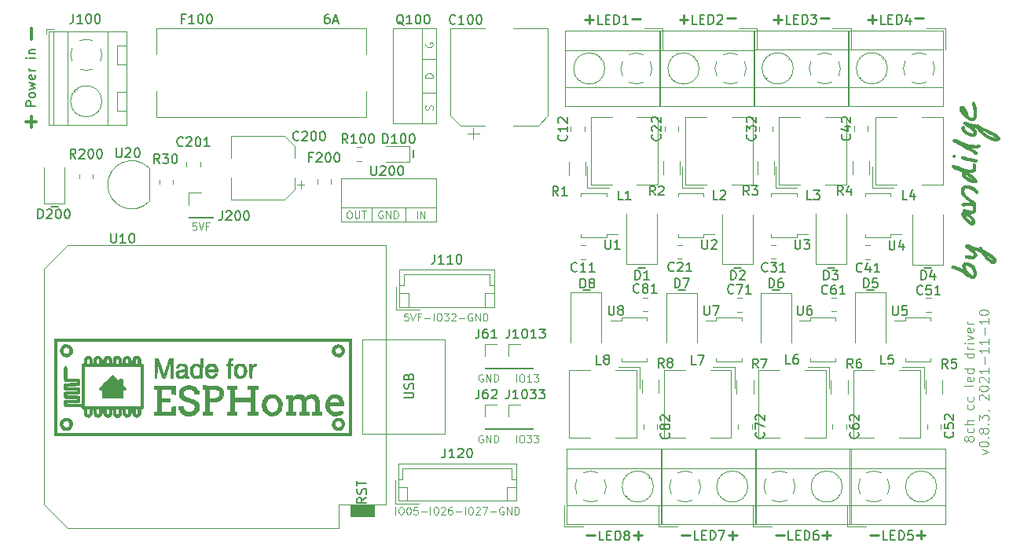
<source format=gto>
G04 #@! TF.GenerationSoftware,KiCad,Pcbnew,5.1.12-84ad8e8a86~92~ubuntu20.04.1*
G04 #@! TF.CreationDate,2021-11-10T23:56:03+01:00*
G04 #@! TF.ProjectId,CC dimmer low voltage,43432064-696d-46d6-9572-206c6f772076,0.83*
G04 #@! TF.SameCoordinates,Original*
G04 #@! TF.FileFunction,Legend,Top*
G04 #@! TF.FilePolarity,Positive*
%FSLAX46Y46*%
G04 Gerber Fmt 4.6, Leading zero omitted, Abs format (unit mm)*
G04 Created by KiCad (PCBNEW 5.1.12-84ad8e8a86~92~ubuntu20.04.1) date 2021-11-10 23:56:03*
%MOMM*%
%LPD*%
G01*
G04 APERTURE LIST*
%ADD10C,0.250000*%
%ADD11C,0.150000*%
%ADD12C,0.300000*%
%ADD13C,0.100000*%
%ADD14C,0.010000*%
%ADD15C,0.120000*%
G04 APERTURE END LIST*
D10*
X187484857Y-125420714D02*
X188399142Y-125420714D01*
X177304857Y-125450714D02*
X178219142Y-125450714D01*
X167144857Y-125440714D02*
X168059142Y-125440714D01*
X156954857Y-125420714D02*
X157869142Y-125420714D01*
X192524857Y-125420714D02*
X193439142Y-125420714D01*
X192982000Y-125877857D02*
X192982000Y-124963571D01*
X182344857Y-125460714D02*
X183259142Y-125460714D01*
X182802000Y-125917857D02*
X182802000Y-125003571D01*
X172224857Y-125480714D02*
X173139142Y-125480714D01*
X172682000Y-125937857D02*
X172682000Y-125023571D01*
X162034857Y-125470714D02*
X162949142Y-125470714D01*
X162492000Y-125927857D02*
X162492000Y-125013571D01*
X192304857Y-69750714D02*
X193219142Y-69750714D01*
X182174857Y-69760714D02*
X183089142Y-69760714D01*
X172074857Y-69780714D02*
X172989142Y-69780714D01*
X187254857Y-69890714D02*
X188169142Y-69890714D01*
X187712000Y-70347857D02*
X187712000Y-69433571D01*
X177104857Y-69910714D02*
X178019142Y-69910714D01*
X177562000Y-70367857D02*
X177562000Y-69453571D01*
X166964857Y-69910714D02*
X167879142Y-69910714D01*
X167422000Y-70367857D02*
X167422000Y-69453571D01*
D11*
X157322952Y-99063571D02*
X156561047Y-99063571D01*
X167582952Y-99043571D02*
X166821047Y-99043571D01*
X177752952Y-99043571D02*
X176991047Y-99043571D01*
X187932952Y-99043571D02*
X187171047Y-99043571D01*
D12*
X97129142Y-72036428D02*
X97129142Y-70893571D01*
X96540571Y-80932142D02*
X97683428Y-80932142D01*
X97112000Y-81503571D02*
X97112000Y-80360714D01*
D10*
X161864857Y-69800714D02*
X162779142Y-69800714D01*
X156794857Y-69880714D02*
X157709142Y-69880714D01*
X157252000Y-70337857D02*
X157252000Y-69423571D01*
D13*
X198072952Y-115173095D02*
X198025333Y-115268333D01*
X197977714Y-115315952D01*
X197882476Y-115363571D01*
X197834857Y-115363571D01*
X197739619Y-115315952D01*
X197692000Y-115268333D01*
X197644380Y-115173095D01*
X197644380Y-114982619D01*
X197692000Y-114887380D01*
X197739619Y-114839761D01*
X197834857Y-114792142D01*
X197882476Y-114792142D01*
X197977714Y-114839761D01*
X198025333Y-114887380D01*
X198072952Y-114982619D01*
X198072952Y-115173095D01*
X198120571Y-115268333D01*
X198168190Y-115315952D01*
X198263428Y-115363571D01*
X198453904Y-115363571D01*
X198549142Y-115315952D01*
X198596761Y-115268333D01*
X198644380Y-115173095D01*
X198644380Y-114982619D01*
X198596761Y-114887380D01*
X198549142Y-114839761D01*
X198453904Y-114792142D01*
X198263428Y-114792142D01*
X198168190Y-114839761D01*
X198120571Y-114887380D01*
X198072952Y-114982619D01*
X198596761Y-113935000D02*
X198644380Y-114030238D01*
X198644380Y-114220714D01*
X198596761Y-114315952D01*
X198549142Y-114363571D01*
X198453904Y-114411190D01*
X198168190Y-114411190D01*
X198072952Y-114363571D01*
X198025333Y-114315952D01*
X197977714Y-114220714D01*
X197977714Y-114030238D01*
X198025333Y-113935000D01*
X198644380Y-113506428D02*
X197644380Y-113506428D01*
X198644380Y-113077857D02*
X198120571Y-113077857D01*
X198025333Y-113125476D01*
X197977714Y-113220714D01*
X197977714Y-113363571D01*
X198025333Y-113458809D01*
X198072952Y-113506428D01*
X198596761Y-111411190D02*
X198644380Y-111506428D01*
X198644380Y-111696904D01*
X198596761Y-111792142D01*
X198549142Y-111839761D01*
X198453904Y-111887380D01*
X198168190Y-111887380D01*
X198072952Y-111839761D01*
X198025333Y-111792142D01*
X197977714Y-111696904D01*
X197977714Y-111506428D01*
X198025333Y-111411190D01*
X198596761Y-110554047D02*
X198644380Y-110649285D01*
X198644380Y-110839761D01*
X198596761Y-110935000D01*
X198549142Y-110982619D01*
X198453904Y-111030238D01*
X198168190Y-111030238D01*
X198072952Y-110982619D01*
X198025333Y-110935000D01*
X197977714Y-110839761D01*
X197977714Y-110649285D01*
X198025333Y-110554047D01*
X198644380Y-109220714D02*
X198596761Y-109315952D01*
X198501523Y-109363571D01*
X197644380Y-109363571D01*
X198596761Y-108458809D02*
X198644380Y-108554047D01*
X198644380Y-108744523D01*
X198596761Y-108839761D01*
X198501523Y-108887380D01*
X198120571Y-108887380D01*
X198025333Y-108839761D01*
X197977714Y-108744523D01*
X197977714Y-108554047D01*
X198025333Y-108458809D01*
X198120571Y-108411190D01*
X198215809Y-108411190D01*
X198311047Y-108887380D01*
X198644380Y-107554047D02*
X197644380Y-107554047D01*
X198596761Y-107554047D02*
X198644380Y-107649285D01*
X198644380Y-107839761D01*
X198596761Y-107935000D01*
X198549142Y-107982619D01*
X198453904Y-108030238D01*
X198168190Y-108030238D01*
X198072952Y-107982619D01*
X198025333Y-107935000D01*
X197977714Y-107839761D01*
X197977714Y-107649285D01*
X198025333Y-107554047D01*
X198644380Y-105887380D02*
X197644380Y-105887380D01*
X198596761Y-105887380D02*
X198644380Y-105982619D01*
X198644380Y-106173095D01*
X198596761Y-106268333D01*
X198549142Y-106315952D01*
X198453904Y-106363571D01*
X198168190Y-106363571D01*
X198072952Y-106315952D01*
X198025333Y-106268333D01*
X197977714Y-106173095D01*
X197977714Y-105982619D01*
X198025333Y-105887380D01*
X198644380Y-105411190D02*
X197977714Y-105411190D01*
X198168190Y-105411190D02*
X198072952Y-105363571D01*
X198025333Y-105315952D01*
X197977714Y-105220714D01*
X197977714Y-105125476D01*
X198644380Y-104792142D02*
X197977714Y-104792142D01*
X197644380Y-104792142D02*
X197692000Y-104839761D01*
X197739619Y-104792142D01*
X197692000Y-104744523D01*
X197644380Y-104792142D01*
X197739619Y-104792142D01*
X197977714Y-104411190D02*
X198644380Y-104173095D01*
X197977714Y-103935000D01*
X198596761Y-103173095D02*
X198644380Y-103268333D01*
X198644380Y-103458809D01*
X198596761Y-103554047D01*
X198501523Y-103601666D01*
X198120571Y-103601666D01*
X198025333Y-103554047D01*
X197977714Y-103458809D01*
X197977714Y-103268333D01*
X198025333Y-103173095D01*
X198120571Y-103125476D01*
X198215809Y-103125476D01*
X198311047Y-103601666D01*
X198644380Y-102696904D02*
X197977714Y-102696904D01*
X198168190Y-102696904D02*
X198072952Y-102649285D01*
X198025333Y-102601666D01*
X197977714Y-102506428D01*
X197977714Y-102411190D01*
X199577714Y-116744523D02*
X200244380Y-116506428D01*
X199577714Y-116268333D01*
X199244380Y-115696904D02*
X199244380Y-115601666D01*
X199292000Y-115506428D01*
X199339619Y-115458809D01*
X199434857Y-115411190D01*
X199625333Y-115363571D01*
X199863428Y-115363571D01*
X200053904Y-115411190D01*
X200149142Y-115458809D01*
X200196761Y-115506428D01*
X200244380Y-115601666D01*
X200244380Y-115696904D01*
X200196761Y-115792142D01*
X200149142Y-115839761D01*
X200053904Y-115887380D01*
X199863428Y-115935000D01*
X199625333Y-115935000D01*
X199434857Y-115887380D01*
X199339619Y-115839761D01*
X199292000Y-115792142D01*
X199244380Y-115696904D01*
X200149142Y-114935000D02*
X200196761Y-114887380D01*
X200244380Y-114935000D01*
X200196761Y-114982619D01*
X200149142Y-114935000D01*
X200244380Y-114935000D01*
X199672952Y-114315952D02*
X199625333Y-114411190D01*
X199577714Y-114458809D01*
X199482476Y-114506428D01*
X199434857Y-114506428D01*
X199339619Y-114458809D01*
X199292000Y-114411190D01*
X199244380Y-114315952D01*
X199244380Y-114125476D01*
X199292000Y-114030238D01*
X199339619Y-113982619D01*
X199434857Y-113935000D01*
X199482476Y-113935000D01*
X199577714Y-113982619D01*
X199625333Y-114030238D01*
X199672952Y-114125476D01*
X199672952Y-114315952D01*
X199720571Y-114411190D01*
X199768190Y-114458809D01*
X199863428Y-114506428D01*
X200053904Y-114506428D01*
X200149142Y-114458809D01*
X200196761Y-114411190D01*
X200244380Y-114315952D01*
X200244380Y-114125476D01*
X200196761Y-114030238D01*
X200149142Y-113982619D01*
X200053904Y-113935000D01*
X199863428Y-113935000D01*
X199768190Y-113982619D01*
X199720571Y-114030238D01*
X199672952Y-114125476D01*
X200149142Y-113506428D02*
X200196761Y-113458809D01*
X200244380Y-113506428D01*
X200196761Y-113554047D01*
X200149142Y-113506428D01*
X200244380Y-113506428D01*
X199244380Y-113125476D02*
X199244380Y-112506428D01*
X199625333Y-112839761D01*
X199625333Y-112696904D01*
X199672952Y-112601666D01*
X199720571Y-112554047D01*
X199815809Y-112506428D01*
X200053904Y-112506428D01*
X200149142Y-112554047D01*
X200196761Y-112601666D01*
X200244380Y-112696904D01*
X200244380Y-112982619D01*
X200196761Y-113077857D01*
X200149142Y-113125476D01*
X200196761Y-112030238D02*
X200244380Y-112030238D01*
X200339619Y-112077857D01*
X200387238Y-112125476D01*
X199339619Y-110887380D02*
X199292000Y-110839761D01*
X199244380Y-110744523D01*
X199244380Y-110506428D01*
X199292000Y-110411190D01*
X199339619Y-110363571D01*
X199434857Y-110315952D01*
X199530095Y-110315952D01*
X199672952Y-110363571D01*
X200244380Y-110935000D01*
X200244380Y-110315952D01*
X199244380Y-109696904D02*
X199244380Y-109601666D01*
X199292000Y-109506428D01*
X199339619Y-109458809D01*
X199434857Y-109411190D01*
X199625333Y-109363571D01*
X199863428Y-109363571D01*
X200053904Y-109411190D01*
X200149142Y-109458809D01*
X200196761Y-109506428D01*
X200244380Y-109601666D01*
X200244380Y-109696904D01*
X200196761Y-109792142D01*
X200149142Y-109839761D01*
X200053904Y-109887380D01*
X199863428Y-109935000D01*
X199625333Y-109935000D01*
X199434857Y-109887380D01*
X199339619Y-109839761D01*
X199292000Y-109792142D01*
X199244380Y-109696904D01*
X199339619Y-108982619D02*
X199292000Y-108935000D01*
X199244380Y-108839761D01*
X199244380Y-108601666D01*
X199292000Y-108506428D01*
X199339619Y-108458809D01*
X199434857Y-108411190D01*
X199530095Y-108411190D01*
X199672952Y-108458809D01*
X200244380Y-109030238D01*
X200244380Y-108411190D01*
X200244380Y-107458809D02*
X200244380Y-108030238D01*
X200244380Y-107744523D02*
X199244380Y-107744523D01*
X199387238Y-107839761D01*
X199482476Y-107935000D01*
X199530095Y-108030238D01*
X199863428Y-107030238D02*
X199863428Y-106268333D01*
X200244380Y-105268333D02*
X200244380Y-105839761D01*
X200244380Y-105554047D02*
X199244380Y-105554047D01*
X199387238Y-105649285D01*
X199482476Y-105744523D01*
X199530095Y-105839761D01*
X200244380Y-104315952D02*
X200244380Y-104887380D01*
X200244380Y-104601666D02*
X199244380Y-104601666D01*
X199387238Y-104696904D01*
X199482476Y-104792142D01*
X199530095Y-104887380D01*
X199863428Y-103887380D02*
X199863428Y-103125476D01*
X200244380Y-102125476D02*
X200244380Y-102696904D01*
X200244380Y-102411190D02*
X199244380Y-102411190D01*
X199387238Y-102506428D01*
X199482476Y-102601666D01*
X199530095Y-102696904D01*
X199244380Y-101506428D02*
X199244380Y-101411190D01*
X199292000Y-101315952D01*
X199339619Y-101268333D01*
X199434857Y-101220714D01*
X199625333Y-101173095D01*
X199863428Y-101173095D01*
X200053904Y-101220714D01*
X200149142Y-101268333D01*
X200196761Y-101315952D01*
X200244380Y-101411190D01*
X200244380Y-101506428D01*
X200196761Y-101601666D01*
X200149142Y-101649285D01*
X200053904Y-101696904D01*
X199863428Y-101744523D01*
X199625333Y-101744523D01*
X199434857Y-101696904D01*
X199339619Y-101649285D01*
X199292000Y-101601666D01*
X199244380Y-101506428D01*
X140350709Y-79647271D02*
X140388804Y-79532985D01*
X140388804Y-79342509D01*
X140350709Y-79266319D01*
X140312614Y-79228223D01*
X140236423Y-79190128D01*
X140160233Y-79190128D01*
X140084042Y-79228223D01*
X140045947Y-79266319D01*
X140007852Y-79342509D01*
X139969757Y-79494890D01*
X139931661Y-79571080D01*
X139893566Y-79609176D01*
X139817376Y-79647271D01*
X139741185Y-79647271D01*
X139664995Y-79609176D01*
X139626900Y-79571080D01*
X139588804Y-79494890D01*
X139588804Y-79304414D01*
X139626900Y-79190128D01*
X140401504Y-76173823D02*
X139601504Y-76173823D01*
X139601504Y-75983347D01*
X139639600Y-75869061D01*
X139715790Y-75792871D01*
X139791980Y-75754776D01*
X139944361Y-75716680D01*
X140058647Y-75716680D01*
X140211028Y-75754776D01*
X140287219Y-75792871D01*
X140363409Y-75869061D01*
X140401504Y-75983347D01*
X140401504Y-76173823D01*
X139639600Y-72440076D02*
X139601504Y-72516266D01*
X139601504Y-72630552D01*
X139639600Y-72744838D01*
X139715790Y-72821028D01*
X139791980Y-72859123D01*
X139944361Y-72897219D01*
X140058647Y-72897219D01*
X140211028Y-72859123D01*
X140287219Y-72821028D01*
X140363409Y-72744838D01*
X140401504Y-72630552D01*
X140401504Y-72554361D01*
X140363409Y-72440076D01*
X140325314Y-72401980D01*
X140058647Y-72401980D01*
X140058647Y-72554361D01*
X134985076Y-90554500D02*
X134908885Y-90516404D01*
X134794600Y-90516404D01*
X134680314Y-90554500D01*
X134604123Y-90630690D01*
X134566028Y-90706880D01*
X134527933Y-90859261D01*
X134527933Y-90973547D01*
X134566028Y-91125928D01*
X134604123Y-91202119D01*
X134680314Y-91278309D01*
X134794600Y-91316404D01*
X134870790Y-91316404D01*
X134985076Y-91278309D01*
X135023171Y-91240214D01*
X135023171Y-90973547D01*
X134870790Y-90973547D01*
X135366028Y-91316404D02*
X135366028Y-90516404D01*
X135823171Y-91316404D01*
X135823171Y-90516404D01*
X136204123Y-91316404D02*
X136204123Y-90516404D01*
X136394600Y-90516404D01*
X136508885Y-90554500D01*
X136585076Y-90630690D01*
X136623171Y-90706880D01*
X136661266Y-90859261D01*
X136661266Y-90973547D01*
X136623171Y-91125928D01*
X136585076Y-91202119D01*
X136508885Y-91278309D01*
X136394600Y-91316404D01*
X136204123Y-91316404D01*
D11*
X99996452Y-90082971D02*
X99234547Y-90082971D01*
D13*
X131314800Y-90529104D02*
X131467180Y-90529104D01*
X131543371Y-90567200D01*
X131619561Y-90643390D01*
X131657657Y-90795771D01*
X131657657Y-91062438D01*
X131619561Y-91214819D01*
X131543371Y-91291009D01*
X131467180Y-91329104D01*
X131314800Y-91329104D01*
X131238609Y-91291009D01*
X131162419Y-91214819D01*
X131124323Y-91062438D01*
X131124323Y-90795771D01*
X131162419Y-90643390D01*
X131238609Y-90567200D01*
X131314800Y-90529104D01*
X132000514Y-90529104D02*
X132000514Y-91176723D01*
X132038609Y-91252914D01*
X132076704Y-91291009D01*
X132152895Y-91329104D01*
X132305276Y-91329104D01*
X132381466Y-91291009D01*
X132419561Y-91252914D01*
X132457657Y-91176723D01*
X132457657Y-90529104D01*
X132724323Y-90529104D02*
X133181466Y-90529104D01*
X132952895Y-91329104D02*
X132952895Y-90529104D01*
X138680752Y-91354504D02*
X138680752Y-90554504D01*
X139061704Y-91354504D02*
X139061704Y-90554504D01*
X139518847Y-91354504D01*
X139518847Y-90554504D01*
D11*
X138320328Y-84756852D02*
X138320328Y-83994947D01*
X193341047Y-96656428D02*
X194102952Y-96656428D01*
X182901047Y-96666428D02*
X183662952Y-96666428D01*
X172861047Y-96676428D02*
X173622952Y-96676428D01*
X162551047Y-96666428D02*
X163312952Y-96666428D01*
D14*
G36*
X197362935Y-81414936D02*
G01*
X197443663Y-81346344D01*
X197504720Y-81339938D01*
X197577625Y-81370053D01*
X197612909Y-81450534D01*
X197622368Y-81525353D01*
X197657300Y-81666729D01*
X197749131Y-81791688D01*
X197804076Y-81843155D01*
X198016920Y-81997547D01*
X198243722Y-82107649D01*
X198454235Y-82159558D01*
X198497182Y-82161804D01*
X198602391Y-82151415D01*
X198642992Y-82106604D01*
X198647273Y-82061523D01*
X198609569Y-81961869D01*
X198506845Y-81831258D01*
X198354680Y-81683837D01*
X198168654Y-81533754D01*
X197964348Y-81395159D01*
X197827546Y-81317107D01*
X197641053Y-81211788D01*
X197534133Y-81128879D01*
X197499721Y-81058780D01*
X197530748Y-80991893D01*
X197564598Y-80959935D01*
X197607064Y-80939857D01*
X197676085Y-80937692D01*
X197785882Y-80956070D01*
X197950675Y-80997617D01*
X198184686Y-81064963D01*
X198268871Y-81090098D01*
X198540883Y-81167776D01*
X198749790Y-81219033D01*
X198887551Y-81242129D01*
X198945146Y-81236454D01*
X199042691Y-81193527D01*
X199142182Y-81223918D01*
X199197706Y-81296909D01*
X199267449Y-81380091D01*
X199416626Y-81463571D01*
X199531381Y-81509979D01*
X199708192Y-81581870D01*
X199931453Y-81681695D01*
X200182176Y-81799976D01*
X200441368Y-81927234D01*
X200690039Y-82053988D01*
X200909199Y-82170761D01*
X201079857Y-82268071D01*
X201175776Y-82330791D01*
X201276350Y-82425820D01*
X201372755Y-82545884D01*
X201442600Y-82660091D01*
X201464364Y-82728971D01*
X201440445Y-82774446D01*
X201398814Y-82835173D01*
X201345532Y-82884847D01*
X201261166Y-82912433D01*
X201121585Y-82923608D01*
X201017814Y-82924818D01*
X200992710Y-82924132D01*
X200992710Y-82669157D01*
X201118000Y-82667497D01*
X200981374Y-82555838D01*
X200893118Y-82496459D01*
X200739983Y-82406457D01*
X200539998Y-82295918D01*
X200311191Y-82174928D01*
X200185329Y-82110484D01*
X199900630Y-81970995D01*
X199688290Y-81877027D01*
X199549678Y-81828878D01*
X199486160Y-81826849D01*
X199499103Y-81871240D01*
X199589874Y-81962350D01*
X199617091Y-81985867D01*
X199813332Y-82134245D01*
X200046480Y-82282129D01*
X200296057Y-82419349D01*
X200541586Y-82535731D01*
X200762588Y-82621105D01*
X200938586Y-82665299D01*
X200992710Y-82669157D01*
X200992710Y-82924132D01*
X200863908Y-82920607D01*
X200734982Y-82902661D01*
X200603359Y-82863016D01*
X200441359Y-82793704D01*
X200263637Y-82707758D01*
X199901533Y-82513402D01*
X199614785Y-82323094D01*
X199387785Y-82124872D01*
X199204923Y-81906776D01*
X199189127Y-81884368D01*
X199018562Y-81680933D01*
X198847260Y-81556837D01*
X198704710Y-81518356D01*
X198695343Y-81549749D01*
X198736179Y-81634074D01*
X198785529Y-81707929D01*
X198887097Y-81884246D01*
X198923546Y-82056881D01*
X198924364Y-82091648D01*
X198903338Y-82276302D01*
X198830880Y-82392388D01*
X198692914Y-82455807D01*
X198586186Y-82473756D01*
X198448862Y-82479805D01*
X198321990Y-82457592D01*
X198170271Y-82398755D01*
X198072004Y-82351978D01*
X197858551Y-82228426D01*
X197657982Y-82079474D01*
X197489190Y-81922215D01*
X197371069Y-81773745D01*
X197326965Y-81677913D01*
X197319595Y-81533903D01*
X197362935Y-81414936D01*
G37*
X197362935Y-81414936D02*
X197443663Y-81346344D01*
X197504720Y-81339938D01*
X197577625Y-81370053D01*
X197612909Y-81450534D01*
X197622368Y-81525353D01*
X197657300Y-81666729D01*
X197749131Y-81791688D01*
X197804076Y-81843155D01*
X198016920Y-81997547D01*
X198243722Y-82107649D01*
X198454235Y-82159558D01*
X198497182Y-82161804D01*
X198602391Y-82151415D01*
X198642992Y-82106604D01*
X198647273Y-82061523D01*
X198609569Y-81961869D01*
X198506845Y-81831258D01*
X198354680Y-81683837D01*
X198168654Y-81533754D01*
X197964348Y-81395159D01*
X197827546Y-81317107D01*
X197641053Y-81211788D01*
X197534133Y-81128879D01*
X197499721Y-81058780D01*
X197530748Y-80991893D01*
X197564598Y-80959935D01*
X197607064Y-80939857D01*
X197676085Y-80937692D01*
X197785882Y-80956070D01*
X197950675Y-80997617D01*
X198184686Y-81064963D01*
X198268871Y-81090098D01*
X198540883Y-81167776D01*
X198749790Y-81219033D01*
X198887551Y-81242129D01*
X198945146Y-81236454D01*
X199042691Y-81193527D01*
X199142182Y-81223918D01*
X199197706Y-81296909D01*
X199267449Y-81380091D01*
X199416626Y-81463571D01*
X199531381Y-81509979D01*
X199708192Y-81581870D01*
X199931453Y-81681695D01*
X200182176Y-81799976D01*
X200441368Y-81927234D01*
X200690039Y-82053988D01*
X200909199Y-82170761D01*
X201079857Y-82268071D01*
X201175776Y-82330791D01*
X201276350Y-82425820D01*
X201372755Y-82545884D01*
X201442600Y-82660091D01*
X201464364Y-82728971D01*
X201440445Y-82774446D01*
X201398814Y-82835173D01*
X201345532Y-82884847D01*
X201261166Y-82912433D01*
X201121585Y-82923608D01*
X201017814Y-82924818D01*
X200992710Y-82924132D01*
X200992710Y-82669157D01*
X201118000Y-82667497D01*
X200981374Y-82555838D01*
X200893118Y-82496459D01*
X200739983Y-82406457D01*
X200539998Y-82295918D01*
X200311191Y-82174928D01*
X200185329Y-82110484D01*
X199900630Y-81970995D01*
X199688290Y-81877027D01*
X199549678Y-81828878D01*
X199486160Y-81826849D01*
X199499103Y-81871240D01*
X199589874Y-81962350D01*
X199617091Y-81985867D01*
X199813332Y-82134245D01*
X200046480Y-82282129D01*
X200296057Y-82419349D01*
X200541586Y-82535731D01*
X200762588Y-82621105D01*
X200938586Y-82665299D01*
X200992710Y-82669157D01*
X200992710Y-82924132D01*
X200863908Y-82920607D01*
X200734982Y-82902661D01*
X200603359Y-82863016D01*
X200441359Y-82793704D01*
X200263637Y-82707758D01*
X199901533Y-82513402D01*
X199614785Y-82323094D01*
X199387785Y-82124872D01*
X199204923Y-81906776D01*
X199189127Y-81884368D01*
X199018562Y-81680933D01*
X198847260Y-81556837D01*
X198704710Y-81518356D01*
X198695343Y-81549749D01*
X198736179Y-81634074D01*
X198785529Y-81707929D01*
X198887097Y-81884246D01*
X198923546Y-82056881D01*
X198924364Y-82091648D01*
X198903338Y-82276302D01*
X198830880Y-82392388D01*
X198692914Y-82455807D01*
X198586186Y-82473756D01*
X198448862Y-82479805D01*
X198321990Y-82457592D01*
X198170271Y-82398755D01*
X198072004Y-82351978D01*
X197858551Y-82228426D01*
X197657982Y-82079474D01*
X197489190Y-81922215D01*
X197371069Y-81773745D01*
X197326965Y-81677913D01*
X197319595Y-81533903D01*
X197362935Y-81414936D01*
G36*
X197701743Y-94229280D02*
G01*
X197729305Y-94186351D01*
X197795926Y-94149265D01*
X197911779Y-94145221D01*
X198082992Y-94175825D01*
X198315693Y-94242682D01*
X198616010Y-94347396D01*
X198990070Y-94491572D01*
X199167342Y-94562938D01*
X199226538Y-94572128D01*
X199225554Y-94533142D01*
X199228486Y-94435199D01*
X199294400Y-94369803D01*
X199367375Y-94362212D01*
X199441315Y-94410436D01*
X199525166Y-94511923D01*
X199553629Y-94558168D01*
X199616146Y-94650961D01*
X199699989Y-94730731D01*
X199824723Y-94811761D01*
X200009910Y-94908334D01*
X200079674Y-94942229D01*
X200407958Y-95121452D01*
X200674732Y-95317685D01*
X200776886Y-95411174D01*
X200938659Y-95583699D01*
X201026920Y-95722915D01*
X201046213Y-95844894D01*
X201001079Y-95965708D01*
X200953012Y-96034227D01*
X200826335Y-96130985D01*
X200667458Y-96145733D01*
X200631113Y-96133172D01*
X200631113Y-95832636D01*
X200706873Y-95818576D01*
X200712883Y-95771842D01*
X200646700Y-95685608D01*
X200542808Y-95586011D01*
X200393289Y-95466253D01*
X200230153Y-95357495D01*
X200170428Y-95324205D01*
X200057403Y-95268821D01*
X200009878Y-95255940D01*
X200012025Y-95284286D01*
X200026282Y-95312594D01*
X200098374Y-95410774D01*
X200212607Y-95529651D01*
X200346675Y-95650042D01*
X200478271Y-95752770D01*
X200585087Y-95818653D01*
X200631113Y-95832636D01*
X200631113Y-96133172D01*
X200480847Y-96081239D01*
X200270966Y-95940267D01*
X200042280Y-95725582D01*
X199799254Y-95439952D01*
X199636520Y-95218713D01*
X199549349Y-95100249D01*
X199469615Y-95017249D01*
X199373104Y-94953459D01*
X199235599Y-94892628D01*
X199048440Y-94824017D01*
X198867444Y-94762960D01*
X198721074Y-94719510D01*
X198629493Y-94699340D01*
X198609473Y-94700497D01*
X198620601Y-94722722D01*
X198637357Y-94724273D01*
X198701727Y-94762884D01*
X198783264Y-94860947D01*
X198865726Y-94991800D01*
X198932868Y-95128787D01*
X198968449Y-95245248D01*
X198970546Y-95271125D01*
X198935427Y-95407433D01*
X198828457Y-95528349D01*
X198736485Y-95594764D01*
X198639867Y-95630425D01*
X198505939Y-95643749D01*
X198378184Y-95644360D01*
X198184079Y-95633733D01*
X197997200Y-95609839D01*
X197885273Y-95585153D01*
X197763542Y-95537765D01*
X197710033Y-95479851D01*
X197700546Y-95415521D01*
X197701010Y-95366004D01*
X197712359Y-95333510D01*
X197749524Y-95316405D01*
X197827438Y-95313059D01*
X197961033Y-95321839D01*
X198165242Y-95341113D01*
X198279165Y-95352289D01*
X198453787Y-95364454D01*
X198560942Y-95356869D01*
X198623942Y-95326799D01*
X198640279Y-95309973D01*
X198672079Y-95246136D01*
X198659312Y-95172870D01*
X198594623Y-95080898D01*
X198470658Y-94960941D01*
X198280063Y-94803723D01*
X198172468Y-94719788D01*
X197963195Y-94555756D01*
X197820194Y-94435172D01*
X197734759Y-94347554D01*
X197698178Y-94282418D01*
X197701743Y-94229280D01*
G37*
X197701743Y-94229280D02*
X197729305Y-94186351D01*
X197795926Y-94149265D01*
X197911779Y-94145221D01*
X198082992Y-94175825D01*
X198315693Y-94242682D01*
X198616010Y-94347396D01*
X198990070Y-94491572D01*
X199167342Y-94562938D01*
X199226538Y-94572128D01*
X199225554Y-94533142D01*
X199228486Y-94435199D01*
X199294400Y-94369803D01*
X199367375Y-94362212D01*
X199441315Y-94410436D01*
X199525166Y-94511923D01*
X199553629Y-94558168D01*
X199616146Y-94650961D01*
X199699989Y-94730731D01*
X199824723Y-94811761D01*
X200009910Y-94908334D01*
X200079674Y-94942229D01*
X200407958Y-95121452D01*
X200674732Y-95317685D01*
X200776886Y-95411174D01*
X200938659Y-95583699D01*
X201026920Y-95722915D01*
X201046213Y-95844894D01*
X201001079Y-95965708D01*
X200953012Y-96034227D01*
X200826335Y-96130985D01*
X200667458Y-96145733D01*
X200631113Y-96133172D01*
X200631113Y-95832636D01*
X200706873Y-95818576D01*
X200712883Y-95771842D01*
X200646700Y-95685608D01*
X200542808Y-95586011D01*
X200393289Y-95466253D01*
X200230153Y-95357495D01*
X200170428Y-95324205D01*
X200057403Y-95268821D01*
X200009878Y-95255940D01*
X200012025Y-95284286D01*
X200026282Y-95312594D01*
X200098374Y-95410774D01*
X200212607Y-95529651D01*
X200346675Y-95650042D01*
X200478271Y-95752770D01*
X200585087Y-95818653D01*
X200631113Y-95832636D01*
X200631113Y-96133172D01*
X200480847Y-96081239D01*
X200270966Y-95940267D01*
X200042280Y-95725582D01*
X199799254Y-95439952D01*
X199636520Y-95218713D01*
X199549349Y-95100249D01*
X199469615Y-95017249D01*
X199373104Y-94953459D01*
X199235599Y-94892628D01*
X199048440Y-94824017D01*
X198867444Y-94762960D01*
X198721074Y-94719510D01*
X198629493Y-94699340D01*
X198609473Y-94700497D01*
X198620601Y-94722722D01*
X198637357Y-94724273D01*
X198701727Y-94762884D01*
X198783264Y-94860947D01*
X198865726Y-94991800D01*
X198932868Y-95128787D01*
X198968449Y-95245248D01*
X198970546Y-95271125D01*
X198935427Y-95407433D01*
X198828457Y-95528349D01*
X198736485Y-95594764D01*
X198639867Y-95630425D01*
X198505939Y-95643749D01*
X198378184Y-95644360D01*
X198184079Y-95633733D01*
X197997200Y-95609839D01*
X197885273Y-95585153D01*
X197763542Y-95537765D01*
X197710033Y-95479851D01*
X197700546Y-95415521D01*
X197701010Y-95366004D01*
X197712359Y-95333510D01*
X197749524Y-95316405D01*
X197827438Y-95313059D01*
X197961033Y-95321839D01*
X198165242Y-95341113D01*
X198279165Y-95352289D01*
X198453787Y-95364454D01*
X198560942Y-95356869D01*
X198623942Y-95326799D01*
X198640279Y-95309973D01*
X198672079Y-95246136D01*
X198659312Y-95172870D01*
X198594623Y-95080898D01*
X198470658Y-94960941D01*
X198280063Y-94803723D01*
X198172468Y-94719788D01*
X197963195Y-94555756D01*
X197820194Y-94435172D01*
X197734759Y-94347554D01*
X197698178Y-94282418D01*
X197701743Y-94229280D01*
G36*
X196369691Y-82851545D02*
G01*
X196383645Y-82833321D01*
X196430183Y-82789917D01*
X196488526Y-82771771D01*
X196573488Y-82782246D01*
X196699885Y-82824700D01*
X196882533Y-82902494D01*
X197073301Y-82989740D01*
X197487053Y-83170074D01*
X197849167Y-83299513D01*
X198182012Y-83382429D01*
X198507954Y-83423195D01*
X198849361Y-83426184D01*
X199178364Y-83401247D01*
X199280644Y-83403883D01*
X199324020Y-83451881D01*
X199330805Y-83483969D01*
X199314990Y-83565081D01*
X199228688Y-83629143D01*
X199192259Y-83645606D01*
X199061459Y-83679324D01*
X198870040Y-83702018D01*
X198659177Y-83709909D01*
X198278536Y-83709909D01*
X198443644Y-83802273D01*
X198676197Y-83935367D01*
X198837894Y-84036767D01*
X198940540Y-84115994D01*
X198995936Y-84182569D01*
X199015886Y-84246011D01*
X199016727Y-84264523D01*
X198984784Y-84369257D01*
X198908242Y-84421661D01*
X198816031Y-84403034D01*
X198809541Y-84398441D01*
X198658489Y-84292271D01*
X198457511Y-84161066D01*
X198219554Y-84012306D01*
X197957564Y-83853473D01*
X197684489Y-83692048D01*
X197413276Y-83535513D01*
X197156870Y-83391350D01*
X196928220Y-83267039D01*
X196740272Y-83170062D01*
X196605972Y-83107901D01*
X196541612Y-83087904D01*
X196475252Y-83055493D01*
X196408239Y-82994957D01*
X196354417Y-82915650D01*
X196369691Y-82851545D01*
G37*
X196369691Y-82851545D02*
X196383645Y-82833321D01*
X196430183Y-82789917D01*
X196488526Y-82771771D01*
X196573488Y-82782246D01*
X196699885Y-82824700D01*
X196882533Y-82902494D01*
X197073301Y-82989740D01*
X197487053Y-83170074D01*
X197849167Y-83299513D01*
X198182012Y-83382429D01*
X198507954Y-83423195D01*
X198849361Y-83426184D01*
X199178364Y-83401247D01*
X199280644Y-83403883D01*
X199324020Y-83451881D01*
X199330805Y-83483969D01*
X199314990Y-83565081D01*
X199228688Y-83629143D01*
X199192259Y-83645606D01*
X199061459Y-83679324D01*
X198870040Y-83702018D01*
X198659177Y-83709909D01*
X198278536Y-83709909D01*
X198443644Y-83802273D01*
X198676197Y-83935367D01*
X198837894Y-84036767D01*
X198940540Y-84115994D01*
X198995936Y-84182569D01*
X199015886Y-84246011D01*
X199016727Y-84264523D01*
X198984784Y-84369257D01*
X198908242Y-84421661D01*
X198816031Y-84403034D01*
X198809541Y-84398441D01*
X198658489Y-84292271D01*
X198457511Y-84161066D01*
X198219554Y-84012306D01*
X197957564Y-83853473D01*
X197684489Y-83692048D01*
X197413276Y-83535513D01*
X197156870Y-83391350D01*
X196928220Y-83267039D01*
X196740272Y-83170062D01*
X196605972Y-83107901D01*
X196541612Y-83087904D01*
X196475252Y-83055493D01*
X196408239Y-82994957D01*
X196354417Y-82915650D01*
X196369691Y-82851545D01*
G36*
X197279845Y-88133886D02*
G01*
X197324184Y-88053768D01*
X197417029Y-87954219D01*
X197437555Y-87933670D01*
X197552297Y-87827174D01*
X197647752Y-87772717D01*
X197765531Y-87753076D01*
X197879344Y-87750818D01*
X198156176Y-87780659D01*
X198426677Y-87862929D01*
X198669921Y-87986747D01*
X198864981Y-88141234D01*
X198990927Y-88315508D01*
X198998537Y-88332696D01*
X199048899Y-88467058D01*
X199059470Y-88546056D01*
X199033586Y-88596001D01*
X199032121Y-88597485D01*
X198944129Y-88629933D01*
X198842260Y-88588699D01*
X198754942Y-88488985D01*
X198620361Y-88328722D01*
X198433508Y-88194247D01*
X198218258Y-88094692D01*
X197998484Y-88039186D01*
X197798060Y-88036862D01*
X197674419Y-88075716D01*
X197608382Y-88159265D01*
X197585006Y-88299718D01*
X197604237Y-88472086D01*
X197666021Y-88651379D01*
X197675708Y-88671030D01*
X197731327Y-88764656D01*
X197806035Y-88855858D01*
X197912274Y-88955459D01*
X198062485Y-89074281D01*
X198269110Y-89223146D01*
X198470379Y-89362247D01*
X198627739Y-89474124D01*
X198753611Y-89571609D01*
X198829715Y-89640159D01*
X198843384Y-89659020D01*
X198853370Y-89728637D01*
X198862953Y-89864240D01*
X198870378Y-90039459D01*
X198871606Y-90083000D01*
X198860732Y-90367998D01*
X198807682Y-90574942D01*
X198706754Y-90710631D01*
X198552248Y-90781868D01*
X198338463Y-90795454D01*
X198278201Y-90790940D01*
X198092956Y-90773274D01*
X198398285Y-91080960D01*
X198546095Y-91234609D01*
X198639605Y-91348324D01*
X198692839Y-91444320D01*
X198719821Y-91544811D01*
X198727758Y-91602863D01*
X198721767Y-91799646D01*
X198652016Y-91929737D01*
X198518636Y-91992958D01*
X198439226Y-91999546D01*
X198413815Y-91993378D01*
X198413815Y-91670366D01*
X198457116Y-91644567D01*
X198448508Y-91566559D01*
X198378095Y-91433693D01*
X198372975Y-91425867D01*
X198286589Y-91321929D01*
X198158428Y-91197305D01*
X198061972Y-91115758D01*
X197939383Y-91021552D01*
X197868978Y-90979744D01*
X197831345Y-90984381D01*
X197807076Y-91029505D01*
X197804374Y-91036723D01*
X197798683Y-91119142D01*
X197849299Y-91217822D01*
X197919408Y-91304453D01*
X198071400Y-91461000D01*
X198211062Y-91575934D01*
X198328498Y-91646606D01*
X198413815Y-91670366D01*
X198413815Y-91993378D01*
X198270786Y-91958655D01*
X198070686Y-91835265D01*
X197837384Y-91628300D01*
X197696271Y-91480553D01*
X197494955Y-91237642D01*
X197373127Y-91036103D01*
X197329294Y-90872886D01*
X197348349Y-90770087D01*
X197410864Y-90687292D01*
X197470271Y-90660273D01*
X197517240Y-90643647D01*
X197498791Y-90579377D01*
X197494518Y-90571255D01*
X197467347Y-90457479D01*
X197503621Y-90369746D01*
X197585917Y-90337000D01*
X197671634Y-90350348D01*
X197812811Y-90385166D01*
X197961977Y-90428768D01*
X198129222Y-90476638D01*
X198273709Y-90510059D01*
X198355338Y-90521132D01*
X198486743Y-90481359D01*
X198573043Y-90371135D01*
X198601091Y-90222024D01*
X198597474Y-90091561D01*
X198575995Y-90005625D01*
X198520712Y-89954928D01*
X198415684Y-89930179D01*
X198244969Y-89922089D01*
X198085114Y-89921364D01*
X197879550Y-89925843D01*
X197702138Y-89937886D01*
X197577660Y-89955400D01*
X197539080Y-89967454D01*
X197442271Y-89975914D01*
X197356979Y-89920436D01*
X197315659Y-89827041D01*
X197317648Y-89789918D01*
X197370677Y-89697297D01*
X197491645Y-89638899D01*
X197687107Y-89612993D01*
X197963615Y-89617847D01*
X197968056Y-89618123D01*
X198374111Y-89643545D01*
X198060419Y-89408242D01*
X197803972Y-89210694D01*
X197614051Y-89048415D01*
X197479530Y-88906664D01*
X197389281Y-88770699D01*
X197332178Y-88625781D01*
X197297093Y-88457168D01*
X197287235Y-88383943D01*
X197271649Y-88231601D01*
X197279845Y-88133886D01*
G37*
X197279845Y-88133886D02*
X197324184Y-88053768D01*
X197417029Y-87954219D01*
X197437555Y-87933670D01*
X197552297Y-87827174D01*
X197647752Y-87772717D01*
X197765531Y-87753076D01*
X197879344Y-87750818D01*
X198156176Y-87780659D01*
X198426677Y-87862929D01*
X198669921Y-87986747D01*
X198864981Y-88141234D01*
X198990927Y-88315508D01*
X198998537Y-88332696D01*
X199048899Y-88467058D01*
X199059470Y-88546056D01*
X199033586Y-88596001D01*
X199032121Y-88597485D01*
X198944129Y-88629933D01*
X198842260Y-88588699D01*
X198754942Y-88488985D01*
X198620361Y-88328722D01*
X198433508Y-88194247D01*
X198218258Y-88094692D01*
X197998484Y-88039186D01*
X197798060Y-88036862D01*
X197674419Y-88075716D01*
X197608382Y-88159265D01*
X197585006Y-88299718D01*
X197604237Y-88472086D01*
X197666021Y-88651379D01*
X197675708Y-88671030D01*
X197731327Y-88764656D01*
X197806035Y-88855858D01*
X197912274Y-88955459D01*
X198062485Y-89074281D01*
X198269110Y-89223146D01*
X198470379Y-89362247D01*
X198627739Y-89474124D01*
X198753611Y-89571609D01*
X198829715Y-89640159D01*
X198843384Y-89659020D01*
X198853370Y-89728637D01*
X198862953Y-89864240D01*
X198870378Y-90039459D01*
X198871606Y-90083000D01*
X198860732Y-90367998D01*
X198807682Y-90574942D01*
X198706754Y-90710631D01*
X198552248Y-90781868D01*
X198338463Y-90795454D01*
X198278201Y-90790940D01*
X198092956Y-90773274D01*
X198398285Y-91080960D01*
X198546095Y-91234609D01*
X198639605Y-91348324D01*
X198692839Y-91444320D01*
X198719821Y-91544811D01*
X198727758Y-91602863D01*
X198721767Y-91799646D01*
X198652016Y-91929737D01*
X198518636Y-91992958D01*
X198439226Y-91999546D01*
X198413815Y-91993378D01*
X198413815Y-91670366D01*
X198457116Y-91644567D01*
X198448508Y-91566559D01*
X198378095Y-91433693D01*
X198372975Y-91425867D01*
X198286589Y-91321929D01*
X198158428Y-91197305D01*
X198061972Y-91115758D01*
X197939383Y-91021552D01*
X197868978Y-90979744D01*
X197831345Y-90984381D01*
X197807076Y-91029505D01*
X197804374Y-91036723D01*
X197798683Y-91119142D01*
X197849299Y-91217822D01*
X197919408Y-91304453D01*
X198071400Y-91461000D01*
X198211062Y-91575934D01*
X198328498Y-91646606D01*
X198413815Y-91670366D01*
X198413815Y-91993378D01*
X198270786Y-91958655D01*
X198070686Y-91835265D01*
X197837384Y-91628300D01*
X197696271Y-91480553D01*
X197494955Y-91237642D01*
X197373127Y-91036103D01*
X197329294Y-90872886D01*
X197348349Y-90770087D01*
X197410864Y-90687292D01*
X197470271Y-90660273D01*
X197517240Y-90643647D01*
X197498791Y-90579377D01*
X197494518Y-90571255D01*
X197467347Y-90457479D01*
X197503621Y-90369746D01*
X197585917Y-90337000D01*
X197671634Y-90350348D01*
X197812811Y-90385166D01*
X197961977Y-90428768D01*
X198129222Y-90476638D01*
X198273709Y-90510059D01*
X198355338Y-90521132D01*
X198486743Y-90481359D01*
X198573043Y-90371135D01*
X198601091Y-90222024D01*
X198597474Y-90091561D01*
X198575995Y-90005625D01*
X198520712Y-89954928D01*
X198415684Y-89930179D01*
X198244969Y-89922089D01*
X198085114Y-89921364D01*
X197879550Y-89925843D01*
X197702138Y-89937886D01*
X197577660Y-89955400D01*
X197539080Y-89967454D01*
X197442271Y-89975914D01*
X197356979Y-89920436D01*
X197315659Y-89827041D01*
X197317648Y-89789918D01*
X197370677Y-89697297D01*
X197491645Y-89638899D01*
X197687107Y-89612993D01*
X197963615Y-89617847D01*
X197968056Y-89618123D01*
X198374111Y-89643545D01*
X198060419Y-89408242D01*
X197803972Y-89210694D01*
X197614051Y-89048415D01*
X197479530Y-88906664D01*
X197389281Y-88770699D01*
X197332178Y-88625781D01*
X197297093Y-88457168D01*
X197287235Y-88383943D01*
X197271649Y-88231601D01*
X197279845Y-88133886D01*
G36*
X196266126Y-85650114D02*
G01*
X196293229Y-85601883D01*
X196388575Y-85556954D01*
X196545340Y-85568511D01*
X196753258Y-85634799D01*
X196914417Y-85708127D01*
X197187372Y-85828693D01*
X197479347Y-85929889D01*
X197770877Y-86007491D01*
X198042502Y-86057275D01*
X198274760Y-86075017D01*
X198448188Y-86056492D01*
X198476414Y-86047169D01*
X198547454Y-86014670D01*
X198582966Y-85971785D01*
X198590624Y-85892893D01*
X198578104Y-85752375D01*
X198574449Y-85719883D01*
X198560492Y-85562062D01*
X198566131Y-85472155D01*
X198594930Y-85427111D01*
X198621889Y-85413126D01*
X198717984Y-85417712D01*
X198767447Y-85449746D01*
X198820102Y-85549356D01*
X198855018Y-85702767D01*
X198868217Y-85872447D01*
X198855719Y-86020866D01*
X198834614Y-86083388D01*
X198710778Y-86223615D01*
X198524162Y-86321168D01*
X198299069Y-86364162D01*
X198258355Y-86365191D01*
X198031074Y-86365364D01*
X198240516Y-86504092D01*
X198454394Y-86658180D01*
X198653339Y-86823922D01*
X198817904Y-86983494D01*
X198928641Y-87119071D01*
X198949003Y-87153449D01*
X199001175Y-87261644D01*
X199004784Y-87323272D01*
X198952980Y-87374179D01*
X198900054Y-87409500D01*
X198740782Y-87461194D01*
X198624182Y-87454005D01*
X198624182Y-87156588D01*
X198485637Y-87035962D01*
X198375264Y-86950637D01*
X198218606Y-86842492D01*
X198049406Y-86734815D01*
X198047981Y-86733951D01*
X197871833Y-86636499D01*
X197753477Y-86591780D01*
X197704538Y-86596899D01*
X197697832Y-86659091D01*
X197760892Y-86744525D01*
X197877658Y-86842321D01*
X198032066Y-86941598D01*
X198208055Y-87031476D01*
X198389563Y-87101074D01*
X198487129Y-87127027D01*
X198624182Y-87156588D01*
X198624182Y-87454005D01*
X198530655Y-87448237D01*
X198281117Y-87374168D01*
X198003613Y-87242527D01*
X197709586Y-87056853D01*
X197671619Y-87029568D01*
X197487415Y-86866277D01*
X197389996Y-86709634D01*
X197381022Y-86563150D01*
X197415239Y-86486876D01*
X197487276Y-86376934D01*
X196887001Y-86090963D01*
X196670628Y-85984256D01*
X196485230Y-85885966D01*
X196346550Y-85804966D01*
X196270331Y-85750127D01*
X196261106Y-85738226D01*
X196266126Y-85650114D01*
G37*
X196266126Y-85650114D02*
X196293229Y-85601883D01*
X196388575Y-85556954D01*
X196545340Y-85568511D01*
X196753258Y-85634799D01*
X196914417Y-85708127D01*
X197187372Y-85828693D01*
X197479347Y-85929889D01*
X197770877Y-86007491D01*
X198042502Y-86057275D01*
X198274760Y-86075017D01*
X198448188Y-86056492D01*
X198476414Y-86047169D01*
X198547454Y-86014670D01*
X198582966Y-85971785D01*
X198590624Y-85892893D01*
X198578104Y-85752375D01*
X198574449Y-85719883D01*
X198560492Y-85562062D01*
X198566131Y-85472155D01*
X198594930Y-85427111D01*
X198621889Y-85413126D01*
X198717984Y-85417712D01*
X198767447Y-85449746D01*
X198820102Y-85549356D01*
X198855018Y-85702767D01*
X198868217Y-85872447D01*
X198855719Y-86020866D01*
X198834614Y-86083388D01*
X198710778Y-86223615D01*
X198524162Y-86321168D01*
X198299069Y-86364162D01*
X198258355Y-86365191D01*
X198031074Y-86365364D01*
X198240516Y-86504092D01*
X198454394Y-86658180D01*
X198653339Y-86823922D01*
X198817904Y-86983494D01*
X198928641Y-87119071D01*
X198949003Y-87153449D01*
X199001175Y-87261644D01*
X199004784Y-87323272D01*
X198952980Y-87374179D01*
X198900054Y-87409500D01*
X198740782Y-87461194D01*
X198624182Y-87454005D01*
X198624182Y-87156588D01*
X198485637Y-87035962D01*
X198375264Y-86950637D01*
X198218606Y-86842492D01*
X198049406Y-86734815D01*
X198047981Y-86733951D01*
X197871833Y-86636499D01*
X197753477Y-86591780D01*
X197704538Y-86596899D01*
X197697832Y-86659091D01*
X197760892Y-86744525D01*
X197877658Y-86842321D01*
X198032066Y-86941598D01*
X198208055Y-87031476D01*
X198389563Y-87101074D01*
X198487129Y-87127027D01*
X198624182Y-87156588D01*
X198624182Y-87454005D01*
X198530655Y-87448237D01*
X198281117Y-87374168D01*
X198003613Y-87242527D01*
X197709586Y-87056853D01*
X197671619Y-87029568D01*
X197487415Y-86866277D01*
X197389996Y-86709634D01*
X197381022Y-86563150D01*
X197415239Y-86486876D01*
X197487276Y-86376934D01*
X196887001Y-86090963D01*
X196670628Y-85984256D01*
X196485230Y-85885966D01*
X196346550Y-85804966D01*
X196270331Y-85750127D01*
X196261106Y-85738226D01*
X196266126Y-85650114D01*
G36*
X197312968Y-84688333D02*
G01*
X197413088Y-84656636D01*
X197491084Y-84666567D01*
X197637066Y-84693520D01*
X197832006Y-84733238D01*
X198056879Y-84781461D01*
X198292657Y-84833931D01*
X198520313Y-84886391D01*
X198720820Y-84934582D01*
X198875153Y-84974245D01*
X198964283Y-85001123D01*
X198976139Y-85006457D01*
X199013837Y-85074788D01*
X199006409Y-85168339D01*
X198959360Y-85235081D01*
X198951558Y-85238725D01*
X198881706Y-85238842D01*
X198744219Y-85219493D01*
X198560907Y-85184240D01*
X198408922Y-85150090D01*
X198171910Y-85094786D01*
X197932035Y-85040664D01*
X197725936Y-84995917D01*
X197643325Y-84978884D01*
X197484250Y-84939287D01*
X197359674Y-84894065D01*
X197303340Y-84858840D01*
X197270501Y-84765591D01*
X197312968Y-84688333D01*
G37*
X197312968Y-84688333D02*
X197413088Y-84656636D01*
X197491084Y-84666567D01*
X197637066Y-84693520D01*
X197832006Y-84733238D01*
X198056879Y-84781461D01*
X198292657Y-84833931D01*
X198520313Y-84886391D01*
X198720820Y-84934582D01*
X198875153Y-84974245D01*
X198964283Y-85001123D01*
X198976139Y-85006457D01*
X199013837Y-85074788D01*
X199006409Y-85168339D01*
X198959360Y-85235081D01*
X198951558Y-85238725D01*
X198881706Y-85238842D01*
X198744219Y-85219493D01*
X198560907Y-85184240D01*
X198408922Y-85150090D01*
X198171910Y-85094786D01*
X197932035Y-85040664D01*
X197725936Y-84995917D01*
X197643325Y-84978884D01*
X197484250Y-84939287D01*
X197359674Y-84894065D01*
X197303340Y-84858840D01*
X197270501Y-84765591D01*
X197312968Y-84688333D01*
G36*
X197134365Y-79372569D02*
G01*
X197189946Y-79264633D01*
X197302084Y-79210966D01*
X197352263Y-79207182D01*
X197526692Y-79251612D01*
X197684130Y-79379064D01*
X197817972Y-79580783D01*
X197921611Y-79848014D01*
X197962609Y-80016066D01*
X198009008Y-80189811D01*
X198074711Y-80306130D01*
X198162149Y-80387785D01*
X198324274Y-80476441D01*
X198473915Y-80494517D01*
X198591396Y-80440425D01*
X198606982Y-80423662D01*
X198642632Y-80327798D01*
X198660458Y-80162787D01*
X198661252Y-79949950D01*
X198645811Y-79710608D01*
X198614930Y-79466082D01*
X198569402Y-79237691D01*
X198561633Y-79207182D01*
X198516993Y-79027093D01*
X198498201Y-78913270D01*
X198503932Y-78843702D01*
X198532863Y-78796378D01*
X198536684Y-78792328D01*
X198621555Y-78747979D01*
X198701084Y-78794567D01*
X198774136Y-78930763D01*
X198837241Y-79145093D01*
X198888373Y-79410018D01*
X198924668Y-79689204D01*
X198943991Y-79955395D01*
X198944204Y-80181336D01*
X198929022Y-80315546D01*
X198853640Y-80543302D01*
X198736179Y-80691576D01*
X198571034Y-80765743D01*
X198447994Y-80776913D01*
X198297767Y-80745721D01*
X198106669Y-80662105D01*
X197898718Y-80539373D01*
X197697933Y-80390829D01*
X197608666Y-80311918D01*
X197607940Y-80311131D01*
X197607940Y-79836037D01*
X197629383Y-79834895D01*
X197629539Y-79830636D01*
X197602391Y-79765507D01*
X197537266Y-79672051D01*
X197534783Y-79669000D01*
X197480081Y-79608398D01*
X197477400Y-79623861D01*
X197488081Y-79645909D01*
X197557447Y-79768612D01*
X197607940Y-79836037D01*
X197607940Y-80311131D01*
X197422671Y-80110221D01*
X197279496Y-79903599D01*
X197181888Y-79703891D01*
X197132596Y-79522935D01*
X197134365Y-79372569D01*
G37*
X197134365Y-79372569D02*
X197189946Y-79264633D01*
X197302084Y-79210966D01*
X197352263Y-79207182D01*
X197526692Y-79251612D01*
X197684130Y-79379064D01*
X197817972Y-79580783D01*
X197921611Y-79848014D01*
X197962609Y-80016066D01*
X198009008Y-80189811D01*
X198074711Y-80306130D01*
X198162149Y-80387785D01*
X198324274Y-80476441D01*
X198473915Y-80494517D01*
X198591396Y-80440425D01*
X198606982Y-80423662D01*
X198642632Y-80327798D01*
X198660458Y-80162787D01*
X198661252Y-79949950D01*
X198645811Y-79710608D01*
X198614930Y-79466082D01*
X198569402Y-79237691D01*
X198561633Y-79207182D01*
X198516993Y-79027093D01*
X198498201Y-78913270D01*
X198503932Y-78843702D01*
X198532863Y-78796378D01*
X198536684Y-78792328D01*
X198621555Y-78747979D01*
X198701084Y-78794567D01*
X198774136Y-78930763D01*
X198837241Y-79145093D01*
X198888373Y-79410018D01*
X198924668Y-79689204D01*
X198943991Y-79955395D01*
X198944204Y-80181336D01*
X198929022Y-80315546D01*
X198853640Y-80543302D01*
X198736179Y-80691576D01*
X198571034Y-80765743D01*
X198447994Y-80776913D01*
X198297767Y-80745721D01*
X198106669Y-80662105D01*
X197898718Y-80539373D01*
X197697933Y-80390829D01*
X197608666Y-80311918D01*
X197607940Y-80311131D01*
X197607940Y-79836037D01*
X197629383Y-79834895D01*
X197629539Y-79830636D01*
X197602391Y-79765507D01*
X197537266Y-79672051D01*
X197534783Y-79669000D01*
X197480081Y-79608398D01*
X197477400Y-79623861D01*
X197488081Y-79645909D01*
X197557447Y-79768612D01*
X197607940Y-79836037D01*
X197607940Y-80311131D01*
X197422671Y-80110221D01*
X197279496Y-79903599D01*
X197181888Y-79703891D01*
X197132596Y-79522935D01*
X197134365Y-79372569D01*
G36*
X196253471Y-96474655D02*
G01*
X196294192Y-96408554D01*
X196382014Y-96397739D01*
X196531629Y-96423312D01*
X196722755Y-96479290D01*
X196935116Y-96559690D01*
X197148431Y-96658528D01*
X197157909Y-96663407D01*
X197311465Y-96739598D01*
X197427940Y-96791217D01*
X197488339Y-96810078D01*
X197492727Y-96807680D01*
X197481088Y-96747936D01*
X197452484Y-96638670D01*
X197446605Y-96617935D01*
X197427623Y-96444098D01*
X197460149Y-96276823D01*
X197535304Y-96148556D01*
X197585753Y-96109373D01*
X197766703Y-96060640D01*
X197984986Y-96075699D01*
X198218277Y-96147828D01*
X198444253Y-96270305D01*
X198627991Y-96423204D01*
X198776594Y-96631522D01*
X198874950Y-96883610D01*
X198917025Y-97150601D01*
X198896788Y-97403631D01*
X198858004Y-97523893D01*
X198749988Y-97688021D01*
X198608643Y-97786499D01*
X198514091Y-97803032D01*
X198514091Y-97489311D01*
X198581472Y-97439944D01*
X198626862Y-97339477D01*
X198642887Y-97201665D01*
X198622175Y-97040263D01*
X198584998Y-96927971D01*
X198430787Y-96674179D01*
X198209055Y-96469026D01*
X198065030Y-96384412D01*
X197936373Y-96326528D01*
X197860071Y-96309944D01*
X197807499Y-96331543D01*
X197783126Y-96353718D01*
X197734799Y-96449073D01*
X197741773Y-96584470D01*
X197783658Y-96710765D01*
X197859420Y-96861953D01*
X197954038Y-97015358D01*
X198052494Y-97148307D01*
X198139769Y-97238125D01*
X198191689Y-97263691D01*
X198269539Y-97299802D01*
X198342844Y-97379727D01*
X198432091Y-97473824D01*
X198514091Y-97489311D01*
X198514091Y-97803032D01*
X198453341Y-97813655D01*
X198303451Y-97763820D01*
X198234770Y-97706336D01*
X198147735Y-97635604D01*
X198077746Y-97614426D01*
X198073586Y-97615651D01*
X198015915Y-97597345D01*
X197906685Y-97530599D01*
X197764243Y-97427341D01*
X197674412Y-97356058D01*
X197354670Y-97110464D01*
X197071527Y-96929889D01*
X196807669Y-96804356D01*
X196600619Y-96737320D01*
X196450605Y-96695630D01*
X196335984Y-96659011D01*
X196291446Y-96640476D01*
X196251457Y-96570895D01*
X196253471Y-96474655D01*
G37*
X196253471Y-96474655D02*
X196294192Y-96408554D01*
X196382014Y-96397739D01*
X196531629Y-96423312D01*
X196722755Y-96479290D01*
X196935116Y-96559690D01*
X197148431Y-96658528D01*
X197157909Y-96663407D01*
X197311465Y-96739598D01*
X197427940Y-96791217D01*
X197488339Y-96810078D01*
X197492727Y-96807680D01*
X197481088Y-96747936D01*
X197452484Y-96638670D01*
X197446605Y-96617935D01*
X197427623Y-96444098D01*
X197460149Y-96276823D01*
X197535304Y-96148556D01*
X197585753Y-96109373D01*
X197766703Y-96060640D01*
X197984986Y-96075699D01*
X198218277Y-96147828D01*
X198444253Y-96270305D01*
X198627991Y-96423204D01*
X198776594Y-96631522D01*
X198874950Y-96883610D01*
X198917025Y-97150601D01*
X198896788Y-97403631D01*
X198858004Y-97523893D01*
X198749988Y-97688021D01*
X198608643Y-97786499D01*
X198514091Y-97803032D01*
X198514091Y-97489311D01*
X198581472Y-97439944D01*
X198626862Y-97339477D01*
X198642887Y-97201665D01*
X198622175Y-97040263D01*
X198584998Y-96927971D01*
X198430787Y-96674179D01*
X198209055Y-96469026D01*
X198065030Y-96384412D01*
X197936373Y-96326528D01*
X197860071Y-96309944D01*
X197807499Y-96331543D01*
X197783126Y-96353718D01*
X197734799Y-96449073D01*
X197741773Y-96584470D01*
X197783658Y-96710765D01*
X197859420Y-96861953D01*
X197954038Y-97015358D01*
X198052494Y-97148307D01*
X198139769Y-97238125D01*
X198191689Y-97263691D01*
X198269539Y-97299802D01*
X198342844Y-97379727D01*
X198432091Y-97473824D01*
X198514091Y-97489311D01*
X198514091Y-97803032D01*
X198453341Y-97813655D01*
X198303451Y-97763820D01*
X198234770Y-97706336D01*
X198147735Y-97635604D01*
X198077746Y-97614426D01*
X198073586Y-97615651D01*
X198015915Y-97597345D01*
X197906685Y-97530599D01*
X197764243Y-97427341D01*
X197674412Y-97356058D01*
X197354670Y-97110464D01*
X197071527Y-96929889D01*
X196807669Y-96804356D01*
X196600619Y-96737320D01*
X196450605Y-96695630D01*
X196335984Y-96659011D01*
X196291446Y-96640476D01*
X196251457Y-96570895D01*
X196253471Y-96474655D01*
G36*
X196432537Y-84470392D02*
G01*
X196522909Y-84448818D01*
X196618045Y-84474200D01*
X196653148Y-84552934D01*
X196636374Y-84650350D01*
X196595421Y-84684875D01*
X196481088Y-84695154D01*
X196406521Y-84639828D01*
X196392670Y-84552934D01*
X196432537Y-84470392D01*
G37*
X196432537Y-84470392D02*
X196522909Y-84448818D01*
X196618045Y-84474200D01*
X196653148Y-84552934D01*
X196636374Y-84650350D01*
X196595421Y-84684875D01*
X196481088Y-84695154D01*
X196406521Y-84639828D01*
X196392670Y-84552934D01*
X196432537Y-84470392D01*
G36*
X131617132Y-114715933D02*
G01*
X99586868Y-114715933D01*
X99586868Y-104562339D01*
X99875140Y-104562339D01*
X99875140Y-114427660D01*
X131328860Y-114427660D01*
X131328860Y-104562339D01*
X99875140Y-104562339D01*
X99586868Y-104562339D01*
X99586868Y-104274067D01*
X131617132Y-104274067D01*
X131617132Y-114715933D01*
G37*
X131617132Y-114715933D02*
X99586868Y-114715933D01*
X99586868Y-104562339D01*
X99875140Y-104562339D01*
X99875140Y-114427660D01*
X131328860Y-114427660D01*
X131328860Y-104562339D01*
X99875140Y-104562339D01*
X99586868Y-104562339D01*
X99586868Y-104274067D01*
X131617132Y-104274067D01*
X131617132Y-114715933D01*
G36*
X101081965Y-112843408D02*
G01*
X101252091Y-112928589D01*
X101393015Y-113054985D01*
X101480086Y-113192229D01*
X101533869Y-113378481D01*
X101531624Y-113560972D01*
X101480639Y-113731635D01*
X101388198Y-113882405D01*
X101261591Y-114005212D01*
X101108104Y-114091990D01*
X100935023Y-114134672D01*
X100749636Y-114125190D01*
X100659881Y-114100262D01*
X100484249Y-114006510D01*
X100349088Y-113870016D01*
X100259342Y-113701347D01*
X100222742Y-113524524D01*
X100492288Y-113524524D01*
X100531942Y-113638777D01*
X100621330Y-113757388D01*
X100751682Y-113828974D01*
X100895304Y-113850263D01*
X100994478Y-113842014D01*
X101070610Y-113806645D01*
X101143538Y-113742213D01*
X101212627Y-113663086D01*
X101244425Y-113588272D01*
X101252424Y-113484925D01*
X101252441Y-113477082D01*
X101232774Y-113323631D01*
X101169681Y-113211213D01*
X101059906Y-113130252D01*
X100910917Y-113084664D01*
X100768066Y-113100793D01*
X100639565Y-113176330D01*
X100556744Y-113271767D01*
X100495538Y-113399101D01*
X100492288Y-113524524D01*
X100222742Y-113524524D01*
X100219956Y-113511068D01*
X100235875Y-113309746D01*
X100255930Y-113237105D01*
X100320847Y-113118269D01*
X100427928Y-112999366D01*
X100557740Y-112897929D01*
X100690852Y-112831492D01*
X100712857Y-112824820D01*
X100897325Y-112806474D01*
X101081965Y-112843408D01*
G37*
X101081965Y-112843408D02*
X101252091Y-112928589D01*
X101393015Y-113054985D01*
X101480086Y-113192229D01*
X101533869Y-113378481D01*
X101531624Y-113560972D01*
X101480639Y-113731635D01*
X101388198Y-113882405D01*
X101261591Y-114005212D01*
X101108104Y-114091990D01*
X100935023Y-114134672D01*
X100749636Y-114125190D01*
X100659881Y-114100262D01*
X100484249Y-114006510D01*
X100349088Y-113870016D01*
X100259342Y-113701347D01*
X100222742Y-113524524D01*
X100492288Y-113524524D01*
X100531942Y-113638777D01*
X100621330Y-113757388D01*
X100751682Y-113828974D01*
X100895304Y-113850263D01*
X100994478Y-113842014D01*
X101070610Y-113806645D01*
X101143538Y-113742213D01*
X101212627Y-113663086D01*
X101244425Y-113588272D01*
X101252424Y-113484925D01*
X101252441Y-113477082D01*
X101232774Y-113323631D01*
X101169681Y-113211213D01*
X101059906Y-113130252D01*
X100910917Y-113084664D01*
X100768066Y-113100793D01*
X100639565Y-113176330D01*
X100556744Y-113271767D01*
X100495538Y-113399101D01*
X100492288Y-113524524D01*
X100222742Y-113524524D01*
X100219956Y-113511068D01*
X100235875Y-113309746D01*
X100255930Y-113237105D01*
X100320847Y-113118269D01*
X100427928Y-112999366D01*
X100557740Y-112897929D01*
X100690852Y-112831492D01*
X100712857Y-112824820D01*
X100897325Y-112806474D01*
X101081965Y-112843408D01*
G36*
X130390011Y-112843533D02*
G01*
X130561225Y-112929091D01*
X130702506Y-113056785D01*
X130787779Y-113192229D01*
X130841562Y-113378481D01*
X130839317Y-113560972D01*
X130788331Y-113731635D01*
X130695891Y-113882405D01*
X130569284Y-114005212D01*
X130415796Y-114091990D01*
X130242715Y-114134672D01*
X130057328Y-114125190D01*
X129967574Y-114100262D01*
X129788295Y-114005286D01*
X129651287Y-113867693D01*
X129561895Y-113697213D01*
X129529405Y-113524524D01*
X129799980Y-113524524D01*
X129839634Y-113638777D01*
X129929022Y-113757388D01*
X130059375Y-113828974D01*
X130202996Y-113850263D01*
X130302171Y-113842014D01*
X130378302Y-113806645D01*
X130451231Y-113742213D01*
X130520320Y-113663086D01*
X130552118Y-113588272D01*
X130560116Y-113484925D01*
X130560134Y-113477082D01*
X130540466Y-113323631D01*
X130477373Y-113211213D01*
X130367598Y-113130252D01*
X130218610Y-113084664D01*
X130075759Y-113100793D01*
X129947257Y-113176330D01*
X129864437Y-113271767D01*
X129803230Y-113399101D01*
X129799980Y-113524524D01*
X129529405Y-113524524D01*
X129525463Y-113503574D01*
X129541031Y-113323726D01*
X129603546Y-113166268D01*
X129713357Y-113019657D01*
X129854021Y-112901139D01*
X130009094Y-112827956D01*
X130015501Y-112826179D01*
X130203293Y-112806949D01*
X130390011Y-112843533D01*
G37*
X130390011Y-112843533D02*
X130561225Y-112929091D01*
X130702506Y-113056785D01*
X130787779Y-113192229D01*
X130841562Y-113378481D01*
X130839317Y-113560972D01*
X130788331Y-113731635D01*
X130695891Y-113882405D01*
X130569284Y-114005212D01*
X130415796Y-114091990D01*
X130242715Y-114134672D01*
X130057328Y-114125190D01*
X129967574Y-114100262D01*
X129788295Y-114005286D01*
X129651287Y-113867693D01*
X129561895Y-113697213D01*
X129529405Y-113524524D01*
X129799980Y-113524524D01*
X129839634Y-113638777D01*
X129929022Y-113757388D01*
X130059375Y-113828974D01*
X130202996Y-113850263D01*
X130302171Y-113842014D01*
X130378302Y-113806645D01*
X130451231Y-113742213D01*
X130520320Y-113663086D01*
X130552118Y-113588272D01*
X130560116Y-113484925D01*
X130560134Y-113477082D01*
X130540466Y-113323631D01*
X130477373Y-113211213D01*
X130367598Y-113130252D01*
X130218610Y-113084664D01*
X130075759Y-113100793D01*
X129947257Y-113176330D01*
X129864437Y-113271767D01*
X129803230Y-113399101D01*
X129799980Y-113524524D01*
X129529405Y-113524524D01*
X129525463Y-113503574D01*
X129541031Y-113323726D01*
X129603546Y-113166268D01*
X129713357Y-113019657D01*
X129854021Y-112901139D01*
X130009094Y-112827956D01*
X130015501Y-112826179D01*
X130203293Y-112806949D01*
X130390011Y-112843533D01*
G36*
X105479677Y-106187894D02*
G01*
X105610464Y-106252890D01*
X105706508Y-106355538D01*
X105710483Y-106362327D01*
X105732529Y-106429035D01*
X105752602Y-106538227D01*
X105766909Y-106668355D01*
X105768580Y-106692351D01*
X105778235Y-106820417D01*
X105789958Y-106897203D01*
X105807741Y-106935464D01*
X105835576Y-106947951D01*
X105848784Y-106948594D01*
X105881200Y-106942247D01*
X105902132Y-106914705D01*
X105915571Y-106853215D01*
X105925510Y-106745024D01*
X105928989Y-106692351D01*
X105941854Y-106560744D01*
X105961169Y-106446190D01*
X105983140Y-106370239D01*
X105987086Y-106362327D01*
X106080645Y-106257667D01*
X106209973Y-106190481D01*
X106356740Y-106163932D01*
X106502618Y-106181183D01*
X106629278Y-106245397D01*
X106635424Y-106250440D01*
X106735727Y-106360751D01*
X106796658Y-106496029D01*
X106823412Y-106670058D01*
X106825707Y-106755383D01*
X106827925Y-106868953D01*
X106837205Y-106932407D01*
X106857492Y-106959616D01*
X106885191Y-106964609D01*
X106915589Y-106956717D01*
X106935717Y-106924733D01*
X106949310Y-106856198D01*
X106958316Y-106758086D01*
X107242101Y-106758086D01*
X107242101Y-106967957D01*
X107410260Y-106958275D01*
X107578419Y-106948594D01*
X107587916Y-106749894D01*
X107589669Y-106631608D01*
X107578038Y-106556415D01*
X107548715Y-106503994D01*
X107531863Y-106485645D01*
X107450015Y-106428790D01*
X107373015Y-106433967D01*
X107306161Y-106484155D01*
X107269051Y-106535859D01*
X107249239Y-106609055D01*
X107242328Y-106722541D01*
X107242101Y-106758086D01*
X106958316Y-106758086D01*
X106960101Y-106738649D01*
X106962314Y-106707250D01*
X106981928Y-106533064D01*
X107017585Y-106407276D01*
X107076334Y-106314856D01*
X107165223Y-106240776D01*
X107187788Y-106226503D01*
X107332004Y-106172427D01*
X107484542Y-106171257D01*
X107628729Y-106218559D01*
X107747894Y-106309896D01*
X107803828Y-106390379D01*
X107832613Y-106473644D01*
X107857827Y-106594776D01*
X107874028Y-106727608D01*
X107874066Y-106728113D01*
X107885526Y-106851120D01*
X107899587Y-106922957D01*
X107920456Y-106956495D01*
X107951390Y-106964609D01*
X107982567Y-106957345D01*
X108000538Y-106926633D01*
X108008794Y-106859092D01*
X108010826Y-106741340D01*
X108010826Y-106741135D01*
X108299100Y-106741135D01*
X108299100Y-106964609D01*
X108619402Y-106964609D01*
X108619402Y-106741135D01*
X108617229Y-106620996D01*
X108607295Y-106547206D01*
X108584476Y-106502110D01*
X108543647Y-106468052D01*
X108539327Y-106465194D01*
X108476637Y-106431304D01*
X108427345Y-106436785D01*
X108379175Y-106465194D01*
X108336637Y-106499131D01*
X108312528Y-106542651D01*
X108301727Y-106613412D01*
X108299109Y-106729070D01*
X108299100Y-106741135D01*
X108010826Y-106741135D01*
X108010827Y-106736750D01*
X108031623Y-106525640D01*
X108093023Y-106361066D01*
X108193546Y-106244916D01*
X108331710Y-106179079D01*
X108460412Y-106163852D01*
X108627278Y-106189636D01*
X108755898Y-106266494D01*
X108845692Y-106393686D01*
X108896084Y-106570471D01*
X108907675Y-106737230D01*
X108909357Y-106856060D01*
X108916959Y-106924475D01*
X108934317Y-106956086D01*
X108965265Y-106964505D01*
X108971735Y-106964609D01*
X109041463Y-106986348D01*
X109099856Y-107028669D01*
X109112029Y-107042178D01*
X109122553Y-107059607D01*
X109131550Y-107085421D01*
X109139137Y-107124085D01*
X109145436Y-107180063D01*
X109150566Y-107257819D01*
X109154647Y-107361820D01*
X109157799Y-107496528D01*
X109160142Y-107666410D01*
X109161795Y-107875929D01*
X109162879Y-108129550D01*
X109163513Y-108431738D01*
X109163817Y-108786957D01*
X109163911Y-109199672D01*
X109163917Y-109414924D01*
X109163880Y-109856224D01*
X109163689Y-110237928D01*
X109163225Y-110564500D01*
X109162368Y-110840406D01*
X109160998Y-111070111D01*
X109158994Y-111258078D01*
X109156238Y-111408772D01*
X109152609Y-111526658D01*
X109147987Y-111616201D01*
X109142253Y-111681866D01*
X109135286Y-111728116D01*
X109126967Y-111759417D01*
X109117177Y-111780234D01*
X109105794Y-111795030D01*
X109099856Y-111801179D01*
X109030128Y-111849168D01*
X108971735Y-111865239D01*
X108940207Y-111870450D01*
X108921116Y-111894548D01*
X108911379Y-111950238D01*
X108907909Y-112050219D01*
X108907555Y-112129489D01*
X108903517Y-112280078D01*
X108889409Y-112385665D01*
X108861998Y-112464946D01*
X108843787Y-112498130D01*
X108735210Y-112624059D01*
X108600165Y-112701286D01*
X108451907Y-112726364D01*
X108303690Y-112695845D01*
X108231768Y-112657350D01*
X108125779Y-112564217D01*
X108056878Y-112445441D01*
X108020246Y-112289160D01*
X108010877Y-112113474D01*
X108009236Y-111987709D01*
X108002310Y-111913069D01*
X107987004Y-111876654D01*
X107960219Y-111865566D01*
X107951282Y-111865239D01*
X108299100Y-111865239D01*
X108299100Y-112115075D01*
X108303908Y-112265269D01*
X108321762Y-112362383D01*
X108357803Y-112416905D01*
X108417175Y-112439328D01*
X108459251Y-112441784D01*
X108537362Y-112427801D01*
X108580966Y-112403348D01*
X108601825Y-112349501D01*
X108615182Y-112244463D01*
X108619402Y-112115075D01*
X108619402Y-111865239D01*
X108299100Y-111865239D01*
X107951282Y-111865239D01*
X107921581Y-111872692D01*
X107901825Y-111903192D01*
X107888571Y-111968952D01*
X107878373Y-112082185D01*
X107874822Y-112136354D01*
X107853097Y-112330890D01*
X107812166Y-112474781D01*
X107746496Y-112579962D01*
X107650556Y-112658373D01*
X107626464Y-112672325D01*
X107488050Y-112719308D01*
X107378692Y-112719972D01*
X107226564Y-112685430D01*
X107112668Y-112613514D01*
X107032915Y-112498456D01*
X106983219Y-112334488D01*
X106960194Y-112129489D01*
X106951408Y-111998534D01*
X106940254Y-111919218D01*
X106923236Y-111879128D01*
X106896857Y-111865852D01*
X106885751Y-111865239D01*
X107242101Y-111865239D01*
X107242101Y-112103178D01*
X107249808Y-112260143D01*
X107275894Y-112363126D01*
X107324805Y-112420672D01*
X107400985Y-112441325D01*
X107418267Y-112441784D01*
X107500184Y-112420948D01*
X107544100Y-112391451D01*
X107573410Y-112339161D01*
X107589490Y-112247542D01*
X107594433Y-112104596D01*
X107594434Y-112103178D01*
X107594434Y-111865239D01*
X107242101Y-111865239D01*
X106885751Y-111865239D01*
X106855346Y-111871823D01*
X106837297Y-111900192D01*
X106828475Y-111963269D01*
X106825753Y-112073977D01*
X106825658Y-112113474D01*
X106813179Y-112312030D01*
X106772622Y-112462761D01*
X106699169Y-112577530D01*
X106604766Y-112657350D01*
X106458561Y-112720400D01*
X106306963Y-112722018D01*
X106157434Y-112663529D01*
X106024951Y-112554412D01*
X105986580Y-112507028D01*
X105961793Y-112453504D01*
X105946828Y-112377848D01*
X105937920Y-112264069D01*
X105933776Y-112167006D01*
X105927809Y-112026642D01*
X105920186Y-111938300D01*
X105907524Y-111889966D01*
X105886438Y-111869624D01*
X105853544Y-111865260D01*
X105848784Y-111865239D01*
X106217132Y-111865239D01*
X106217132Y-112115075D01*
X106221941Y-112265269D01*
X106239795Y-112362383D01*
X106275836Y-112416905D01*
X106335208Y-112439328D01*
X106377284Y-112441784D01*
X106455395Y-112427801D01*
X106498999Y-112403348D01*
X106519857Y-112349501D01*
X106533215Y-112244463D01*
X106537435Y-112115075D01*
X106537435Y-111865239D01*
X106217132Y-111865239D01*
X105848784Y-111865239D01*
X105814293Y-111868523D01*
X105792005Y-111886383D01*
X105778534Y-111930834D01*
X105770498Y-112013892D01*
X105764513Y-112147572D01*
X105763793Y-112167006D01*
X105756755Y-112312567D01*
X105746000Y-112410058D01*
X105727766Y-112475470D01*
X105698287Y-112524794D01*
X105672618Y-112554412D01*
X105531886Y-112668404D01*
X105382042Y-112723539D01*
X105230549Y-112718491D01*
X105092802Y-112657350D01*
X104986813Y-112564217D01*
X104917912Y-112445441D01*
X104881280Y-112289160D01*
X104871911Y-112113474D01*
X104871911Y-112113401D01*
X105160134Y-112113401D01*
X105165583Y-112261958D01*
X105181096Y-112363487D01*
X105200014Y-112404792D01*
X105272522Y-112437483D01*
X105361785Y-112429099D01*
X105440938Y-112385480D01*
X105471959Y-112345693D01*
X105494372Y-112265426D01*
X105505138Y-112148571D01*
X105504720Y-112073436D01*
X105496451Y-111881254D01*
X105328292Y-111871573D01*
X105160134Y-111861891D01*
X105160134Y-112113401D01*
X104871911Y-112113401D01*
X104870293Y-111987777D01*
X104863416Y-111913182D01*
X104848152Y-111876764D01*
X104821371Y-111865600D01*
X104811817Y-111865239D01*
X104781665Y-111872503D01*
X104762004Y-111902570D01*
X104749338Y-111967852D01*
X104740169Y-112080760D01*
X104737374Y-112129489D01*
X104712472Y-112344342D01*
X104661577Y-112505054D01*
X104580528Y-112617706D01*
X104465162Y-112688383D01*
X104333027Y-112720545D01*
X104189416Y-112713098D01*
X104050362Y-112660729D01*
X103940208Y-112573829D01*
X103916562Y-112542768D01*
X103881137Y-112450971D01*
X103856773Y-112299239D01*
X103846893Y-112171201D01*
X103838181Y-112033585D01*
X103828075Y-111947329D01*
X103812861Y-111899775D01*
X103788824Y-111878264D01*
X103758809Y-111871019D01*
X103723612Y-111869237D01*
X103702255Y-111884371D01*
X103691277Y-111928705D01*
X103687217Y-112014525D01*
X103686622Y-112127261D01*
X103682681Y-112278086D01*
X103668892Y-112383771D01*
X103642059Y-112462891D01*
X103622854Y-112498130D01*
X103519707Y-112616783D01*
X103386454Y-112698178D01*
X103243918Y-112729767D01*
X103238318Y-112729817D01*
X103132549Y-112712301D01*
X103027916Y-112669776D01*
X103021821Y-112666169D01*
X102914098Y-112582451D01*
X102843364Y-112478768D01*
X102803957Y-112342008D01*
X102790212Y-112159059D01*
X102790014Y-112129489D01*
X102788440Y-111998738D01*
X102782038Y-111919546D01*
X102768062Y-111879446D01*
X102743771Y-111865973D01*
X102731873Y-111865239D01*
X103078166Y-111865239D01*
X103078166Y-112115075D01*
X103082975Y-112265269D01*
X103100829Y-112362383D01*
X103136870Y-112416905D01*
X103196242Y-112439328D01*
X103238318Y-112441784D01*
X103316429Y-112427801D01*
X103360033Y-112403348D01*
X103380892Y-112349501D01*
X103394249Y-112244463D01*
X103398469Y-112115075D01*
X103398469Y-111865239D01*
X104103135Y-111865239D01*
X104103135Y-112103178D01*
X104110842Y-112260143D01*
X104136928Y-112363126D01*
X104185839Y-112420672D01*
X104262019Y-112441325D01*
X104279301Y-112441784D01*
X104361218Y-112420948D01*
X104405134Y-112391451D01*
X104434444Y-112339161D01*
X104450524Y-112247542D01*
X104455467Y-112104596D01*
X104455468Y-112103178D01*
X104455468Y-111865239D01*
X104103135Y-111865239D01*
X103398469Y-111865239D01*
X103078166Y-111865239D01*
X102731873Y-111865239D01*
X102656490Y-111839417D01*
X102584273Y-111777390D01*
X102538957Y-111702320D01*
X102533652Y-111671810D01*
X102531447Y-111653380D01*
X102520175Y-111638958D01*
X102492847Y-111628053D01*
X102442476Y-111620174D01*
X102362074Y-111614830D01*
X102244653Y-111611532D01*
X102083227Y-111609787D01*
X101870807Y-111609106D01*
X101639092Y-111608997D01*
X101371261Y-111608584D01*
X101160345Y-111607092D01*
X100999202Y-111604140D01*
X100880689Y-111599347D01*
X100797664Y-111592333D01*
X100742986Y-111582719D01*
X100709512Y-111570122D01*
X100694200Y-111558664D01*
X100665516Y-111496346D01*
X100647612Y-111390859D01*
X100640487Y-111262180D01*
X100644142Y-111130285D01*
X100658577Y-111015153D01*
X100683791Y-110936761D01*
X100694200Y-110922634D01*
X100720636Y-110905040D01*
X100765514Y-110891965D01*
X100837377Y-110882785D01*
X100944768Y-110876876D01*
X101096229Y-110873614D01*
X101300305Y-110872373D01*
X101382850Y-110872301D01*
X102021168Y-110872301D01*
X102021168Y-110712150D01*
X101385527Y-110712150D01*
X101149200Y-110711998D01*
X100969253Y-110709026D01*
X100838012Y-110699457D01*
X100747801Y-110679514D01*
X100690948Y-110645422D01*
X100659779Y-110593403D01*
X100646618Y-110519682D01*
X100643793Y-110420482D01*
X100643866Y-110347181D01*
X100643425Y-110227179D01*
X100647270Y-110136163D01*
X100663151Y-110070142D01*
X100698820Y-110025123D01*
X100762027Y-109997116D01*
X100860525Y-109982128D01*
X101002063Y-109976167D01*
X101194392Y-109975242D01*
X101365674Y-109975454D01*
X102021168Y-109975454D01*
X102021168Y-109783272D01*
X101370953Y-109783272D01*
X101123374Y-109781892D01*
X100935244Y-109777583D01*
X100802010Y-109770089D01*
X100719117Y-109759159D01*
X100682303Y-109744836D01*
X100662453Y-109692829D01*
X100649606Y-109596242D01*
X100643761Y-109474168D01*
X100644919Y-109345703D01*
X100653079Y-109229943D01*
X100668241Y-109145983D01*
X100682303Y-109117043D01*
X100720201Y-109102489D01*
X100803969Y-109091623D01*
X100938160Y-109084190D01*
X101127330Y-109079936D01*
X101370953Y-109078606D01*
X102021168Y-109078606D01*
X102021168Y-108886425D01*
X101365674Y-108886425D01*
X101144322Y-108886084D01*
X100978455Y-108884546D01*
X100859498Y-108881042D01*
X100778879Y-108874798D01*
X100728021Y-108865044D01*
X100698352Y-108851008D01*
X100681297Y-108831919D01*
X100677023Y-108824470D01*
X100666010Y-108771763D01*
X100657199Y-108666667D01*
X100650588Y-108520817D01*
X100646179Y-108345847D01*
X100643971Y-108153390D01*
X100643964Y-107955081D01*
X100646159Y-107762554D01*
X100650555Y-107587442D01*
X100657152Y-107441381D01*
X100665950Y-107336003D01*
X100676950Y-107282944D01*
X100677023Y-107282806D01*
X100734603Y-107232509D01*
X100811988Y-107224297D01*
X100880686Y-107258170D01*
X100898981Y-107282806D01*
X100910411Y-107336381D01*
X100919841Y-107445514D01*
X100926865Y-107601720D01*
X100931073Y-107796518D01*
X100932139Y-107971456D01*
X100932139Y-108598152D01*
X101549602Y-108598152D01*
X101789137Y-108598360D01*
X101972201Y-108601509D01*
X102106380Y-108611392D01*
X102199257Y-108631797D01*
X102258418Y-108666518D01*
X102291445Y-108719344D01*
X102305925Y-108794065D01*
X102309441Y-108894474D01*
X102309440Y-108977926D01*
X102304802Y-109133188D01*
X102291597Y-109242330D01*
X102271004Y-109296412D01*
X102233105Y-109310966D01*
X102149337Y-109321832D01*
X102015146Y-109329265D01*
X101825976Y-109333519D01*
X101582353Y-109334848D01*
X100932139Y-109334848D01*
X100932139Y-109527030D01*
X101582353Y-109527030D01*
X101829933Y-109528410D01*
X102018062Y-109532719D01*
X102151297Y-109540212D01*
X102234190Y-109551143D01*
X102271004Y-109565466D01*
X102291677Y-109619933D01*
X102304844Y-109729308D01*
X102309440Y-109883953D01*
X102309025Y-110003674D01*
X102302724Y-110095171D01*
X102282951Y-110162235D01*
X102242124Y-110208656D01*
X102172656Y-110238225D01*
X102066965Y-110254732D01*
X101917464Y-110261969D01*
X101716570Y-110263727D01*
X101549602Y-110263726D01*
X100932139Y-110263726D01*
X100932139Y-110423877D01*
X101582353Y-110423877D01*
X101829933Y-110425257D01*
X102018062Y-110429567D01*
X102151297Y-110437060D01*
X102234190Y-110447991D01*
X102271004Y-110462314D01*
X102291552Y-110517015D01*
X102304629Y-110628409D01*
X102309431Y-110789476D01*
X102309440Y-110797504D01*
X102307925Y-110939740D01*
X102301707Y-111031332D01*
X102288271Y-111085659D01*
X102265106Y-111116101D01*
X102247485Y-111127416D01*
X102193910Y-111138846D01*
X102084777Y-111148276D01*
X101928571Y-111155300D01*
X101733773Y-111159508D01*
X101558835Y-111160573D01*
X100932139Y-111160573D01*
X100932139Y-111320725D01*
X102533652Y-111320725D01*
X102533652Y-109206727D01*
X102533695Y-108787030D01*
X102533918Y-108426702D01*
X102534457Y-108121050D01*
X102535451Y-107865382D01*
X102537038Y-107655008D01*
X102539356Y-107485234D01*
X102542543Y-107351369D01*
X102546736Y-107248720D01*
X102548690Y-107220851D01*
X102789894Y-107220851D01*
X102789894Y-111608997D01*
X108907675Y-111608997D01*
X108907675Y-107220851D01*
X102789894Y-107220851D01*
X102548690Y-107220851D01*
X102552075Y-107172597D01*
X102558696Y-107118307D01*
X102566739Y-107081157D01*
X102576340Y-107056457D01*
X102587638Y-107039514D01*
X102597712Y-107028669D01*
X102667440Y-106980680D01*
X102725833Y-106964609D01*
X102759312Y-106958639D01*
X102778587Y-106931654D01*
X102787493Y-106870043D01*
X102789865Y-106760195D01*
X102789889Y-106741135D01*
X103078166Y-106741135D01*
X103078166Y-106964609D01*
X103398469Y-106964609D01*
X103398469Y-106741135D01*
X103396296Y-106620996D01*
X103386362Y-106547206D01*
X103363543Y-106502110D01*
X103322714Y-106468052D01*
X103318393Y-106465194D01*
X103255704Y-106431304D01*
X103206412Y-106436785D01*
X103158242Y-106465194D01*
X103115703Y-106499131D01*
X103091595Y-106542651D01*
X103080794Y-106613412D01*
X103078176Y-106729070D01*
X103078166Y-106741135D01*
X102789889Y-106741135D01*
X102789894Y-106737230D01*
X102809984Y-106523183D01*
X102869924Y-106358332D01*
X102969215Y-106243314D01*
X103107360Y-106178765D01*
X103238318Y-106163852D01*
X103405774Y-106189471D01*
X103534616Y-106266001D01*
X103624465Y-106392958D01*
X103674942Y-106569854D01*
X103686741Y-106739458D01*
X103687928Y-106858139D01*
X103694361Y-106925879D01*
X103710348Y-106955791D01*
X103740197Y-106960989D01*
X103758809Y-106958829D01*
X103795084Y-106948480D01*
X103818136Y-106921045D01*
X103832431Y-106863039D01*
X103842433Y-106760976D01*
X103844165Y-106735059D01*
X104103135Y-106735059D01*
X104106538Y-106839349D01*
X104115343Y-106915996D01*
X104124488Y-106943255D01*
X104166635Y-106955779D01*
X104249571Y-106963462D01*
X104300655Y-106964609D01*
X104455468Y-106964609D01*
X104455468Y-106756412D01*
X104450915Y-106630692D01*
X104434296Y-106549689D01*
X104401164Y-106494514D01*
X104391407Y-106484155D01*
X104305401Y-106427466D01*
X104227202Y-106429278D01*
X104163181Y-106484046D01*
X104119707Y-106586226D01*
X104103149Y-106730274D01*
X104103135Y-106735059D01*
X103844165Y-106735059D01*
X103847021Y-106692351D01*
X103859887Y-106560744D01*
X103879202Y-106446190D01*
X103901172Y-106370239D01*
X103905119Y-106362327D01*
X103997992Y-106259086D01*
X104127508Y-106192803D01*
X104275306Y-106167605D01*
X104423023Y-106187616D01*
X104509780Y-106226503D01*
X104605713Y-106298680D01*
X104670062Y-106386120D01*
X104709875Y-106503850D01*
X104732200Y-106666899D01*
X104735254Y-106707250D01*
X104745932Y-106836428D01*
X104758644Y-106914029D01*
X104777122Y-106952514D01*
X104805102Y-106964345D01*
X104812378Y-106964609D01*
X104844666Y-106956810D01*
X104862706Y-106924168D01*
X104870442Y-106852812D01*
X104871861Y-106755383D01*
X104872788Y-106742809D01*
X105160134Y-106742809D01*
X105160134Y-106967957D01*
X105218282Y-106964609D01*
X106217132Y-106964609D01*
X106537435Y-106964609D01*
X106537435Y-106741135D01*
X106535105Y-106620410D01*
X106524900Y-106546252D01*
X106502000Y-106501242D01*
X106461873Y-106468151D01*
X106370110Y-106438041D01*
X106283625Y-106458672D01*
X106241645Y-106497834D01*
X106229601Y-106545615D01*
X106220947Y-106637259D01*
X106217623Y-106748404D01*
X106217132Y-106964609D01*
X105218282Y-106964609D01*
X105328292Y-106958275D01*
X105496451Y-106948594D01*
X105506405Y-106791767D01*
X105500440Y-106637611D01*
X105464211Y-106522705D01*
X105402918Y-106453169D01*
X105321761Y-106435121D01*
X105232920Y-106469970D01*
X105194106Y-106502813D01*
X105172090Y-106548911D01*
X105162292Y-106625423D01*
X105160134Y-106742809D01*
X104872788Y-106742809D01*
X104886160Y-106561583D01*
X104932517Y-106412157D01*
X105016127Y-106293322D01*
X105062145Y-106250440D01*
X105187188Y-106183505D01*
X105332475Y-106163711D01*
X105479677Y-106187894D01*
G37*
X105479677Y-106187894D02*
X105610464Y-106252890D01*
X105706508Y-106355538D01*
X105710483Y-106362327D01*
X105732529Y-106429035D01*
X105752602Y-106538227D01*
X105766909Y-106668355D01*
X105768580Y-106692351D01*
X105778235Y-106820417D01*
X105789958Y-106897203D01*
X105807741Y-106935464D01*
X105835576Y-106947951D01*
X105848784Y-106948594D01*
X105881200Y-106942247D01*
X105902132Y-106914705D01*
X105915571Y-106853215D01*
X105925510Y-106745024D01*
X105928989Y-106692351D01*
X105941854Y-106560744D01*
X105961169Y-106446190D01*
X105983140Y-106370239D01*
X105987086Y-106362327D01*
X106080645Y-106257667D01*
X106209973Y-106190481D01*
X106356740Y-106163932D01*
X106502618Y-106181183D01*
X106629278Y-106245397D01*
X106635424Y-106250440D01*
X106735727Y-106360751D01*
X106796658Y-106496029D01*
X106823412Y-106670058D01*
X106825707Y-106755383D01*
X106827925Y-106868953D01*
X106837205Y-106932407D01*
X106857492Y-106959616D01*
X106885191Y-106964609D01*
X106915589Y-106956717D01*
X106935717Y-106924733D01*
X106949310Y-106856198D01*
X106958316Y-106758086D01*
X107242101Y-106758086D01*
X107242101Y-106967957D01*
X107410260Y-106958275D01*
X107578419Y-106948594D01*
X107587916Y-106749894D01*
X107589669Y-106631608D01*
X107578038Y-106556415D01*
X107548715Y-106503994D01*
X107531863Y-106485645D01*
X107450015Y-106428790D01*
X107373015Y-106433967D01*
X107306161Y-106484155D01*
X107269051Y-106535859D01*
X107249239Y-106609055D01*
X107242328Y-106722541D01*
X107242101Y-106758086D01*
X106958316Y-106758086D01*
X106960101Y-106738649D01*
X106962314Y-106707250D01*
X106981928Y-106533064D01*
X107017585Y-106407276D01*
X107076334Y-106314856D01*
X107165223Y-106240776D01*
X107187788Y-106226503D01*
X107332004Y-106172427D01*
X107484542Y-106171257D01*
X107628729Y-106218559D01*
X107747894Y-106309896D01*
X107803828Y-106390379D01*
X107832613Y-106473644D01*
X107857827Y-106594776D01*
X107874028Y-106727608D01*
X107874066Y-106728113D01*
X107885526Y-106851120D01*
X107899587Y-106922957D01*
X107920456Y-106956495D01*
X107951390Y-106964609D01*
X107982567Y-106957345D01*
X108000538Y-106926633D01*
X108008794Y-106859092D01*
X108010826Y-106741340D01*
X108010826Y-106741135D01*
X108299100Y-106741135D01*
X108299100Y-106964609D01*
X108619402Y-106964609D01*
X108619402Y-106741135D01*
X108617229Y-106620996D01*
X108607295Y-106547206D01*
X108584476Y-106502110D01*
X108543647Y-106468052D01*
X108539327Y-106465194D01*
X108476637Y-106431304D01*
X108427345Y-106436785D01*
X108379175Y-106465194D01*
X108336637Y-106499131D01*
X108312528Y-106542651D01*
X108301727Y-106613412D01*
X108299109Y-106729070D01*
X108299100Y-106741135D01*
X108010826Y-106741135D01*
X108010827Y-106736750D01*
X108031623Y-106525640D01*
X108093023Y-106361066D01*
X108193546Y-106244916D01*
X108331710Y-106179079D01*
X108460412Y-106163852D01*
X108627278Y-106189636D01*
X108755898Y-106266494D01*
X108845692Y-106393686D01*
X108896084Y-106570471D01*
X108907675Y-106737230D01*
X108909357Y-106856060D01*
X108916959Y-106924475D01*
X108934317Y-106956086D01*
X108965265Y-106964505D01*
X108971735Y-106964609D01*
X109041463Y-106986348D01*
X109099856Y-107028669D01*
X109112029Y-107042178D01*
X109122553Y-107059607D01*
X109131550Y-107085421D01*
X109139137Y-107124085D01*
X109145436Y-107180063D01*
X109150566Y-107257819D01*
X109154647Y-107361820D01*
X109157799Y-107496528D01*
X109160142Y-107666410D01*
X109161795Y-107875929D01*
X109162879Y-108129550D01*
X109163513Y-108431738D01*
X109163817Y-108786957D01*
X109163911Y-109199672D01*
X109163917Y-109414924D01*
X109163880Y-109856224D01*
X109163689Y-110237928D01*
X109163225Y-110564500D01*
X109162368Y-110840406D01*
X109160998Y-111070111D01*
X109158994Y-111258078D01*
X109156238Y-111408772D01*
X109152609Y-111526658D01*
X109147987Y-111616201D01*
X109142253Y-111681866D01*
X109135286Y-111728116D01*
X109126967Y-111759417D01*
X109117177Y-111780234D01*
X109105794Y-111795030D01*
X109099856Y-111801179D01*
X109030128Y-111849168D01*
X108971735Y-111865239D01*
X108940207Y-111870450D01*
X108921116Y-111894548D01*
X108911379Y-111950238D01*
X108907909Y-112050219D01*
X108907555Y-112129489D01*
X108903517Y-112280078D01*
X108889409Y-112385665D01*
X108861998Y-112464946D01*
X108843787Y-112498130D01*
X108735210Y-112624059D01*
X108600165Y-112701286D01*
X108451907Y-112726364D01*
X108303690Y-112695845D01*
X108231768Y-112657350D01*
X108125779Y-112564217D01*
X108056878Y-112445441D01*
X108020246Y-112289160D01*
X108010877Y-112113474D01*
X108009236Y-111987709D01*
X108002310Y-111913069D01*
X107987004Y-111876654D01*
X107960219Y-111865566D01*
X107951282Y-111865239D01*
X108299100Y-111865239D01*
X108299100Y-112115075D01*
X108303908Y-112265269D01*
X108321762Y-112362383D01*
X108357803Y-112416905D01*
X108417175Y-112439328D01*
X108459251Y-112441784D01*
X108537362Y-112427801D01*
X108580966Y-112403348D01*
X108601825Y-112349501D01*
X108615182Y-112244463D01*
X108619402Y-112115075D01*
X108619402Y-111865239D01*
X108299100Y-111865239D01*
X107951282Y-111865239D01*
X107921581Y-111872692D01*
X107901825Y-111903192D01*
X107888571Y-111968952D01*
X107878373Y-112082185D01*
X107874822Y-112136354D01*
X107853097Y-112330890D01*
X107812166Y-112474781D01*
X107746496Y-112579962D01*
X107650556Y-112658373D01*
X107626464Y-112672325D01*
X107488050Y-112719308D01*
X107378692Y-112719972D01*
X107226564Y-112685430D01*
X107112668Y-112613514D01*
X107032915Y-112498456D01*
X106983219Y-112334488D01*
X106960194Y-112129489D01*
X106951408Y-111998534D01*
X106940254Y-111919218D01*
X106923236Y-111879128D01*
X106896857Y-111865852D01*
X106885751Y-111865239D01*
X107242101Y-111865239D01*
X107242101Y-112103178D01*
X107249808Y-112260143D01*
X107275894Y-112363126D01*
X107324805Y-112420672D01*
X107400985Y-112441325D01*
X107418267Y-112441784D01*
X107500184Y-112420948D01*
X107544100Y-112391451D01*
X107573410Y-112339161D01*
X107589490Y-112247542D01*
X107594433Y-112104596D01*
X107594434Y-112103178D01*
X107594434Y-111865239D01*
X107242101Y-111865239D01*
X106885751Y-111865239D01*
X106855346Y-111871823D01*
X106837297Y-111900192D01*
X106828475Y-111963269D01*
X106825753Y-112073977D01*
X106825658Y-112113474D01*
X106813179Y-112312030D01*
X106772622Y-112462761D01*
X106699169Y-112577530D01*
X106604766Y-112657350D01*
X106458561Y-112720400D01*
X106306963Y-112722018D01*
X106157434Y-112663529D01*
X106024951Y-112554412D01*
X105986580Y-112507028D01*
X105961793Y-112453504D01*
X105946828Y-112377848D01*
X105937920Y-112264069D01*
X105933776Y-112167006D01*
X105927809Y-112026642D01*
X105920186Y-111938300D01*
X105907524Y-111889966D01*
X105886438Y-111869624D01*
X105853544Y-111865260D01*
X105848784Y-111865239D01*
X106217132Y-111865239D01*
X106217132Y-112115075D01*
X106221941Y-112265269D01*
X106239795Y-112362383D01*
X106275836Y-112416905D01*
X106335208Y-112439328D01*
X106377284Y-112441784D01*
X106455395Y-112427801D01*
X106498999Y-112403348D01*
X106519857Y-112349501D01*
X106533215Y-112244463D01*
X106537435Y-112115075D01*
X106537435Y-111865239D01*
X106217132Y-111865239D01*
X105848784Y-111865239D01*
X105814293Y-111868523D01*
X105792005Y-111886383D01*
X105778534Y-111930834D01*
X105770498Y-112013892D01*
X105764513Y-112147572D01*
X105763793Y-112167006D01*
X105756755Y-112312567D01*
X105746000Y-112410058D01*
X105727766Y-112475470D01*
X105698287Y-112524794D01*
X105672618Y-112554412D01*
X105531886Y-112668404D01*
X105382042Y-112723539D01*
X105230549Y-112718491D01*
X105092802Y-112657350D01*
X104986813Y-112564217D01*
X104917912Y-112445441D01*
X104881280Y-112289160D01*
X104871911Y-112113474D01*
X104871911Y-112113401D01*
X105160134Y-112113401D01*
X105165583Y-112261958D01*
X105181096Y-112363487D01*
X105200014Y-112404792D01*
X105272522Y-112437483D01*
X105361785Y-112429099D01*
X105440938Y-112385480D01*
X105471959Y-112345693D01*
X105494372Y-112265426D01*
X105505138Y-112148571D01*
X105504720Y-112073436D01*
X105496451Y-111881254D01*
X105328292Y-111871573D01*
X105160134Y-111861891D01*
X105160134Y-112113401D01*
X104871911Y-112113401D01*
X104870293Y-111987777D01*
X104863416Y-111913182D01*
X104848152Y-111876764D01*
X104821371Y-111865600D01*
X104811817Y-111865239D01*
X104781665Y-111872503D01*
X104762004Y-111902570D01*
X104749338Y-111967852D01*
X104740169Y-112080760D01*
X104737374Y-112129489D01*
X104712472Y-112344342D01*
X104661577Y-112505054D01*
X104580528Y-112617706D01*
X104465162Y-112688383D01*
X104333027Y-112720545D01*
X104189416Y-112713098D01*
X104050362Y-112660729D01*
X103940208Y-112573829D01*
X103916562Y-112542768D01*
X103881137Y-112450971D01*
X103856773Y-112299239D01*
X103846893Y-112171201D01*
X103838181Y-112033585D01*
X103828075Y-111947329D01*
X103812861Y-111899775D01*
X103788824Y-111878264D01*
X103758809Y-111871019D01*
X103723612Y-111869237D01*
X103702255Y-111884371D01*
X103691277Y-111928705D01*
X103687217Y-112014525D01*
X103686622Y-112127261D01*
X103682681Y-112278086D01*
X103668892Y-112383771D01*
X103642059Y-112462891D01*
X103622854Y-112498130D01*
X103519707Y-112616783D01*
X103386454Y-112698178D01*
X103243918Y-112729767D01*
X103238318Y-112729817D01*
X103132549Y-112712301D01*
X103027916Y-112669776D01*
X103021821Y-112666169D01*
X102914098Y-112582451D01*
X102843364Y-112478768D01*
X102803957Y-112342008D01*
X102790212Y-112159059D01*
X102790014Y-112129489D01*
X102788440Y-111998738D01*
X102782038Y-111919546D01*
X102768062Y-111879446D01*
X102743771Y-111865973D01*
X102731873Y-111865239D01*
X103078166Y-111865239D01*
X103078166Y-112115075D01*
X103082975Y-112265269D01*
X103100829Y-112362383D01*
X103136870Y-112416905D01*
X103196242Y-112439328D01*
X103238318Y-112441784D01*
X103316429Y-112427801D01*
X103360033Y-112403348D01*
X103380892Y-112349501D01*
X103394249Y-112244463D01*
X103398469Y-112115075D01*
X103398469Y-111865239D01*
X104103135Y-111865239D01*
X104103135Y-112103178D01*
X104110842Y-112260143D01*
X104136928Y-112363126D01*
X104185839Y-112420672D01*
X104262019Y-112441325D01*
X104279301Y-112441784D01*
X104361218Y-112420948D01*
X104405134Y-112391451D01*
X104434444Y-112339161D01*
X104450524Y-112247542D01*
X104455467Y-112104596D01*
X104455468Y-112103178D01*
X104455468Y-111865239D01*
X104103135Y-111865239D01*
X103398469Y-111865239D01*
X103078166Y-111865239D01*
X102731873Y-111865239D01*
X102656490Y-111839417D01*
X102584273Y-111777390D01*
X102538957Y-111702320D01*
X102533652Y-111671810D01*
X102531447Y-111653380D01*
X102520175Y-111638958D01*
X102492847Y-111628053D01*
X102442476Y-111620174D01*
X102362074Y-111614830D01*
X102244653Y-111611532D01*
X102083227Y-111609787D01*
X101870807Y-111609106D01*
X101639092Y-111608997D01*
X101371261Y-111608584D01*
X101160345Y-111607092D01*
X100999202Y-111604140D01*
X100880689Y-111599347D01*
X100797664Y-111592333D01*
X100742986Y-111582719D01*
X100709512Y-111570122D01*
X100694200Y-111558664D01*
X100665516Y-111496346D01*
X100647612Y-111390859D01*
X100640487Y-111262180D01*
X100644142Y-111130285D01*
X100658577Y-111015153D01*
X100683791Y-110936761D01*
X100694200Y-110922634D01*
X100720636Y-110905040D01*
X100765514Y-110891965D01*
X100837377Y-110882785D01*
X100944768Y-110876876D01*
X101096229Y-110873614D01*
X101300305Y-110872373D01*
X101382850Y-110872301D01*
X102021168Y-110872301D01*
X102021168Y-110712150D01*
X101385527Y-110712150D01*
X101149200Y-110711998D01*
X100969253Y-110709026D01*
X100838012Y-110699457D01*
X100747801Y-110679514D01*
X100690948Y-110645422D01*
X100659779Y-110593403D01*
X100646618Y-110519682D01*
X100643793Y-110420482D01*
X100643866Y-110347181D01*
X100643425Y-110227179D01*
X100647270Y-110136163D01*
X100663151Y-110070142D01*
X100698820Y-110025123D01*
X100762027Y-109997116D01*
X100860525Y-109982128D01*
X101002063Y-109976167D01*
X101194392Y-109975242D01*
X101365674Y-109975454D01*
X102021168Y-109975454D01*
X102021168Y-109783272D01*
X101370953Y-109783272D01*
X101123374Y-109781892D01*
X100935244Y-109777583D01*
X100802010Y-109770089D01*
X100719117Y-109759159D01*
X100682303Y-109744836D01*
X100662453Y-109692829D01*
X100649606Y-109596242D01*
X100643761Y-109474168D01*
X100644919Y-109345703D01*
X100653079Y-109229943D01*
X100668241Y-109145983D01*
X100682303Y-109117043D01*
X100720201Y-109102489D01*
X100803969Y-109091623D01*
X100938160Y-109084190D01*
X101127330Y-109079936D01*
X101370953Y-109078606D01*
X102021168Y-109078606D01*
X102021168Y-108886425D01*
X101365674Y-108886425D01*
X101144322Y-108886084D01*
X100978455Y-108884546D01*
X100859498Y-108881042D01*
X100778879Y-108874798D01*
X100728021Y-108865044D01*
X100698352Y-108851008D01*
X100681297Y-108831919D01*
X100677023Y-108824470D01*
X100666010Y-108771763D01*
X100657199Y-108666667D01*
X100650588Y-108520817D01*
X100646179Y-108345847D01*
X100643971Y-108153390D01*
X100643964Y-107955081D01*
X100646159Y-107762554D01*
X100650555Y-107587442D01*
X100657152Y-107441381D01*
X100665950Y-107336003D01*
X100676950Y-107282944D01*
X100677023Y-107282806D01*
X100734603Y-107232509D01*
X100811988Y-107224297D01*
X100880686Y-107258170D01*
X100898981Y-107282806D01*
X100910411Y-107336381D01*
X100919841Y-107445514D01*
X100926865Y-107601720D01*
X100931073Y-107796518D01*
X100932139Y-107971456D01*
X100932139Y-108598152D01*
X101549602Y-108598152D01*
X101789137Y-108598360D01*
X101972201Y-108601509D01*
X102106380Y-108611392D01*
X102199257Y-108631797D01*
X102258418Y-108666518D01*
X102291445Y-108719344D01*
X102305925Y-108794065D01*
X102309441Y-108894474D01*
X102309440Y-108977926D01*
X102304802Y-109133188D01*
X102291597Y-109242330D01*
X102271004Y-109296412D01*
X102233105Y-109310966D01*
X102149337Y-109321832D01*
X102015146Y-109329265D01*
X101825976Y-109333519D01*
X101582353Y-109334848D01*
X100932139Y-109334848D01*
X100932139Y-109527030D01*
X101582353Y-109527030D01*
X101829933Y-109528410D01*
X102018062Y-109532719D01*
X102151297Y-109540212D01*
X102234190Y-109551143D01*
X102271004Y-109565466D01*
X102291677Y-109619933D01*
X102304844Y-109729308D01*
X102309440Y-109883953D01*
X102309025Y-110003674D01*
X102302724Y-110095171D01*
X102282951Y-110162235D01*
X102242124Y-110208656D01*
X102172656Y-110238225D01*
X102066965Y-110254732D01*
X101917464Y-110261969D01*
X101716570Y-110263727D01*
X101549602Y-110263726D01*
X100932139Y-110263726D01*
X100932139Y-110423877D01*
X101582353Y-110423877D01*
X101829933Y-110425257D01*
X102018062Y-110429567D01*
X102151297Y-110437060D01*
X102234190Y-110447991D01*
X102271004Y-110462314D01*
X102291552Y-110517015D01*
X102304629Y-110628409D01*
X102309431Y-110789476D01*
X102309440Y-110797504D01*
X102307925Y-110939740D01*
X102301707Y-111031332D01*
X102288271Y-111085659D01*
X102265106Y-111116101D01*
X102247485Y-111127416D01*
X102193910Y-111138846D01*
X102084777Y-111148276D01*
X101928571Y-111155300D01*
X101733773Y-111159508D01*
X101558835Y-111160573D01*
X100932139Y-111160573D01*
X100932139Y-111320725D01*
X102533652Y-111320725D01*
X102533652Y-109206727D01*
X102533695Y-108787030D01*
X102533918Y-108426702D01*
X102534457Y-108121050D01*
X102535451Y-107865382D01*
X102537038Y-107655008D01*
X102539356Y-107485234D01*
X102542543Y-107351369D01*
X102546736Y-107248720D01*
X102548690Y-107220851D01*
X102789894Y-107220851D01*
X102789894Y-111608997D01*
X108907675Y-111608997D01*
X108907675Y-107220851D01*
X102789894Y-107220851D01*
X102548690Y-107220851D01*
X102552075Y-107172597D01*
X102558696Y-107118307D01*
X102566739Y-107081157D01*
X102576340Y-107056457D01*
X102587638Y-107039514D01*
X102597712Y-107028669D01*
X102667440Y-106980680D01*
X102725833Y-106964609D01*
X102759312Y-106958639D01*
X102778587Y-106931654D01*
X102787493Y-106870043D01*
X102789865Y-106760195D01*
X102789889Y-106741135D01*
X103078166Y-106741135D01*
X103078166Y-106964609D01*
X103398469Y-106964609D01*
X103398469Y-106741135D01*
X103396296Y-106620996D01*
X103386362Y-106547206D01*
X103363543Y-106502110D01*
X103322714Y-106468052D01*
X103318393Y-106465194D01*
X103255704Y-106431304D01*
X103206412Y-106436785D01*
X103158242Y-106465194D01*
X103115703Y-106499131D01*
X103091595Y-106542651D01*
X103080794Y-106613412D01*
X103078176Y-106729070D01*
X103078166Y-106741135D01*
X102789889Y-106741135D01*
X102789894Y-106737230D01*
X102809984Y-106523183D01*
X102869924Y-106358332D01*
X102969215Y-106243314D01*
X103107360Y-106178765D01*
X103238318Y-106163852D01*
X103405774Y-106189471D01*
X103534616Y-106266001D01*
X103624465Y-106392958D01*
X103674942Y-106569854D01*
X103686741Y-106739458D01*
X103687928Y-106858139D01*
X103694361Y-106925879D01*
X103710348Y-106955791D01*
X103740197Y-106960989D01*
X103758809Y-106958829D01*
X103795084Y-106948480D01*
X103818136Y-106921045D01*
X103832431Y-106863039D01*
X103842433Y-106760976D01*
X103844165Y-106735059D01*
X104103135Y-106735059D01*
X104106538Y-106839349D01*
X104115343Y-106915996D01*
X104124488Y-106943255D01*
X104166635Y-106955779D01*
X104249571Y-106963462D01*
X104300655Y-106964609D01*
X104455468Y-106964609D01*
X104455468Y-106756412D01*
X104450915Y-106630692D01*
X104434296Y-106549689D01*
X104401164Y-106494514D01*
X104391407Y-106484155D01*
X104305401Y-106427466D01*
X104227202Y-106429278D01*
X104163181Y-106484046D01*
X104119707Y-106586226D01*
X104103149Y-106730274D01*
X104103135Y-106735059D01*
X103844165Y-106735059D01*
X103847021Y-106692351D01*
X103859887Y-106560744D01*
X103879202Y-106446190D01*
X103901172Y-106370239D01*
X103905119Y-106362327D01*
X103997992Y-106259086D01*
X104127508Y-106192803D01*
X104275306Y-106167605D01*
X104423023Y-106187616D01*
X104509780Y-106226503D01*
X104605713Y-106298680D01*
X104670062Y-106386120D01*
X104709875Y-106503850D01*
X104732200Y-106666899D01*
X104735254Y-106707250D01*
X104745932Y-106836428D01*
X104758644Y-106914029D01*
X104777122Y-106952514D01*
X104805102Y-106964345D01*
X104812378Y-106964609D01*
X104844666Y-106956810D01*
X104862706Y-106924168D01*
X104870442Y-106852812D01*
X104871861Y-106755383D01*
X104872788Y-106742809D01*
X105160134Y-106742809D01*
X105160134Y-106967957D01*
X105218282Y-106964609D01*
X106217132Y-106964609D01*
X106537435Y-106964609D01*
X106537435Y-106741135D01*
X106535105Y-106620410D01*
X106524900Y-106546252D01*
X106502000Y-106501242D01*
X106461873Y-106468151D01*
X106370110Y-106438041D01*
X106283625Y-106458672D01*
X106241645Y-106497834D01*
X106229601Y-106545615D01*
X106220947Y-106637259D01*
X106217623Y-106748404D01*
X106217132Y-106964609D01*
X105218282Y-106964609D01*
X105328292Y-106958275D01*
X105496451Y-106948594D01*
X105506405Y-106791767D01*
X105500440Y-106637611D01*
X105464211Y-106522705D01*
X105402918Y-106453169D01*
X105321761Y-106435121D01*
X105232920Y-106469970D01*
X105194106Y-106502813D01*
X105172090Y-106548911D01*
X105162292Y-106625423D01*
X105160134Y-106742809D01*
X104872788Y-106742809D01*
X104886160Y-106561583D01*
X104932517Y-106412157D01*
X105016127Y-106293322D01*
X105062145Y-106250440D01*
X105187188Y-106183505D01*
X105332475Y-106163711D01*
X105479677Y-106187894D01*
G36*
X114188575Y-109311807D02*
G01*
X114440187Y-109350418D01*
X114648912Y-109430000D01*
X114825143Y-109555960D01*
X114966929Y-109716659D01*
X115050927Y-109809894D01*
X115126153Y-109846377D01*
X115140332Y-109847333D01*
X115184640Y-109852293D01*
X115207714Y-109877597D01*
X115216414Y-109938882D01*
X115217637Y-110023499D01*
X115217637Y-110199665D01*
X114673122Y-110199665D01*
X114673122Y-110099806D01*
X114643611Y-109991181D01*
X114563927Y-109885949D01*
X114447342Y-109796354D01*
X114307127Y-109734642D01*
X114265951Y-109724136D01*
X114111924Y-109708061D01*
X113945525Y-109717273D01*
X113794750Y-109748929D01*
X113719360Y-109779665D01*
X113603491Y-109873310D01*
X113528438Y-109997800D01*
X113495474Y-110138191D01*
X113505873Y-110279540D01*
X113560907Y-110406904D01*
X113657756Y-110502696D01*
X113712417Y-110529183D01*
X113815490Y-110570996D01*
X113954552Y-110623389D01*
X114117180Y-110681616D01*
X114209611Y-110713536D01*
X114423515Y-110787904D01*
X114586993Y-110849173D01*
X114710931Y-110902811D01*
X114806215Y-110954285D01*
X114883731Y-111009064D01*
X114954363Y-111072615D01*
X114983794Y-111102407D01*
X115094403Y-111247432D01*
X115159352Y-111412458D01*
X115184246Y-111613142D01*
X115184903Y-111664021D01*
X115156087Y-111900800D01*
X115071413Y-112106281D01*
X114931092Y-112280148D01*
X114735336Y-112422089D01*
X114643862Y-112468793D01*
X114474351Y-112524315D01*
X114268045Y-112557724D01*
X114048609Y-112567945D01*
X113839708Y-112553901D01*
X113665007Y-112514517D01*
X113661958Y-112513440D01*
X113445642Y-112405419D01*
X113274002Y-112252560D01*
X113149729Y-112057366D01*
X113134767Y-112023211D01*
X113085130Y-111949665D01*
X113019678Y-111929300D01*
X112977521Y-111924736D01*
X112954696Y-111901077D01*
X112945314Y-111843372D01*
X112943488Y-111736671D01*
X112943488Y-111542346D01*
X113207738Y-111551649D01*
X113471987Y-111560952D01*
X113488893Y-111707856D01*
X113533500Y-111880284D01*
X113623720Y-112010351D01*
X113761123Y-112099191D01*
X113947281Y-112147936D01*
X114114606Y-112158851D01*
X114332166Y-112138752D01*
X114506530Y-112078266D01*
X114634364Y-111979908D01*
X114712334Y-111846193D01*
X114737183Y-111689073D01*
X114720836Y-111559882D01*
X114668145Y-111448640D01*
X114573636Y-111351094D01*
X114431833Y-111262991D01*
X114237262Y-111180078D01*
X113984447Y-111098103D01*
X113971619Y-111094369D01*
X113692024Y-111002852D01*
X113471126Y-110904800D01*
X113303571Y-110794777D01*
X113184005Y-110667345D01*
X113107073Y-110517068D01*
X113067422Y-110338509D01*
X113058968Y-110167635D01*
X113079902Y-109968880D01*
X113144777Y-109800078D01*
X113261182Y-109645320D01*
X113347813Y-109562277D01*
X113549264Y-109426911D01*
X113786011Y-109341537D01*
X114050708Y-109308345D01*
X114188575Y-109311807D01*
G37*
X114188575Y-109311807D02*
X114440187Y-109350418D01*
X114648912Y-109430000D01*
X114825143Y-109555960D01*
X114966929Y-109716659D01*
X115050927Y-109809894D01*
X115126153Y-109846377D01*
X115140332Y-109847333D01*
X115184640Y-109852293D01*
X115207714Y-109877597D01*
X115216414Y-109938882D01*
X115217637Y-110023499D01*
X115217637Y-110199665D01*
X114673122Y-110199665D01*
X114673122Y-110099806D01*
X114643611Y-109991181D01*
X114563927Y-109885949D01*
X114447342Y-109796354D01*
X114307127Y-109734642D01*
X114265951Y-109724136D01*
X114111924Y-109708061D01*
X113945525Y-109717273D01*
X113794750Y-109748929D01*
X113719360Y-109779665D01*
X113603491Y-109873310D01*
X113528438Y-109997800D01*
X113495474Y-110138191D01*
X113505873Y-110279540D01*
X113560907Y-110406904D01*
X113657756Y-110502696D01*
X113712417Y-110529183D01*
X113815490Y-110570996D01*
X113954552Y-110623389D01*
X114117180Y-110681616D01*
X114209611Y-110713536D01*
X114423515Y-110787904D01*
X114586993Y-110849173D01*
X114710931Y-110902811D01*
X114806215Y-110954285D01*
X114883731Y-111009064D01*
X114954363Y-111072615D01*
X114983794Y-111102407D01*
X115094403Y-111247432D01*
X115159352Y-111412458D01*
X115184246Y-111613142D01*
X115184903Y-111664021D01*
X115156087Y-111900800D01*
X115071413Y-112106281D01*
X114931092Y-112280148D01*
X114735336Y-112422089D01*
X114643862Y-112468793D01*
X114474351Y-112524315D01*
X114268045Y-112557724D01*
X114048609Y-112567945D01*
X113839708Y-112553901D01*
X113665007Y-112514517D01*
X113661958Y-112513440D01*
X113445642Y-112405419D01*
X113274002Y-112252560D01*
X113149729Y-112057366D01*
X113134767Y-112023211D01*
X113085130Y-111949665D01*
X113019678Y-111929300D01*
X112977521Y-111924736D01*
X112954696Y-111901077D01*
X112945314Y-111843372D01*
X112943488Y-111736671D01*
X112943488Y-111542346D01*
X113207738Y-111551649D01*
X113471987Y-111560952D01*
X113488893Y-111707856D01*
X113533500Y-111880284D01*
X113623720Y-112010351D01*
X113761123Y-112099191D01*
X113947281Y-112147936D01*
X114114606Y-112158851D01*
X114332166Y-112138752D01*
X114506530Y-112078266D01*
X114634364Y-111979908D01*
X114712334Y-111846193D01*
X114737183Y-111689073D01*
X114720836Y-111559882D01*
X114668145Y-111448640D01*
X114573636Y-111351094D01*
X114431833Y-111262991D01*
X114237262Y-111180078D01*
X113984447Y-111098103D01*
X113971619Y-111094369D01*
X113692024Y-111002852D01*
X113471126Y-110904800D01*
X113303571Y-110794777D01*
X113184005Y-110667345D01*
X113107073Y-110517068D01*
X113067422Y-110338509D01*
X113058968Y-110167635D01*
X113079902Y-109968880D01*
X113144777Y-109800078D01*
X113261182Y-109645320D01*
X113347813Y-109562277D01*
X113549264Y-109426911D01*
X113786011Y-109341537D01*
X114050708Y-109308345D01*
X114188575Y-109311807D01*
G36*
X123222485Y-110313363D02*
G01*
X123333947Y-110320204D01*
X123417490Y-110335398D01*
X123491168Y-110362048D01*
X123561521Y-110397087D01*
X123772291Y-110543662D01*
X123938428Y-110730878D01*
X124057516Y-110951194D01*
X124127138Y-111197070D01*
X124144878Y-111460963D01*
X124108320Y-111735335D01*
X124050979Y-111924671D01*
X123949378Y-112114885D01*
X123800314Y-112287854D01*
X123620377Y-112427084D01*
X123471243Y-112500919D01*
X123320090Y-112540917D01*
X123140678Y-112563879D01*
X122958764Y-112568421D01*
X122800103Y-112553160D01*
X122744749Y-112539953D01*
X122513371Y-112436654D01*
X122313931Y-112280060D01*
X122152199Y-112075347D01*
X122081967Y-111945315D01*
X122039358Y-111846509D01*
X122012760Y-111758559D01*
X121998527Y-111660620D01*
X121993017Y-111531846D01*
X121992445Y-111442752D01*
X122394045Y-111442752D01*
X122425207Y-111669758D01*
X122437683Y-111716286D01*
X122520648Y-111906197D01*
X122642418Y-112057573D01*
X122793353Y-112165651D01*
X122963813Y-112225670D01*
X123144157Y-112232868D01*
X123324745Y-112182481D01*
X123353324Y-112168599D01*
X123505516Y-112054859D01*
X123622676Y-111893109D01*
X123699768Y-111691938D01*
X123727369Y-111530421D01*
X123726942Y-111284273D01*
X123679344Y-111070684D01*
X123588169Y-110894467D01*
X123457011Y-110760439D01*
X123289464Y-110673411D01*
X123089121Y-110638199D01*
X123060960Y-110637679D01*
X122870819Y-110666331D01*
X122706229Y-110747653D01*
X122571724Y-110873800D01*
X122471836Y-111036928D01*
X122411099Y-111229194D01*
X122394045Y-111442752D01*
X121992445Y-111442752D01*
X121992381Y-111432831D01*
X121994451Y-111276048D01*
X122003091Y-111162415D01*
X122021944Y-111071084D01*
X122054654Y-110981210D01*
X122081967Y-110920346D01*
X122222952Y-110687897D01*
X122406769Y-110502534D01*
X122568583Y-110397087D01*
X122648401Y-110357908D01*
X122722332Y-110332890D01*
X122808429Y-110318933D01*
X122924744Y-110312933D01*
X123065052Y-110311771D01*
X123222485Y-110313363D01*
G37*
X123222485Y-110313363D02*
X123333947Y-110320204D01*
X123417490Y-110335398D01*
X123491168Y-110362048D01*
X123561521Y-110397087D01*
X123772291Y-110543662D01*
X123938428Y-110730878D01*
X124057516Y-110951194D01*
X124127138Y-111197070D01*
X124144878Y-111460963D01*
X124108320Y-111735335D01*
X124050979Y-111924671D01*
X123949378Y-112114885D01*
X123800314Y-112287854D01*
X123620377Y-112427084D01*
X123471243Y-112500919D01*
X123320090Y-112540917D01*
X123140678Y-112563879D01*
X122958764Y-112568421D01*
X122800103Y-112553160D01*
X122744749Y-112539953D01*
X122513371Y-112436654D01*
X122313931Y-112280060D01*
X122152199Y-112075347D01*
X122081967Y-111945315D01*
X122039358Y-111846509D01*
X122012760Y-111758559D01*
X121998527Y-111660620D01*
X121993017Y-111531846D01*
X121992445Y-111442752D01*
X122394045Y-111442752D01*
X122425207Y-111669758D01*
X122437683Y-111716286D01*
X122520648Y-111906197D01*
X122642418Y-112057573D01*
X122793353Y-112165651D01*
X122963813Y-112225670D01*
X123144157Y-112232868D01*
X123324745Y-112182481D01*
X123353324Y-112168599D01*
X123505516Y-112054859D01*
X123622676Y-111893109D01*
X123699768Y-111691938D01*
X123727369Y-111530421D01*
X123726942Y-111284273D01*
X123679344Y-111070684D01*
X123588169Y-110894467D01*
X123457011Y-110760439D01*
X123289464Y-110673411D01*
X123089121Y-110638199D01*
X123060960Y-110637679D01*
X122870819Y-110666331D01*
X122706229Y-110747653D01*
X122571724Y-110873800D01*
X122471836Y-111036928D01*
X122411099Y-111229194D01*
X122394045Y-111442752D01*
X121992445Y-111442752D01*
X121992381Y-111432831D01*
X121994451Y-111276048D01*
X122003091Y-111162415D01*
X122021944Y-111071084D01*
X122054654Y-110981210D01*
X122081967Y-110920346D01*
X122222952Y-110687897D01*
X122406769Y-110502534D01*
X122568583Y-110397087D01*
X122648401Y-110357908D01*
X122722332Y-110332890D01*
X122808429Y-110318933D01*
X122924744Y-110312933D01*
X123065052Y-110311771D01*
X123222485Y-110313363D01*
G36*
X129995198Y-110304573D02*
G01*
X130213737Y-110359424D01*
X130407190Y-110463245D01*
X130419877Y-110472710D01*
X130533000Y-110593005D01*
X130628509Y-110760998D01*
X130699733Y-110961270D01*
X130740005Y-111178402D01*
X130743684Y-111221405D01*
X130761469Y-111480876D01*
X129214862Y-111480876D01*
X129215041Y-111552944D01*
X129245856Y-111741234D01*
X129330859Y-111912371D01*
X129460322Y-112053476D01*
X129624516Y-112151668D01*
X129682556Y-112171851D01*
X129825278Y-112201267D01*
X129969998Y-112203089D01*
X130130204Y-112175200D01*
X130319387Y-112115483D01*
X130500257Y-112043542D01*
X130548602Y-112046908D01*
X130601909Y-112103014D01*
X130620371Y-112131310D01*
X130663704Y-112209701D01*
X130686984Y-112267937D01*
X130688255Y-112276866D01*
X130660413Y-112312237D01*
X130586742Y-112360927D01*
X130482021Y-112415511D01*
X130361028Y-112468563D01*
X130238543Y-112512658D01*
X130191786Y-112526301D01*
X130058741Y-112550665D01*
X129899312Y-112563669D01*
X129738051Y-112564804D01*
X129599512Y-112553559D01*
X129535165Y-112539953D01*
X129303505Y-112439915D01*
X129117920Y-112295511D01*
X128978621Y-112107102D01*
X128885823Y-111875047D01*
X128839738Y-111599708D01*
X128836304Y-111356373D01*
X128864196Y-111095314D01*
X128873156Y-111064388D01*
X129248956Y-111064388D01*
X129250364Y-111108105D01*
X129283344Y-111136070D01*
X129354799Y-111151793D01*
X129471635Y-111158786D01*
X129640759Y-111160558D01*
X129794972Y-111160573D01*
X130343051Y-111160573D01*
X130321807Y-111040460D01*
X130263305Y-110876558D01*
X130148306Y-110737850D01*
X130099365Y-110698114D01*
X130026409Y-110657725D01*
X129933187Y-110638162D01*
X129810126Y-110634341D01*
X129617804Y-110657437D01*
X129469090Y-110724234D01*
X129357647Y-110838322D01*
X129313226Y-110915652D01*
X129272211Y-111001407D01*
X129248956Y-111064388D01*
X128873156Y-111064388D01*
X128926895Y-110878907D01*
X129029055Y-110695280D01*
X129150069Y-110556423D01*
X129329008Y-110424618D01*
X129538839Y-110338093D01*
X129765567Y-110297771D01*
X129995198Y-110304573D01*
G37*
X129995198Y-110304573D02*
X130213737Y-110359424D01*
X130407190Y-110463245D01*
X130419877Y-110472710D01*
X130533000Y-110593005D01*
X130628509Y-110760998D01*
X130699733Y-110961270D01*
X130740005Y-111178402D01*
X130743684Y-111221405D01*
X130761469Y-111480876D01*
X129214862Y-111480876D01*
X129215041Y-111552944D01*
X129245856Y-111741234D01*
X129330859Y-111912371D01*
X129460322Y-112053476D01*
X129624516Y-112151668D01*
X129682556Y-112171851D01*
X129825278Y-112201267D01*
X129969998Y-112203089D01*
X130130204Y-112175200D01*
X130319387Y-112115483D01*
X130500257Y-112043542D01*
X130548602Y-112046908D01*
X130601909Y-112103014D01*
X130620371Y-112131310D01*
X130663704Y-112209701D01*
X130686984Y-112267937D01*
X130688255Y-112276866D01*
X130660413Y-112312237D01*
X130586742Y-112360927D01*
X130482021Y-112415511D01*
X130361028Y-112468563D01*
X130238543Y-112512658D01*
X130191786Y-112526301D01*
X130058741Y-112550665D01*
X129899312Y-112563669D01*
X129738051Y-112564804D01*
X129599512Y-112553559D01*
X129535165Y-112539953D01*
X129303505Y-112439915D01*
X129117920Y-112295511D01*
X128978621Y-112107102D01*
X128885823Y-111875047D01*
X128839738Y-111599708D01*
X128836304Y-111356373D01*
X128864196Y-111095314D01*
X128873156Y-111064388D01*
X129248956Y-111064388D01*
X129250364Y-111108105D01*
X129283344Y-111136070D01*
X129354799Y-111151793D01*
X129471635Y-111158786D01*
X129640759Y-111160558D01*
X129794972Y-111160573D01*
X130343051Y-111160573D01*
X130321807Y-111040460D01*
X130263305Y-110876558D01*
X130148306Y-110737850D01*
X130099365Y-110698114D01*
X130026409Y-110657725D01*
X129933187Y-110638162D01*
X129810126Y-110634341D01*
X129617804Y-110657437D01*
X129469090Y-110724234D01*
X129357647Y-110838322D01*
X129313226Y-110915652D01*
X129272211Y-111001407D01*
X129248956Y-111064388D01*
X128873156Y-111064388D01*
X128926895Y-110878907D01*
X129029055Y-110695280D01*
X129150069Y-110556423D01*
X129329008Y-110424618D01*
X129538839Y-110338093D01*
X129765567Y-110297771D01*
X129995198Y-110304573D01*
G36*
X112655216Y-110266653D02*
G01*
X112439011Y-110257182D01*
X112222807Y-110247711D01*
X112213504Y-109983461D01*
X112204201Y-109719212D01*
X111117763Y-109719212D01*
X111117763Y-110712150D01*
X112046641Y-110712150D01*
X112046641Y-111096513D01*
X111117763Y-111096513D01*
X111117763Y-112153512D01*
X112204201Y-112153512D01*
X112222807Y-111625012D01*
X112439011Y-111615541D01*
X112655216Y-111606070D01*
X112655216Y-112505845D01*
X110381067Y-112505845D01*
X110381067Y-112157022D01*
X110533211Y-112147259D01*
X110685354Y-112137497D01*
X110693747Y-110928354D01*
X110702140Y-109719212D01*
X110377870Y-109719212D01*
X110387476Y-109535037D01*
X110397082Y-109350863D01*
X112655216Y-109334029D01*
X112655216Y-110266653D01*
G37*
X112655216Y-110266653D02*
X112439011Y-110257182D01*
X112222807Y-110247711D01*
X112213504Y-109983461D01*
X112204201Y-109719212D01*
X111117763Y-109719212D01*
X111117763Y-110712150D01*
X112046641Y-110712150D01*
X112046641Y-111096513D01*
X111117763Y-111096513D01*
X111117763Y-112153512D01*
X112204201Y-112153512D01*
X112222807Y-111625012D01*
X112439011Y-111615541D01*
X112655216Y-111606070D01*
X112655216Y-112505845D01*
X110381067Y-112505845D01*
X110381067Y-112157022D01*
X110533211Y-112147259D01*
X110685354Y-112137497D01*
X110693747Y-110928354D01*
X110702140Y-109719212D01*
X110377870Y-109719212D01*
X110387476Y-109535037D01*
X110397082Y-109350863D01*
X112655216Y-109334029D01*
X112655216Y-110266653D01*
G36*
X116378734Y-109342827D02*
G01*
X116660728Y-109349465D01*
X116887294Y-109358402D01*
X117067065Y-109371570D01*
X117208674Y-109390901D01*
X117320751Y-109418327D01*
X117411930Y-109455777D01*
X117490841Y-109505184D01*
X117566119Y-109568479D01*
X117619666Y-109620469D01*
X117735545Y-109761400D01*
X117806609Y-109913924D01*
X117839667Y-110096151D01*
X117844118Y-110217292D01*
X117817219Y-110428831D01*
X117734263Y-110615107D01*
X117591865Y-110783316D01*
X117567402Y-110805474D01*
X117454629Y-110893257D01*
X117336263Y-110957821D01*
X117199068Y-111003059D01*
X117029807Y-111032859D01*
X116815246Y-111051113D01*
X116715052Y-111055999D01*
X116306666Y-111072985D01*
X116306666Y-112153512D01*
X116626968Y-112153512D01*
X116626968Y-112505845D01*
X115602000Y-112505845D01*
X115602000Y-112153512D01*
X115890272Y-112153512D01*
X115890272Y-110720045D01*
X116306666Y-110720045D01*
X116684992Y-110706557D01*
X116863199Y-110697995D01*
X116991027Y-110685710D01*
X117082134Y-110667562D01*
X117150181Y-110641410D01*
X117170105Y-110630541D01*
X117303692Y-110527931D01*
X117380782Y-110404434D01*
X117408295Y-110248220D01*
X117408584Y-110222872D01*
X117392994Y-110056815D01*
X117344432Y-109928632D01*
X117257417Y-109834603D01*
X117126465Y-109771009D01*
X116946092Y-109734131D01*
X116710815Y-109720251D01*
X116667006Y-109719915D01*
X116306666Y-109719212D01*
X116306666Y-110720045D01*
X115890272Y-110720045D01*
X115890272Y-109719212D01*
X115602000Y-109719212D01*
X115602000Y-109327593D01*
X116378734Y-109342827D01*
G37*
X116378734Y-109342827D02*
X116660728Y-109349465D01*
X116887294Y-109358402D01*
X117067065Y-109371570D01*
X117208674Y-109390901D01*
X117320751Y-109418327D01*
X117411930Y-109455777D01*
X117490841Y-109505184D01*
X117566119Y-109568479D01*
X117619666Y-109620469D01*
X117735545Y-109761400D01*
X117806609Y-109913924D01*
X117839667Y-110096151D01*
X117844118Y-110217292D01*
X117817219Y-110428831D01*
X117734263Y-110615107D01*
X117591865Y-110783316D01*
X117567402Y-110805474D01*
X117454629Y-110893257D01*
X117336263Y-110957821D01*
X117199068Y-111003059D01*
X117029807Y-111032859D01*
X116815246Y-111051113D01*
X116715052Y-111055999D01*
X116306666Y-111072985D01*
X116306666Y-112153512D01*
X116626968Y-112153512D01*
X116626968Y-112505845D01*
X115602000Y-112505845D01*
X115602000Y-112153512D01*
X115890272Y-112153512D01*
X115890272Y-110720045D01*
X116306666Y-110720045D01*
X116684992Y-110706557D01*
X116863199Y-110697995D01*
X116991027Y-110685710D01*
X117082134Y-110667562D01*
X117150181Y-110641410D01*
X117170105Y-110630541D01*
X117303692Y-110527931D01*
X117380782Y-110404434D01*
X117408295Y-110248220D01*
X117408584Y-110222872D01*
X117392994Y-110056815D01*
X117344432Y-109928632D01*
X117257417Y-109834603D01*
X117126465Y-109771009D01*
X116946092Y-109734131D01*
X116710815Y-109720251D01*
X116667006Y-109719915D01*
X116306666Y-109719212D01*
X116306666Y-110720045D01*
X115890272Y-110720045D01*
X115890272Y-109719212D01*
X115602000Y-109719212D01*
X115602000Y-109327593D01*
X116378734Y-109342827D01*
G36*
X119285480Y-109719212D02*
G01*
X118965178Y-109719212D01*
X118965178Y-110648089D01*
X120790903Y-110648089D01*
X120790903Y-109719212D01*
X120470600Y-109719212D01*
X120470600Y-109334848D01*
X121495569Y-109334848D01*
X121495569Y-109719212D01*
X121207296Y-109719212D01*
X121207296Y-112153512D01*
X121495569Y-112153512D01*
X121495569Y-112505845D01*
X120470600Y-112505845D01*
X120470600Y-112153512D01*
X120790903Y-112153512D01*
X120790903Y-111032452D01*
X118965178Y-111032452D01*
X118965178Y-112153512D01*
X119285480Y-112153512D01*
X119285480Y-112505845D01*
X118260512Y-112505845D01*
X118260512Y-112153512D01*
X118548784Y-112153512D01*
X118548784Y-109719212D01*
X118260512Y-109719212D01*
X118260512Y-109334848D01*
X119285480Y-109334848D01*
X119285480Y-109719212D01*
G37*
X119285480Y-109719212D02*
X118965178Y-109719212D01*
X118965178Y-110648089D01*
X120790903Y-110648089D01*
X120790903Y-109719212D01*
X120470600Y-109719212D01*
X120470600Y-109334848D01*
X121495569Y-109334848D01*
X121495569Y-109719212D01*
X121207296Y-109719212D01*
X121207296Y-112153512D01*
X121495569Y-112153512D01*
X121495569Y-112505845D01*
X120470600Y-112505845D01*
X120470600Y-112153512D01*
X120790903Y-112153512D01*
X120790903Y-111032452D01*
X118965178Y-111032452D01*
X118965178Y-112153512D01*
X119285480Y-112153512D01*
X119285480Y-112505845D01*
X118260512Y-112505845D01*
X118260512Y-112153512D01*
X118548784Y-112153512D01*
X118548784Y-109719212D01*
X118260512Y-109719212D01*
X118260512Y-109334848D01*
X119285480Y-109334848D01*
X119285480Y-109719212D01*
G36*
X127598825Y-110337550D02*
G01*
X127766895Y-110396964D01*
X127905640Y-110499869D01*
X127912026Y-110506233D01*
X127972447Y-110571749D01*
X128019043Y-110637359D01*
X128053811Y-110712555D01*
X128078748Y-110806832D01*
X128095851Y-110929684D01*
X128107116Y-111090605D01*
X128114541Y-111299090D01*
X128118725Y-111488884D01*
X128131431Y-112153512D01*
X128414106Y-112153512D01*
X128414106Y-112505845D01*
X127389137Y-112505845D01*
X127389137Y-112153512D01*
X127709440Y-112153512D01*
X127707632Y-111600990D01*
X127705037Y-111360972D01*
X127697649Y-111175766D01*
X127683411Y-111036181D01*
X127660267Y-110933025D01*
X127626158Y-110857108D01*
X127579027Y-110799239D01*
X127517258Y-110750526D01*
X127445007Y-110708540D01*
X127371951Y-110687595D01*
X127274197Y-110683000D01*
X127190329Y-110686325D01*
X127055081Y-110699480D01*
X126955448Y-110726957D01*
X126863236Y-110777428D01*
X126837996Y-110794685D01*
X126700487Y-110891297D01*
X126691802Y-111522404D01*
X126683117Y-112153512D01*
X127004774Y-112153512D01*
X127004774Y-112505845D01*
X125979806Y-112505845D01*
X125979806Y-112153512D01*
X126271885Y-112153512D01*
X126261974Y-111529462D01*
X126252063Y-110905413D01*
X126147349Y-110800774D01*
X126088228Y-110746114D01*
X126034091Y-110714774D01*
X125964222Y-110700310D01*
X125857908Y-110696275D01*
X125811031Y-110696135D01*
X125674573Y-110700400D01*
X125575044Y-110717362D01*
X125485636Y-110753267D01*
X125427284Y-110785568D01*
X125275140Y-110875001D01*
X125275140Y-112153512D01*
X125563412Y-112153512D01*
X125563412Y-112505845D01*
X124570474Y-112505845D01*
X124570474Y-112153512D01*
X124858746Y-112153512D01*
X124858746Y-110712150D01*
X124570474Y-110712150D01*
X124570474Y-110359817D01*
X125243110Y-110359817D01*
X125243110Y-110590320D01*
X125347208Y-110520827D01*
X125542947Y-110407668D01*
X125725557Y-110342681D01*
X125914952Y-110319160D01*
X125947028Y-110318796D01*
X126164725Y-110339768D01*
X126342769Y-110404435D01*
X126491875Y-110516908D01*
X126508913Y-110534428D01*
X126612768Y-110644546D01*
X126720688Y-110562614D01*
X126952132Y-110419860D01*
X127188752Y-110337847D01*
X127389137Y-110317184D01*
X127598825Y-110337550D01*
G37*
X127598825Y-110337550D02*
X127766895Y-110396964D01*
X127905640Y-110499869D01*
X127912026Y-110506233D01*
X127972447Y-110571749D01*
X128019043Y-110637359D01*
X128053811Y-110712555D01*
X128078748Y-110806832D01*
X128095851Y-110929684D01*
X128107116Y-111090605D01*
X128114541Y-111299090D01*
X128118725Y-111488884D01*
X128131431Y-112153512D01*
X128414106Y-112153512D01*
X128414106Y-112505845D01*
X127389137Y-112505845D01*
X127389137Y-112153512D01*
X127709440Y-112153512D01*
X127707632Y-111600990D01*
X127705037Y-111360972D01*
X127697649Y-111175766D01*
X127683411Y-111036181D01*
X127660267Y-110933025D01*
X127626158Y-110857108D01*
X127579027Y-110799239D01*
X127517258Y-110750526D01*
X127445007Y-110708540D01*
X127371951Y-110687595D01*
X127274197Y-110683000D01*
X127190329Y-110686325D01*
X127055081Y-110699480D01*
X126955448Y-110726957D01*
X126863236Y-110777428D01*
X126837996Y-110794685D01*
X126700487Y-110891297D01*
X126691802Y-111522404D01*
X126683117Y-112153512D01*
X127004774Y-112153512D01*
X127004774Y-112505845D01*
X125979806Y-112505845D01*
X125979806Y-112153512D01*
X126271885Y-112153512D01*
X126261974Y-111529462D01*
X126252063Y-110905413D01*
X126147349Y-110800774D01*
X126088228Y-110746114D01*
X126034091Y-110714774D01*
X125964222Y-110700310D01*
X125857908Y-110696275D01*
X125811031Y-110696135D01*
X125674573Y-110700400D01*
X125575044Y-110717362D01*
X125485636Y-110753267D01*
X125427284Y-110785568D01*
X125275140Y-110875001D01*
X125275140Y-112153512D01*
X125563412Y-112153512D01*
X125563412Y-112505845D01*
X124570474Y-112505845D01*
X124570474Y-112153512D01*
X124858746Y-112153512D01*
X124858746Y-110712150D01*
X124570474Y-110712150D01*
X124570474Y-110359817D01*
X125243110Y-110359817D01*
X125243110Y-110590320D01*
X125347208Y-110520827D01*
X125542947Y-110407668D01*
X125725557Y-110342681D01*
X125914952Y-110319160D01*
X125947028Y-110318796D01*
X126164725Y-110339768D01*
X126342769Y-110404435D01*
X126491875Y-110516908D01*
X126508913Y-110534428D01*
X126612768Y-110644546D01*
X126720688Y-110562614D01*
X126952132Y-110419860D01*
X127188752Y-110337847D01*
X127389137Y-110317184D01*
X127598825Y-110337550D01*
G36*
X113461992Y-106966693D02*
G01*
X113614936Y-106990038D01*
X113690377Y-107016328D01*
X113764351Y-107057216D01*
X113819188Y-107105763D01*
X113857689Y-107171650D01*
X113882654Y-107264556D01*
X113896886Y-107394161D01*
X113903185Y-107570145D01*
X113904396Y-107755894D01*
X113905663Y-107964085D01*
X113910757Y-108116686D01*
X113921616Y-108222141D01*
X113940178Y-108288894D01*
X113968382Y-108325387D01*
X114008165Y-108340063D01*
X114038923Y-108341910D01*
X114082262Y-108360851D01*
X114096458Y-108426249D01*
X114096577Y-108436550D01*
X114088089Y-108502253D01*
X114049971Y-108535568D01*
X113984330Y-108552247D01*
X113870687Y-108549943D01*
X113769325Y-108507770D01*
X113701458Y-108436270D01*
X113689389Y-108405681D01*
X113675239Y-108372672D01*
X113647214Y-108371946D01*
X113589017Y-108405898D01*
X113561324Y-108424501D01*
X113369546Y-108523225D01*
X113178593Y-108558148D01*
X112991533Y-108530828D01*
X112850306Y-108457211D01*
X112748821Y-108343455D01*
X112692193Y-108203318D01*
X112687395Y-108093184D01*
X112949781Y-108093184D01*
X112966158Y-108204582D01*
X113030291Y-108284302D01*
X113132242Y-108328510D01*
X113262076Y-108333376D01*
X113409857Y-108295067D01*
X113439957Y-108282222D01*
X113549274Y-108223226D01*
X113615842Y-108156195D01*
X113652741Y-108061771D01*
X113671118Y-107940042D01*
X113679936Y-107838010D01*
X113676931Y-107786072D01*
X113658647Y-107770814D01*
X113628994Y-107776513D01*
X113567440Y-107790578D01*
X113464760Y-107809578D01*
X113343866Y-107829293D01*
X113169605Y-107866100D01*
X113051074Y-107917438D01*
X112980641Y-107988419D01*
X112950672Y-108084155D01*
X112949781Y-108093184D01*
X112687395Y-108093184D01*
X112685537Y-108050554D01*
X112733969Y-107898922D01*
X112747645Y-107874908D01*
X112818207Y-107791148D01*
X112920720Y-107727095D01*
X113065453Y-107678204D01*
X113262671Y-107639929D01*
X113286460Y-107636396D01*
X113448816Y-107608596D01*
X113557185Y-107577108D01*
X113621600Y-107535904D01*
X113652091Y-107478953D01*
X113658831Y-107412575D01*
X113633626Y-107302160D01*
X113557471Y-107229224D01*
X113429556Y-107193186D01*
X113347445Y-107188821D01*
X113185358Y-107209129D01*
X113071455Y-107270609D01*
X113006320Y-107368219D01*
X112970616Y-107422803D01*
X112905681Y-107443485D01*
X112864205Y-107445063D01*
X112788186Y-107439325D01*
X112756898Y-107412801D01*
X112751306Y-107361922D01*
X112781401Y-107234750D01*
X112864203Y-107118997D01*
X112988491Y-107030170D01*
X112992939Y-107027989D01*
X113125681Y-106986092D01*
X113290470Y-106965519D01*
X113461992Y-106966693D01*
G37*
X113461992Y-106966693D02*
X113614936Y-106990038D01*
X113690377Y-107016328D01*
X113764351Y-107057216D01*
X113819188Y-107105763D01*
X113857689Y-107171650D01*
X113882654Y-107264556D01*
X113896886Y-107394161D01*
X113903185Y-107570145D01*
X113904396Y-107755894D01*
X113905663Y-107964085D01*
X113910757Y-108116686D01*
X113921616Y-108222141D01*
X113940178Y-108288894D01*
X113968382Y-108325387D01*
X114008165Y-108340063D01*
X114038923Y-108341910D01*
X114082262Y-108360851D01*
X114096458Y-108426249D01*
X114096577Y-108436550D01*
X114088089Y-108502253D01*
X114049971Y-108535568D01*
X113984330Y-108552247D01*
X113870687Y-108549943D01*
X113769325Y-108507770D01*
X113701458Y-108436270D01*
X113689389Y-108405681D01*
X113675239Y-108372672D01*
X113647214Y-108371946D01*
X113589017Y-108405898D01*
X113561324Y-108424501D01*
X113369546Y-108523225D01*
X113178593Y-108558148D01*
X112991533Y-108530828D01*
X112850306Y-108457211D01*
X112748821Y-108343455D01*
X112692193Y-108203318D01*
X112687395Y-108093184D01*
X112949781Y-108093184D01*
X112966158Y-108204582D01*
X113030291Y-108284302D01*
X113132242Y-108328510D01*
X113262076Y-108333376D01*
X113409857Y-108295067D01*
X113439957Y-108282222D01*
X113549274Y-108223226D01*
X113615842Y-108156195D01*
X113652741Y-108061771D01*
X113671118Y-107940042D01*
X113679936Y-107838010D01*
X113676931Y-107786072D01*
X113658647Y-107770814D01*
X113628994Y-107776513D01*
X113567440Y-107790578D01*
X113464760Y-107809578D01*
X113343866Y-107829293D01*
X113169605Y-107866100D01*
X113051074Y-107917438D01*
X112980641Y-107988419D01*
X112950672Y-108084155D01*
X112949781Y-108093184D01*
X112687395Y-108093184D01*
X112685537Y-108050554D01*
X112733969Y-107898922D01*
X112747645Y-107874908D01*
X112818207Y-107791148D01*
X112920720Y-107727095D01*
X113065453Y-107678204D01*
X113262671Y-107639929D01*
X113286460Y-107636396D01*
X113448816Y-107608596D01*
X113557185Y-107577108D01*
X113621600Y-107535904D01*
X113652091Y-107478953D01*
X113658831Y-107412575D01*
X113633626Y-107302160D01*
X113557471Y-107229224D01*
X113429556Y-107193186D01*
X113347445Y-107188821D01*
X113185358Y-107209129D01*
X113071455Y-107270609D01*
X113006320Y-107368219D01*
X112970616Y-107422803D01*
X112905681Y-107443485D01*
X112864205Y-107445063D01*
X112788186Y-107439325D01*
X112756898Y-107412801D01*
X112751306Y-107361922D01*
X112781401Y-107234750D01*
X112864203Y-107118997D01*
X112988491Y-107030170D01*
X112992939Y-107027989D01*
X113125681Y-106986092D01*
X113290470Y-106965519D01*
X113461992Y-106966693D01*
G36*
X115553955Y-108486046D02*
G01*
X115449856Y-108496083D01*
X115378565Y-108497520D01*
X115350517Y-108471065D01*
X115345758Y-108405536D01*
X115345758Y-108304952D01*
X115248343Y-108402367D01*
X115122744Y-108491964D01*
X114969758Y-108549917D01*
X114849289Y-108564537D01*
X114778664Y-108553333D01*
X114682873Y-108527022D01*
X114657107Y-108518382D01*
X114527816Y-108446156D01*
X114404879Y-108331602D01*
X114307262Y-108195198D01*
X114262520Y-108092366D01*
X114232660Y-107934489D01*
X114224765Y-107757510D01*
X114482548Y-107757510D01*
X114501855Y-107931986D01*
X114550672Y-108089001D01*
X114626318Y-108211809D01*
X114676783Y-108257590D01*
X114764003Y-108292974D01*
X114884108Y-108309449D01*
X114906925Y-108309880D01*
X115015753Y-108302063D01*
X115092046Y-108271126D01*
X115153443Y-108218850D01*
X115236391Y-108098712D01*
X115287046Y-107947087D01*
X115306416Y-107778866D01*
X115295511Y-107608938D01*
X115255340Y-107452194D01*
X115186913Y-107323523D01*
X115091238Y-107237816D01*
X115086787Y-107235455D01*
X114937031Y-107190264D01*
X114790610Y-107203542D01*
X114661014Y-107270633D01*
X114561732Y-107386877D01*
X114543188Y-107423164D01*
X114495432Y-107582321D01*
X114482548Y-107757510D01*
X114224765Y-107757510D01*
X114224490Y-107751348D01*
X114237039Y-107567859D01*
X114269339Y-107408939D01*
X114291451Y-107348972D01*
X114392096Y-107172801D01*
X114512212Y-107053906D01*
X114660273Y-106986457D01*
X114844749Y-106964621D01*
X114849804Y-106964609D01*
X115000651Y-106974774D01*
X115115498Y-107011284D01*
X115220019Y-107083161D01*
X115241659Y-107102316D01*
X115313728Y-107167957D01*
X115313728Y-106420094D01*
X115570857Y-106420094D01*
X115553955Y-108486046D01*
G37*
X115553955Y-108486046D02*
X115449856Y-108496083D01*
X115378565Y-108497520D01*
X115350517Y-108471065D01*
X115345758Y-108405536D01*
X115345758Y-108304952D01*
X115248343Y-108402367D01*
X115122744Y-108491964D01*
X114969758Y-108549917D01*
X114849289Y-108564537D01*
X114778664Y-108553333D01*
X114682873Y-108527022D01*
X114657107Y-108518382D01*
X114527816Y-108446156D01*
X114404879Y-108331602D01*
X114307262Y-108195198D01*
X114262520Y-108092366D01*
X114232660Y-107934489D01*
X114224765Y-107757510D01*
X114482548Y-107757510D01*
X114501855Y-107931986D01*
X114550672Y-108089001D01*
X114626318Y-108211809D01*
X114676783Y-108257590D01*
X114764003Y-108292974D01*
X114884108Y-108309449D01*
X114906925Y-108309880D01*
X115015753Y-108302063D01*
X115092046Y-108271126D01*
X115153443Y-108218850D01*
X115236391Y-108098712D01*
X115287046Y-107947087D01*
X115306416Y-107778866D01*
X115295511Y-107608938D01*
X115255340Y-107452194D01*
X115186913Y-107323523D01*
X115091238Y-107237816D01*
X115086787Y-107235455D01*
X114937031Y-107190264D01*
X114790610Y-107203542D01*
X114661014Y-107270633D01*
X114561732Y-107386877D01*
X114543188Y-107423164D01*
X114495432Y-107582321D01*
X114482548Y-107757510D01*
X114224765Y-107757510D01*
X114224490Y-107751348D01*
X114237039Y-107567859D01*
X114269339Y-107408939D01*
X114291451Y-107348972D01*
X114392096Y-107172801D01*
X114512212Y-107053906D01*
X114660273Y-106986457D01*
X114844749Y-106964621D01*
X114849804Y-106964609D01*
X115000651Y-106974774D01*
X115115498Y-107011284D01*
X115220019Y-107083161D01*
X115241659Y-107102316D01*
X115313728Y-107167957D01*
X115313728Y-106420094D01*
X115570857Y-106420094D01*
X115553955Y-108486046D01*
G36*
X116769733Y-107004956D02*
G01*
X116933080Y-107085178D01*
X117055708Y-107212871D01*
X117139618Y-107390145D01*
X117186809Y-107619111D01*
X117187946Y-107629237D01*
X117209803Y-107829426D01*
X116084055Y-107829426D01*
X116103844Y-107933524D01*
X116161474Y-108105505D01*
X116258604Y-108227932D01*
X116393517Y-108299278D01*
X116536689Y-108318615D01*
X116686629Y-108289361D01*
X116806567Y-108204788D01*
X116867351Y-108117397D01*
X116916131Y-108049023D01*
X116983230Y-108023690D01*
X117028169Y-108021607D01*
X117103907Y-108027966D01*
X117134699Y-108055405D01*
X117139453Y-108096877D01*
X117115225Y-108185385D01*
X117052714Y-108289199D01*
X116967175Y-108388450D01*
X116873866Y-108463270D01*
X116846895Y-108477861D01*
X116702290Y-108525458D01*
X116538534Y-108548831D01*
X116387844Y-108544159D01*
X116350169Y-108536759D01*
X116173338Y-108461589D01*
X116029586Y-108337986D01*
X115922945Y-108174617D01*
X115857446Y-107980147D01*
X115837123Y-107763240D01*
X115861119Y-107571593D01*
X116114484Y-107571593D01*
X116117815Y-107598824D01*
X116134757Y-107617260D01*
X116175731Y-107628611D01*
X116251163Y-107634585D01*
X116371473Y-107636891D01*
X116514862Y-107637244D01*
X116915241Y-107637244D01*
X116915241Y-107555578D01*
X116886098Y-107415346D01*
X116805463Y-107301516D01*
X116683521Y-107223190D01*
X116530459Y-107189469D01*
X116504758Y-107188821D01*
X116372356Y-107217726D01*
X116253475Y-107294449D01*
X116163396Y-107404002D01*
X116117402Y-107531397D01*
X116114484Y-107571593D01*
X115861119Y-107571593D01*
X115866006Y-107532563D01*
X115871831Y-107508776D01*
X115949366Y-107294912D01*
X116059356Y-107135875D01*
X116203695Y-107030188D01*
X116384278Y-106976378D01*
X116563670Y-106970092D01*
X116769733Y-107004956D01*
G37*
X116769733Y-107004956D02*
X116933080Y-107085178D01*
X117055708Y-107212871D01*
X117139618Y-107390145D01*
X117186809Y-107619111D01*
X117187946Y-107629237D01*
X117209803Y-107829426D01*
X116084055Y-107829426D01*
X116103844Y-107933524D01*
X116161474Y-108105505D01*
X116258604Y-108227932D01*
X116393517Y-108299278D01*
X116536689Y-108318615D01*
X116686629Y-108289361D01*
X116806567Y-108204788D01*
X116867351Y-108117397D01*
X116916131Y-108049023D01*
X116983230Y-108023690D01*
X117028169Y-108021607D01*
X117103907Y-108027966D01*
X117134699Y-108055405D01*
X117139453Y-108096877D01*
X117115225Y-108185385D01*
X117052714Y-108289199D01*
X116967175Y-108388450D01*
X116873866Y-108463270D01*
X116846895Y-108477861D01*
X116702290Y-108525458D01*
X116538534Y-108548831D01*
X116387844Y-108544159D01*
X116350169Y-108536759D01*
X116173338Y-108461589D01*
X116029586Y-108337986D01*
X115922945Y-108174617D01*
X115857446Y-107980147D01*
X115837123Y-107763240D01*
X115861119Y-107571593D01*
X116114484Y-107571593D01*
X116117815Y-107598824D01*
X116134757Y-107617260D01*
X116175731Y-107628611D01*
X116251163Y-107634585D01*
X116371473Y-107636891D01*
X116514862Y-107637244D01*
X116915241Y-107637244D01*
X116915241Y-107555578D01*
X116886098Y-107415346D01*
X116805463Y-107301516D01*
X116683521Y-107223190D01*
X116530459Y-107189469D01*
X116504758Y-107188821D01*
X116372356Y-107217726D01*
X116253475Y-107294449D01*
X116163396Y-107404002D01*
X116117402Y-107531397D01*
X116114484Y-107571593D01*
X115861119Y-107571593D01*
X115866006Y-107532563D01*
X115871831Y-107508776D01*
X115949366Y-107294912D01*
X116059356Y-107135875D01*
X116203695Y-107030188D01*
X116384278Y-106976378D01*
X116563670Y-106970092D01*
X116769733Y-107004956D01*
G36*
X119833757Y-106981067D02*
G01*
X119988686Y-107034968D01*
X120111116Y-107133101D01*
X120212920Y-107282252D01*
X120222782Y-107300927D01*
X120267114Y-107427726D01*
X120296088Y-107593383D01*
X120307949Y-107774157D01*
X120300943Y-107946308D01*
X120279332Y-108066389D01*
X120217084Y-108211355D01*
X120121097Y-108348400D01*
X120008822Y-108454629D01*
X119960242Y-108484947D01*
X119817375Y-108532282D01*
X119647149Y-108549834D01*
X119479905Y-108535649D01*
X119418187Y-108519866D01*
X119243774Y-108432411D01*
X119111144Y-108297001D01*
X119021230Y-108115029D01*
X118974968Y-107887885D01*
X118972201Y-107854999D01*
X118973618Y-107755327D01*
X119224133Y-107755327D01*
X119241342Y-107938022D01*
X119293943Y-108102696D01*
X119367913Y-108216393D01*
X119476023Y-108291412D01*
X119611247Y-108320621D01*
X119754308Y-108302385D01*
X119853571Y-108257578D01*
X119945725Y-108176132D01*
X120006145Y-108061023D01*
X120040042Y-107900676D01*
X120046852Y-107828305D01*
X120043628Y-107605923D01*
X119999925Y-107428665D01*
X119917127Y-107298656D01*
X119796615Y-107218021D01*
X119639772Y-107188887D01*
X119631030Y-107188821D01*
X119521885Y-107196201D01*
X119446100Y-107225555D01*
X119382127Y-107279428D01*
X119294799Y-107407998D01*
X119242043Y-107572641D01*
X119224133Y-107755327D01*
X118973618Y-107755327D01*
X118975838Y-107599254D01*
X119024479Y-107382135D01*
X119115714Y-107206882D01*
X119247134Y-107076734D01*
X119416330Y-106994931D01*
X119620891Y-106964711D01*
X119634452Y-106964609D01*
X119833757Y-106981067D01*
G37*
X119833757Y-106981067D02*
X119988686Y-107034968D01*
X120111116Y-107133101D01*
X120212920Y-107282252D01*
X120222782Y-107300927D01*
X120267114Y-107427726D01*
X120296088Y-107593383D01*
X120307949Y-107774157D01*
X120300943Y-107946308D01*
X120279332Y-108066389D01*
X120217084Y-108211355D01*
X120121097Y-108348400D01*
X120008822Y-108454629D01*
X119960242Y-108484947D01*
X119817375Y-108532282D01*
X119647149Y-108549834D01*
X119479905Y-108535649D01*
X119418187Y-108519866D01*
X119243774Y-108432411D01*
X119111144Y-108297001D01*
X119021230Y-108115029D01*
X118974968Y-107887885D01*
X118972201Y-107854999D01*
X118973618Y-107755327D01*
X119224133Y-107755327D01*
X119241342Y-107938022D01*
X119293943Y-108102696D01*
X119367913Y-108216393D01*
X119476023Y-108291412D01*
X119611247Y-108320621D01*
X119754308Y-108302385D01*
X119853571Y-108257578D01*
X119945725Y-108176132D01*
X120006145Y-108061023D01*
X120040042Y-107900676D01*
X120046852Y-107828305D01*
X120043628Y-107605923D01*
X119999925Y-107428665D01*
X119917127Y-107298656D01*
X119796615Y-107218021D01*
X119639772Y-107188887D01*
X119631030Y-107188821D01*
X119521885Y-107196201D01*
X119446100Y-107225555D01*
X119382127Y-107279428D01*
X119294799Y-107407998D01*
X119242043Y-107572641D01*
X119224133Y-107755327D01*
X118973618Y-107755327D01*
X118975838Y-107599254D01*
X119024479Y-107382135D01*
X119115714Y-107206882D01*
X119247134Y-107076734D01*
X119416330Y-106994931D01*
X119620891Y-106964711D01*
X119634452Y-106964609D01*
X119833757Y-106981067D01*
G36*
X110706636Y-106424489D02*
G01*
X110776273Y-106435913D01*
X110797460Y-106449122D01*
X110807478Y-106485844D01*
X110835771Y-106575153D01*
X110879699Y-106709090D01*
X110936623Y-106879692D01*
X111003902Y-107078998D01*
X111078895Y-107299046D01*
X111091571Y-107336047D01*
X111385682Y-108193943D01*
X111539450Y-107731420D01*
X111610059Y-107520705D01*
X111689924Y-107285041D01*
X111769434Y-107052644D01*
X111838981Y-106851729D01*
X111841507Y-106844495D01*
X111989797Y-106420094D01*
X112366943Y-106420094D01*
X112366943Y-108502061D01*
X112110701Y-108502061D01*
X112108409Y-107645252D01*
X112106117Y-106788442D01*
X111815847Y-107646832D01*
X111525578Y-108505221D01*
X111380231Y-108495634D01*
X111234884Y-108486046D01*
X110954932Y-107653259D01*
X110674979Y-106820473D01*
X110664152Y-107653259D01*
X110653324Y-108486046D01*
X110533211Y-108495987D01*
X110413097Y-108505928D01*
X110413097Y-106420094D01*
X110605279Y-106420094D01*
X110706636Y-106424489D01*
G37*
X110706636Y-106424489D02*
X110776273Y-106435913D01*
X110797460Y-106449122D01*
X110807478Y-106485844D01*
X110835771Y-106575153D01*
X110879699Y-106709090D01*
X110936623Y-106879692D01*
X111003902Y-107078998D01*
X111078895Y-107299046D01*
X111091571Y-107336047D01*
X111385682Y-108193943D01*
X111539450Y-107731420D01*
X111610059Y-107520705D01*
X111689924Y-107285041D01*
X111769434Y-107052644D01*
X111838981Y-106851729D01*
X111841507Y-106844495D01*
X111989797Y-106420094D01*
X112366943Y-106420094D01*
X112366943Y-108502061D01*
X112110701Y-108502061D01*
X112108409Y-107645252D01*
X112106117Y-106788442D01*
X111815847Y-107646832D01*
X111525578Y-108505221D01*
X111380231Y-108495634D01*
X111234884Y-108486046D01*
X110954932Y-107653259D01*
X110674979Y-106820473D01*
X110664152Y-107653259D01*
X110653324Y-108486046D01*
X110533211Y-108495987D01*
X110413097Y-108505928D01*
X110413097Y-106420094D01*
X110605279Y-106420094D01*
X110706636Y-106424489D01*
G36*
X118812667Y-106431529D02*
G01*
X118836781Y-106507323D01*
X118837057Y-106519612D01*
X118827517Y-106586842D01*
X118788189Y-106610634D01*
X118759269Y-106612276D01*
X118662094Y-106638261D01*
X118602511Y-106715877D01*
X118580896Y-106844613D01*
X118580815Y-106854791D01*
X118580815Y-106996639D01*
X118708936Y-106996639D01*
X118791088Y-107000434D01*
X118827608Y-107020996D01*
X118836855Y-107072096D01*
X118837057Y-107092730D01*
X118831997Y-107154344D01*
X118804580Y-107181734D01*
X118736447Y-107188669D01*
X118708936Y-107188821D01*
X118580815Y-107188821D01*
X118580815Y-108502061D01*
X118356603Y-108502061D01*
X118356603Y-107188821D01*
X118244497Y-107188821D01*
X118169177Y-107183464D01*
X118138284Y-107156294D01*
X118132391Y-107092730D01*
X118138640Y-107028170D01*
X118170339Y-107001690D01*
X118244497Y-106996639D01*
X118356603Y-106996639D01*
X118356603Y-106818367D01*
X118371861Y-106647167D01*
X118420851Y-106525924D01*
X118508393Y-106447426D01*
X118632568Y-106405706D01*
X118746197Y-106398549D01*
X118812667Y-106431529D01*
G37*
X118812667Y-106431529D02*
X118836781Y-106507323D01*
X118837057Y-106519612D01*
X118827517Y-106586842D01*
X118788189Y-106610634D01*
X118759269Y-106612276D01*
X118662094Y-106638261D01*
X118602511Y-106715877D01*
X118580896Y-106844613D01*
X118580815Y-106854791D01*
X118580815Y-106996639D01*
X118708936Y-106996639D01*
X118791088Y-107000434D01*
X118827608Y-107020996D01*
X118836855Y-107072096D01*
X118837057Y-107092730D01*
X118831997Y-107154344D01*
X118804580Y-107181734D01*
X118736447Y-107188669D01*
X118708936Y-107188821D01*
X118580815Y-107188821D01*
X118580815Y-108502061D01*
X118356603Y-108502061D01*
X118356603Y-107188821D01*
X118244497Y-107188821D01*
X118169177Y-107183464D01*
X118138284Y-107156294D01*
X118132391Y-107092730D01*
X118138640Y-107028170D01*
X118170339Y-107001690D01*
X118244497Y-106996639D01*
X118356603Y-106996639D01*
X118356603Y-106818367D01*
X118371861Y-106647167D01*
X118420851Y-106525924D01*
X118508393Y-106447426D01*
X118632568Y-106405706D01*
X118746197Y-106398549D01*
X118812667Y-106431529D01*
G36*
X121323132Y-106967910D02*
G01*
X121358154Y-106990140D01*
X121367153Y-107049791D01*
X121367448Y-107092730D01*
X121363699Y-107174862D01*
X121343112Y-107211373D01*
X121291676Y-107220637D01*
X121269766Y-107220851D01*
X121122182Y-107249214D01*
X121007508Y-107331627D01*
X120939009Y-107444480D01*
X120916287Y-107519450D01*
X120900781Y-107618717D01*
X120891487Y-107753749D01*
X120887401Y-107936017D01*
X120886994Y-108038271D01*
X120886994Y-108502061D01*
X120780226Y-108502061D01*
X120701082Y-108496202D01*
X120653551Y-108481969D01*
X120652105Y-108480708D01*
X120645992Y-108443866D01*
X120640561Y-108352292D01*
X120636078Y-108215311D01*
X120632807Y-108042251D01*
X120631013Y-107842438D01*
X120630751Y-107727997D01*
X120630751Y-106996639D01*
X120742857Y-106996639D01*
X120816605Y-107001129D01*
X120847899Y-107027379D01*
X120854886Y-107094555D01*
X120854963Y-107115066D01*
X120854963Y-107233493D01*
X120988075Y-107099051D01*
X121075331Y-107018867D01*
X121146488Y-106978092D01*
X121223975Y-106964958D01*
X121244317Y-106964609D01*
X121323132Y-106967910D01*
G37*
X121323132Y-106967910D02*
X121358154Y-106990140D01*
X121367153Y-107049791D01*
X121367448Y-107092730D01*
X121363699Y-107174862D01*
X121343112Y-107211373D01*
X121291676Y-107220637D01*
X121269766Y-107220851D01*
X121122182Y-107249214D01*
X121007508Y-107331627D01*
X120939009Y-107444480D01*
X120916287Y-107519450D01*
X120900781Y-107618717D01*
X120891487Y-107753749D01*
X120887401Y-107936017D01*
X120886994Y-108038271D01*
X120886994Y-108502061D01*
X120780226Y-108502061D01*
X120701082Y-108496202D01*
X120653551Y-108481969D01*
X120652105Y-108480708D01*
X120645992Y-108443866D01*
X120640561Y-108352292D01*
X120636078Y-108215311D01*
X120632807Y-108042251D01*
X120631013Y-107842438D01*
X120630751Y-107727997D01*
X120630751Y-106996639D01*
X120742857Y-106996639D01*
X120816605Y-107001129D01*
X120847899Y-107027379D01*
X120854886Y-107094555D01*
X120854963Y-107115066D01*
X120854963Y-107233493D01*
X120988075Y-107099051D01*
X121075331Y-107018867D01*
X121146488Y-106978092D01*
X121223975Y-106964958D01*
X121244317Y-106964609D01*
X121323132Y-106967910D01*
G36*
X101088791Y-104939270D02*
G01*
X101261298Y-105021630D01*
X101398793Y-105149463D01*
X101493655Y-105315041D01*
X101538265Y-105510633D01*
X101540714Y-105571292D01*
X101511131Y-105767480D01*
X101428226Y-105939308D01*
X101300766Y-106078195D01*
X101137515Y-106175556D01*
X100947240Y-106222811D01*
X100872174Y-106225882D01*
X100762822Y-106217740D01*
X100667753Y-106199802D01*
X100644823Y-106192276D01*
X100468703Y-106089508D01*
X100335186Y-105943625D01*
X100251016Y-105764576D01*
X100222897Y-105569738D01*
X100228594Y-105526502D01*
X100496541Y-105526502D01*
X100509568Y-105667878D01*
X100532991Y-105729513D01*
X100616979Y-105847315D01*
X100736738Y-105915736D01*
X100895304Y-105938358D01*
X100994155Y-105930536D01*
X101069836Y-105895764D01*
X101143538Y-105830737D01*
X101213472Y-105750130D01*
X101245143Y-105673651D01*
X101252441Y-105571432D01*
X101226927Y-105411195D01*
X101152128Y-105289328D01*
X101030659Y-105209782D01*
X101007568Y-105201411D01*
X100859411Y-105181172D01*
X100724968Y-105213867D01*
X100613502Y-105289191D01*
X100534272Y-105396838D01*
X100496541Y-105526502D01*
X100228594Y-105526502D01*
X100249551Y-105367483D01*
X100331291Y-105196026D01*
X100442785Y-105072872D01*
X100568482Y-104979409D01*
X100694616Y-104928627D01*
X100848266Y-104910648D01*
X100888892Y-104910113D01*
X101088791Y-104939270D01*
G37*
X101088791Y-104939270D02*
X101261298Y-105021630D01*
X101398793Y-105149463D01*
X101493655Y-105315041D01*
X101538265Y-105510633D01*
X101540714Y-105571292D01*
X101511131Y-105767480D01*
X101428226Y-105939308D01*
X101300766Y-106078195D01*
X101137515Y-106175556D01*
X100947240Y-106222811D01*
X100872174Y-106225882D01*
X100762822Y-106217740D01*
X100667753Y-106199802D01*
X100644823Y-106192276D01*
X100468703Y-106089508D01*
X100335186Y-105943625D01*
X100251016Y-105764576D01*
X100222897Y-105569738D01*
X100228594Y-105526502D01*
X100496541Y-105526502D01*
X100509568Y-105667878D01*
X100532991Y-105729513D01*
X100616979Y-105847315D01*
X100736738Y-105915736D01*
X100895304Y-105938358D01*
X100994155Y-105930536D01*
X101069836Y-105895764D01*
X101143538Y-105830737D01*
X101213472Y-105750130D01*
X101245143Y-105673651D01*
X101252441Y-105571432D01*
X101226927Y-105411195D01*
X101152128Y-105289328D01*
X101030659Y-105209782D01*
X101007568Y-105201411D01*
X100859411Y-105181172D01*
X100724968Y-105213867D01*
X100613502Y-105289191D01*
X100534272Y-105396838D01*
X100496541Y-105526502D01*
X100228594Y-105526502D01*
X100249551Y-105367483D01*
X100331291Y-105196026D01*
X100442785Y-105072872D01*
X100568482Y-104979409D01*
X100694616Y-104928627D01*
X100848266Y-104910648D01*
X100888892Y-104910113D01*
X101088791Y-104939270D01*
G36*
X130394196Y-104939190D02*
G01*
X130566461Y-105021736D01*
X130703049Y-105150630D01*
X130796571Y-105318769D01*
X130839637Y-105519047D01*
X130840454Y-105531913D01*
X130842559Y-105655040D01*
X130827405Y-105746678D01*
X130787546Y-105838641D01*
X130755229Y-105896049D01*
X130671552Y-106015384D01*
X130572393Y-106098937D01*
X130491166Y-106144283D01*
X130311319Y-106207844D01*
X130129166Y-106226095D01*
X129965467Y-106197187D01*
X129952516Y-106192276D01*
X129782170Y-106093814D01*
X129652339Y-105957427D01*
X129565947Y-105794572D01*
X129525919Y-105616708D01*
X129530826Y-105520576D01*
X129803167Y-105520576D01*
X129818159Y-105678050D01*
X129820982Y-105687832D01*
X129889603Y-105814302D01*
X130003562Y-105899046D01*
X130156095Y-105937606D01*
X130202996Y-105939521D01*
X130302741Y-105930531D01*
X130379661Y-105894120D01*
X130451231Y-105830737D01*
X130522095Y-105748262D01*
X130553690Y-105669997D01*
X130560014Y-105582503D01*
X130533936Y-105422154D01*
X130462020Y-105297066D01*
X130353291Y-105214391D01*
X130216774Y-105181284D01*
X130077291Y-105199876D01*
X129938247Y-105270991D01*
X129845034Y-105381391D01*
X129803167Y-105520576D01*
X129530826Y-105520576D01*
X129535180Y-105435292D01*
X129596655Y-105261782D01*
X129683508Y-105138445D01*
X129835797Y-105006040D01*
X130005858Y-104931835D01*
X130193643Y-104910096D01*
X130394196Y-104939190D01*
G37*
X130394196Y-104939190D02*
X130566461Y-105021736D01*
X130703049Y-105150630D01*
X130796571Y-105318769D01*
X130839637Y-105519047D01*
X130840454Y-105531913D01*
X130842559Y-105655040D01*
X130827405Y-105746678D01*
X130787546Y-105838641D01*
X130755229Y-105896049D01*
X130671552Y-106015384D01*
X130572393Y-106098937D01*
X130491166Y-106144283D01*
X130311319Y-106207844D01*
X130129166Y-106226095D01*
X129965467Y-106197187D01*
X129952516Y-106192276D01*
X129782170Y-106093814D01*
X129652339Y-105957427D01*
X129565947Y-105794572D01*
X129525919Y-105616708D01*
X129530826Y-105520576D01*
X129803167Y-105520576D01*
X129818159Y-105678050D01*
X129820982Y-105687832D01*
X129889603Y-105814302D01*
X130003562Y-105899046D01*
X130156095Y-105937606D01*
X130202996Y-105939521D01*
X130302741Y-105930531D01*
X130379661Y-105894120D01*
X130451231Y-105830737D01*
X130522095Y-105748262D01*
X130553690Y-105669997D01*
X130560014Y-105582503D01*
X130533936Y-105422154D01*
X130462020Y-105297066D01*
X130353291Y-105214391D01*
X130216774Y-105181284D01*
X130077291Y-105199876D01*
X129938247Y-105270991D01*
X129845034Y-105381391D01*
X129803167Y-105520576D01*
X129530826Y-105520576D01*
X129535180Y-105435292D01*
X129596655Y-105261782D01*
X129683508Y-105138445D01*
X129835797Y-105006040D01*
X130005858Y-104931835D01*
X130193643Y-104910096D01*
X130394196Y-104939190D01*
G36*
X105903176Y-108235385D02*
G01*
X105977208Y-108294554D01*
X106076289Y-108382870D01*
X106190651Y-108491907D01*
X106219993Y-108520927D01*
X106528287Y-108828064D01*
X106548076Y-108729123D01*
X106563354Y-108671770D01*
X106591382Y-108642387D01*
X106650118Y-108631639D01*
X106738425Y-108630183D01*
X106842059Y-108637018D01*
X106921361Y-108654516D01*
X106947422Y-108668619D01*
X106968014Y-108723248D01*
X106981121Y-108833983D01*
X106985855Y-108993210D01*
X106985859Y-108998133D01*
X106985859Y-109289211D01*
X107147321Y-109448158D01*
X107239682Y-109546621D01*
X107287985Y-109619863D01*
X107300076Y-109680208D01*
X107299465Y-109687181D01*
X107286411Y-109736528D01*
X107250416Y-109762323D01*
X107173738Y-109774438D01*
X107138002Y-109777019D01*
X106985859Y-109786782D01*
X106985859Y-110182786D01*
X106984344Y-110339538D01*
X106980218Y-110475712D01*
X106974106Y-110576943D01*
X106966632Y-110628870D01*
X106966417Y-110629454D01*
X106955264Y-110643258D01*
X106929314Y-110654340D01*
X106882258Y-110662991D01*
X106807788Y-110669500D01*
X106699596Y-110674160D01*
X106551374Y-110677261D01*
X106356814Y-110679092D01*
X106109607Y-110679946D01*
X105866711Y-110680119D01*
X105609750Y-110679508D01*
X105373395Y-110677772D01*
X105165226Y-110675057D01*
X104992822Y-110671512D01*
X104863765Y-110667282D01*
X104785633Y-110662515D01*
X104765094Y-110658766D01*
X104757187Y-110620464D01*
X104750604Y-110530673D01*
X104745945Y-110401961D01*
X104743811Y-110246894D01*
X104743740Y-110212097D01*
X104743740Y-109786782D01*
X104594877Y-109777019D01*
X104472612Y-109755015D01*
X104410907Y-109711267D01*
X104406281Y-109690260D01*
X104417095Y-109658988D01*
X104447543Y-109612698D01*
X104501818Y-109546634D01*
X104584114Y-109456042D01*
X104698626Y-109336168D01*
X104849546Y-109182256D01*
X105041068Y-108989553D01*
X105096010Y-108934533D01*
X105273494Y-108758370D01*
X105438071Y-108597789D01*
X105583947Y-108458229D01*
X105705328Y-108345126D01*
X105796419Y-108263919D01*
X105851427Y-108220046D01*
X105863959Y-108213789D01*
X105903176Y-108235385D01*
G37*
X105903176Y-108235385D02*
X105977208Y-108294554D01*
X106076289Y-108382870D01*
X106190651Y-108491907D01*
X106219993Y-108520927D01*
X106528287Y-108828064D01*
X106548076Y-108729123D01*
X106563354Y-108671770D01*
X106591382Y-108642387D01*
X106650118Y-108631639D01*
X106738425Y-108630183D01*
X106842059Y-108637018D01*
X106921361Y-108654516D01*
X106947422Y-108668619D01*
X106968014Y-108723248D01*
X106981121Y-108833983D01*
X106985855Y-108993210D01*
X106985859Y-108998133D01*
X106985859Y-109289211D01*
X107147321Y-109448158D01*
X107239682Y-109546621D01*
X107287985Y-109619863D01*
X107300076Y-109680208D01*
X107299465Y-109687181D01*
X107286411Y-109736528D01*
X107250416Y-109762323D01*
X107173738Y-109774438D01*
X107138002Y-109777019D01*
X106985859Y-109786782D01*
X106985859Y-110182786D01*
X106984344Y-110339538D01*
X106980218Y-110475712D01*
X106974106Y-110576943D01*
X106966632Y-110628870D01*
X106966417Y-110629454D01*
X106955264Y-110643258D01*
X106929314Y-110654340D01*
X106882258Y-110662991D01*
X106807788Y-110669500D01*
X106699596Y-110674160D01*
X106551374Y-110677261D01*
X106356814Y-110679092D01*
X106109607Y-110679946D01*
X105866711Y-110680119D01*
X105609750Y-110679508D01*
X105373395Y-110677772D01*
X105165226Y-110675057D01*
X104992822Y-110671512D01*
X104863765Y-110667282D01*
X104785633Y-110662515D01*
X104765094Y-110658766D01*
X104757187Y-110620464D01*
X104750604Y-110530673D01*
X104745945Y-110401961D01*
X104743811Y-110246894D01*
X104743740Y-110212097D01*
X104743740Y-109786782D01*
X104594877Y-109777019D01*
X104472612Y-109755015D01*
X104410907Y-109711267D01*
X104406281Y-109690260D01*
X104417095Y-109658988D01*
X104447543Y-109612698D01*
X104501818Y-109546634D01*
X104584114Y-109456042D01*
X104698626Y-109336168D01*
X104849546Y-109182256D01*
X105041068Y-108989553D01*
X105096010Y-108934533D01*
X105273494Y-108758370D01*
X105438071Y-108597789D01*
X105583947Y-108458229D01*
X105705328Y-108345126D01*
X105796419Y-108263919D01*
X105851427Y-108220046D01*
X105863959Y-108213789D01*
X105903176Y-108235385D01*
D15*
X130232000Y-122125000D02*
X135312000Y-122125000D01*
X98482000Y-96725000D02*
X98482000Y-120855000D01*
X98482000Y-96725000D02*
X101022000Y-94185000D01*
X98482000Y-122125000D02*
X101022000Y-124665000D01*
X98482000Y-122125000D02*
X98482000Y-120855000D01*
X101022000Y-94185000D02*
X135312000Y-94185000D01*
X101022000Y-124665000D02*
X130232000Y-124665000D01*
X130232000Y-124665000D02*
X130232000Y-122125000D01*
D13*
G36*
X134042000Y-123395000D02*
G01*
X131502000Y-123395000D01*
X131502000Y-122125000D01*
X134042000Y-122125000D01*
X134042000Y-123395000D01*
G37*
X134042000Y-123395000D02*
X131502000Y-123395000D01*
X131502000Y-122125000D01*
X134042000Y-122125000D01*
X134042000Y-123395000D01*
D15*
X135312000Y-122125000D02*
X135312000Y-94185000D01*
X135312000Y-114505000D02*
X141662000Y-114505000D01*
X141662000Y-114505000D02*
X141662000Y-104345000D01*
X141662000Y-104345000D02*
X135312000Y-104345000D01*
X135312000Y-114505000D02*
X132772000Y-114505000D01*
X132772000Y-114505000D02*
X132772000Y-104345000D01*
X132772000Y-104345000D02*
X135312000Y-104345000D01*
X140744200Y-70857000D02*
X140744200Y-81097000D01*
X136103200Y-70857000D02*
X136103200Y-81097000D01*
X140744200Y-70857000D02*
X136103200Y-70857000D01*
X140744200Y-81097000D02*
X136103200Y-81097000D01*
X139234200Y-70857000D02*
X139234200Y-81097000D01*
X140744200Y-74127000D02*
X139234200Y-74127000D01*
X140744200Y-77828000D02*
X139234200Y-77828000D01*
X156843252Y-95720000D02*
X156320748Y-95720000D01*
X156843252Y-94250000D02*
X156320748Y-94250000D01*
X133202000Y-70855000D02*
X133202000Y-73655000D01*
X133202000Y-70855000D02*
X110602000Y-70855000D01*
X133202000Y-80455000D02*
X110602000Y-80455000D01*
X133202000Y-77655000D02*
X133202000Y-80455000D01*
X110602000Y-77655000D02*
X110602000Y-80455000D01*
X110602000Y-70855000D02*
X110602000Y-73655000D01*
X148512000Y-114025000D02*
X151172000Y-114025000D01*
X148512000Y-113965000D02*
X148512000Y-114025000D01*
X151172000Y-113965000D02*
X151172000Y-114025000D01*
X148512000Y-113965000D02*
X151172000Y-113965000D01*
X148512000Y-112695000D02*
X148512000Y-111365000D01*
X148512000Y-111365000D02*
X149842000Y-111365000D01*
X148512000Y-107515000D02*
X151172000Y-107515000D01*
X148512000Y-107455000D02*
X148512000Y-107515000D01*
X151172000Y-107455000D02*
X151172000Y-107515000D01*
X148512000Y-107455000D02*
X151172000Y-107455000D01*
X148512000Y-106185000D02*
X148512000Y-104855000D01*
X148512000Y-104855000D02*
X149842000Y-104855000D01*
X156717000Y-81926252D02*
X156717000Y-81403748D01*
X155247000Y-81926252D02*
X155247000Y-81403748D01*
X167273252Y-94200000D02*
X166750748Y-94200000D01*
X167273252Y-95670000D02*
X166750748Y-95670000D01*
X166857000Y-81916252D02*
X166857000Y-81393748D01*
X165387000Y-81916252D02*
X165387000Y-81393748D01*
X177343252Y-94220000D02*
X176820748Y-94220000D01*
X177343252Y-95690000D02*
X176820748Y-95690000D01*
X175547000Y-81916252D02*
X175547000Y-81393748D01*
X177017000Y-81916252D02*
X177017000Y-81393748D01*
X187523252Y-95720000D02*
X187000748Y-95720000D01*
X187523252Y-94250000D02*
X187000748Y-94250000D01*
X187247000Y-81906252D02*
X187247000Y-81383748D01*
X185777000Y-81906252D02*
X185777000Y-81383748D01*
X144147000Y-82200000D02*
X145397000Y-82200000D01*
X144772000Y-82825000D02*
X144772000Y-81575000D01*
X151727563Y-81335000D02*
X152792000Y-80270563D01*
X143336437Y-81335000D02*
X142272000Y-80270563D01*
X143336437Y-81335000D02*
X146022000Y-81335000D01*
X151727563Y-81335000D02*
X149042000Y-81335000D01*
X152792000Y-80270563D02*
X152792000Y-70815000D01*
X142272000Y-80270563D02*
X142272000Y-70815000D01*
X142272000Y-70815000D02*
X146022000Y-70815000D01*
X152792000Y-70815000D02*
X149042000Y-70815000D01*
X126150950Y-88103050D02*
X126150950Y-87315550D01*
X126544700Y-87709300D02*
X125757200Y-87709300D01*
X125517200Y-83516237D02*
X124452763Y-82451800D01*
X125517200Y-88207363D02*
X124452763Y-89271800D01*
X125517200Y-88207363D02*
X125517200Y-86921800D01*
X125517200Y-83516237D02*
X125517200Y-84801800D01*
X124452763Y-82451800D02*
X118697200Y-82451800D01*
X124452763Y-89271800D02*
X118697200Y-89271800D01*
X118697200Y-89271800D02*
X118697200Y-86921800D01*
X118697200Y-82451800D02*
X118697200Y-84801800D01*
X115323800Y-85792852D02*
X115323800Y-85270348D01*
X113853800Y-85792852D02*
X113853800Y-85270348D01*
X161282000Y-96265000D02*
X161282000Y-90865000D01*
X164582000Y-96265000D02*
X164582000Y-90865000D01*
X161282000Y-96265000D02*
X164582000Y-96265000D01*
X171552000Y-96285000D02*
X171552000Y-90885000D01*
X174852000Y-96285000D02*
X174852000Y-90885000D01*
X171552000Y-96285000D02*
X174852000Y-96285000D01*
X181622000Y-96275000D02*
X181622000Y-90875000D01*
X184922000Y-96275000D02*
X184922000Y-90875000D01*
X181622000Y-96275000D02*
X184922000Y-96275000D01*
X192092000Y-96305000D02*
X195392000Y-96305000D01*
X195392000Y-96305000D02*
X195392000Y-90905000D01*
X192092000Y-96305000D02*
X192092000Y-90905000D01*
X137907400Y-85238600D02*
X135357400Y-85238600D01*
X137907400Y-83538600D02*
X135357400Y-83538600D01*
X137907400Y-85238600D02*
X137907400Y-83538600D01*
X100737800Y-89696200D02*
X100737800Y-85811200D01*
X98467800Y-89696200D02*
X100737800Y-89696200D01*
X98467800Y-85811200D02*
X98467800Y-89696200D01*
X127950800Y-87149336D02*
X127950800Y-87603464D01*
X129420800Y-87149336D02*
X129420800Y-87603464D01*
X136472000Y-101185000D02*
X138972000Y-101185000D01*
X136472000Y-98685000D02*
X136472000Y-101185000D01*
X145992000Y-99385000D02*
X145992000Y-100885000D01*
X146992000Y-99385000D02*
X145992000Y-99385000D01*
X137772000Y-99385000D02*
X137772000Y-100885000D01*
X136772000Y-99385000D02*
X137772000Y-99385000D01*
X146492000Y-98575000D02*
X146992000Y-98575000D01*
X146492000Y-97365000D02*
X146492000Y-98575000D01*
X137272000Y-97365000D02*
X146492000Y-97365000D01*
X137272000Y-98575000D02*
X137272000Y-97365000D01*
X136772000Y-98575000D02*
X137272000Y-98575000D01*
X146992000Y-96865000D02*
X136772000Y-96865000D01*
X146992000Y-100885000D02*
X146992000Y-96865000D01*
X136772000Y-100885000D02*
X146992000Y-100885000D01*
X136772000Y-96865000D02*
X136772000Y-100885000D01*
X136352000Y-122075000D02*
X138852000Y-122075000D01*
X136352000Y-119575000D02*
X136352000Y-122075000D01*
X148372000Y-120275000D02*
X148372000Y-121775000D01*
X149372000Y-120275000D02*
X148372000Y-120275000D01*
X137652000Y-120275000D02*
X137652000Y-121775000D01*
X136652000Y-120275000D02*
X137652000Y-120275000D01*
X148872000Y-119465000D02*
X149372000Y-119465000D01*
X148872000Y-118255000D02*
X148872000Y-119465000D01*
X137152000Y-118255000D02*
X148872000Y-118255000D01*
X137152000Y-119465000D02*
X137152000Y-118255000D01*
X136652000Y-119465000D02*
X137152000Y-119465000D01*
X149372000Y-117755000D02*
X136652000Y-117755000D01*
X149372000Y-121775000D02*
X149372000Y-117755000D01*
X136652000Y-121775000D02*
X149372000Y-121775000D01*
X136652000Y-117755000D02*
X136652000Y-121775000D01*
X145972000Y-107515000D02*
X148632000Y-107515000D01*
X145972000Y-107455000D02*
X145972000Y-107515000D01*
X148632000Y-107455000D02*
X148632000Y-107515000D01*
X145972000Y-107455000D02*
X148632000Y-107455000D01*
X145972000Y-106185000D02*
X145972000Y-104855000D01*
X145972000Y-104855000D02*
X147302000Y-104855000D01*
X145972000Y-114025000D02*
X148632000Y-114025000D01*
X145972000Y-113965000D02*
X145972000Y-114025000D01*
X148632000Y-113965000D02*
X148632000Y-114025000D01*
X145972000Y-113965000D02*
X148632000Y-113965000D01*
X145972000Y-112695000D02*
X145972000Y-111365000D01*
X145972000Y-111365000D02*
X147302000Y-111365000D01*
X114072000Y-88565000D02*
X115402000Y-88565000D01*
X114072000Y-89895000D02*
X114072000Y-88565000D01*
X114072000Y-91165000D02*
X116732000Y-91165000D01*
X116732000Y-91165000D02*
X116732000Y-91225000D01*
X114072000Y-91165000D02*
X114072000Y-91225000D01*
X114072000Y-91225000D02*
X116732000Y-91225000D01*
X155052000Y-85207936D02*
X155052000Y-86662064D01*
X156872000Y-85207936D02*
X156872000Y-86662064D01*
X167022000Y-85187936D02*
X167022000Y-86642064D01*
X165202000Y-85187936D02*
X165202000Y-86642064D01*
X177182000Y-85177936D02*
X177182000Y-86632064D01*
X175362000Y-85177936D02*
X175362000Y-86632064D01*
X185602000Y-85177936D02*
X185602000Y-86632064D01*
X187422000Y-85177936D02*
X187422000Y-86632064D01*
X110958200Y-87158736D02*
X110958200Y-87612864D01*
X112428200Y-87158736D02*
X112428200Y-87612864D01*
X132672064Y-85123600D02*
X132217936Y-85123600D01*
X132672064Y-83653600D02*
X132217936Y-83653600D01*
X103766800Y-87028664D02*
X103766800Y-86574536D01*
X102296800Y-87028664D02*
X102296800Y-86574536D01*
X109809400Y-89516000D02*
X109809400Y-85916000D01*
X109797878Y-89554478D02*
G75*
G02*
X105359400Y-87716000I-1838478J1838478D01*
G01*
X109797878Y-85877522D02*
G75*
G03*
X105359400Y-87716000I-1838478J-1838478D01*
G01*
X133769000Y-91671800D02*
X133769000Y-90161800D01*
X137470000Y-91671800D02*
X137470000Y-90161800D01*
X140740000Y-90161800D02*
X130500000Y-90161800D01*
X130500000Y-91671800D02*
X130500000Y-87030800D01*
X140740000Y-91671800D02*
X140740000Y-87030800D01*
X140740000Y-87030800D02*
X130500000Y-87030800D01*
X140740000Y-91671800D02*
X130500000Y-91671800D01*
X104732000Y-78715000D02*
G75*
G03*
X104732000Y-78715000I-1680000J0D01*
G01*
X99552000Y-71155000D02*
X99552000Y-81275000D01*
X101052000Y-71155000D02*
X101052000Y-81275000D01*
X105353000Y-71155000D02*
X105353000Y-81275000D01*
X107412000Y-71155000D02*
X107412000Y-81275000D01*
X98992000Y-71155000D02*
X98992000Y-81275000D01*
X107412000Y-71155000D02*
X98992000Y-71155000D01*
X107412000Y-81275000D02*
X98992000Y-81275000D01*
X107352000Y-72715000D02*
X107352000Y-74715000D01*
X106352000Y-72715000D02*
X106352000Y-74715000D01*
X107352000Y-72715000D02*
X106352000Y-72715000D01*
X107352000Y-74715000D02*
X106352000Y-74715000D01*
X104121000Y-79990000D02*
X104075000Y-79943000D01*
X101813000Y-77681000D02*
X101778000Y-77646000D01*
X104327000Y-79785000D02*
X104291000Y-79750000D01*
X102029000Y-77488000D02*
X101983000Y-77441000D01*
X107352000Y-77715000D02*
X107352000Y-79715000D01*
X106352000Y-77715000D02*
X106352000Y-79715000D01*
X107352000Y-77715000D02*
X106352000Y-77715000D01*
X107352000Y-79715000D02*
X106352000Y-79715000D01*
X99492000Y-70915000D02*
X98752000Y-70915000D01*
X98752000Y-70915000D02*
X98752000Y-71415000D01*
X101517244Y-74398318D02*
G75*
G02*
X101372000Y-73715000I1534756J683318D01*
G01*
X103735042Y-75250426D02*
G75*
G02*
X102368000Y-75250000I-683042J1535426D01*
G01*
X104587426Y-73031958D02*
G75*
G02*
X104587000Y-74399000I-1535426J-683042D01*
G01*
X102368958Y-72179574D02*
G75*
G02*
X103736000Y-72180000I683042J-1535426D01*
G01*
X101371747Y-73743805D02*
G75*
G02*
X101517000Y-73031000I1680253J28805D01*
G01*
X165162000Y-70887000D02*
X163162000Y-70887000D01*
X165162000Y-73127000D02*
X165162000Y-70887000D01*
X158422000Y-74211000D02*
X158516000Y-74118000D01*
X156172000Y-76462000D02*
X156231000Y-76403000D01*
X158252000Y-73971000D02*
X158311000Y-73913000D01*
X155967000Y-76256000D02*
X156061000Y-76163000D01*
X154642000Y-79247000D02*
X154642000Y-71127000D01*
X164922000Y-79247000D02*
X164922000Y-71127000D01*
X164922000Y-71127000D02*
X154642000Y-71127000D01*
X164922000Y-79247000D02*
X154642000Y-79247000D01*
X164922000Y-77187000D02*
X154642000Y-77187000D01*
X164922000Y-73187000D02*
X154642000Y-73187000D01*
X158922000Y-75187000D02*
G75*
G03*
X158922000Y-75187000I-1680000J0D01*
G01*
X162292617Y-73506550D02*
G75*
G02*
X163111000Y-73703000I29383J-1680450D01*
G01*
X163805953Y-74397912D02*
G75*
G02*
X163806000Y-75976000I-1483953J-789088D01*
G01*
X163111088Y-76670953D02*
G75*
G02*
X161533000Y-76671000I-789088J1483953D01*
G01*
X160838047Y-75976088D02*
G75*
G02*
X160838000Y-74398000I1483953J789088D01*
G01*
X161533288Y-73703648D02*
G75*
G02*
X162322000Y-73507000I788712J-1483352D01*
G01*
X169072000Y-75185000D02*
G75*
G03*
X169072000Y-75185000I-1680000J0D01*
G01*
X175072000Y-73185000D02*
X164792000Y-73185000D01*
X175072000Y-77185000D02*
X164792000Y-77185000D01*
X175072000Y-79245000D02*
X164792000Y-79245000D01*
X175072000Y-71125000D02*
X164792000Y-71125000D01*
X175072000Y-79245000D02*
X175072000Y-71125000D01*
X164792000Y-79245000D02*
X164792000Y-71125000D01*
X166117000Y-76254000D02*
X166211000Y-76161000D01*
X168402000Y-73969000D02*
X168461000Y-73911000D01*
X166322000Y-76460000D02*
X166381000Y-76401000D01*
X168572000Y-74209000D02*
X168666000Y-74116000D01*
X175312000Y-73125000D02*
X175312000Y-70885000D01*
X175312000Y-70885000D02*
X173312000Y-70885000D01*
X171683288Y-73701648D02*
G75*
G02*
X172472000Y-73505000I788712J-1483352D01*
G01*
X170988047Y-75974088D02*
G75*
G02*
X170988000Y-74396000I1483953J789088D01*
G01*
X173261088Y-76668953D02*
G75*
G02*
X171683000Y-76669000I-789088J1483953D01*
G01*
X173955953Y-74395912D02*
G75*
G02*
X173956000Y-75974000I-1483953J-789088D01*
G01*
X172442617Y-73504550D02*
G75*
G02*
X173261000Y-73701000I29383J-1680450D01*
G01*
X185462000Y-70875000D02*
X183462000Y-70875000D01*
X185462000Y-73115000D02*
X185462000Y-70875000D01*
X178722000Y-74199000D02*
X178816000Y-74106000D01*
X176472000Y-76450000D02*
X176531000Y-76391000D01*
X178552000Y-73959000D02*
X178611000Y-73901000D01*
X176267000Y-76244000D02*
X176361000Y-76151000D01*
X174942000Y-79235000D02*
X174942000Y-71115000D01*
X185222000Y-79235000D02*
X185222000Y-71115000D01*
X185222000Y-71115000D02*
X174942000Y-71115000D01*
X185222000Y-79235000D02*
X174942000Y-79235000D01*
X185222000Y-77175000D02*
X174942000Y-77175000D01*
X185222000Y-73175000D02*
X174942000Y-73175000D01*
X179222000Y-75175000D02*
G75*
G03*
X179222000Y-75175000I-1680000J0D01*
G01*
X182592617Y-73494550D02*
G75*
G02*
X183411000Y-73691000I29383J-1680450D01*
G01*
X184105953Y-74385912D02*
G75*
G02*
X184106000Y-75964000I-1483953J-789088D01*
G01*
X183411088Y-76658953D02*
G75*
G02*
X181833000Y-76659000I-789088J1483953D01*
G01*
X181138047Y-75964088D02*
G75*
G02*
X181138000Y-74386000I1483953J789088D01*
G01*
X181833288Y-73691648D02*
G75*
G02*
X182622000Y-73495000I788712J-1483352D01*
G01*
X189372000Y-75165000D02*
G75*
G03*
X189372000Y-75165000I-1680000J0D01*
G01*
X195372000Y-73165000D02*
X185092000Y-73165000D01*
X195372000Y-77165000D02*
X185092000Y-77165000D01*
X195372000Y-79225000D02*
X185092000Y-79225000D01*
X195372000Y-71105000D02*
X185092000Y-71105000D01*
X195372000Y-79225000D02*
X195372000Y-71105000D01*
X185092000Y-79225000D02*
X185092000Y-71105000D01*
X186417000Y-76234000D02*
X186511000Y-76141000D01*
X188702000Y-73949000D02*
X188761000Y-73891000D01*
X186622000Y-76440000D02*
X186681000Y-76381000D01*
X188872000Y-74189000D02*
X188966000Y-74096000D01*
X195612000Y-73105000D02*
X195612000Y-70865000D01*
X195612000Y-70865000D02*
X193612000Y-70865000D01*
X191983288Y-73681648D02*
G75*
G02*
X192772000Y-73485000I788712J-1483352D01*
G01*
X191288047Y-75954088D02*
G75*
G02*
X191288000Y-74376000I1483953J789088D01*
G01*
X193561088Y-76648953D02*
G75*
G02*
X191983000Y-76649000I-789088J1483953D01*
G01*
X194255953Y-74375912D02*
G75*
G02*
X194256000Y-75954000I-1483953J-789088D01*
G01*
X192742617Y-73484550D02*
G75*
G02*
X193561000Y-73681000I29383J-1680450D01*
G01*
X156372000Y-88985000D02*
X156372000Y-88655000D01*
X156372000Y-88655000D02*
X159092000Y-88655000D01*
X160272000Y-93045000D02*
X159092000Y-93045000D01*
X156372000Y-93375000D02*
X156372000Y-93045000D01*
X159092000Y-93375000D02*
X156372000Y-93375000D01*
X159092000Y-93375000D02*
X159092000Y-93045000D01*
X159092000Y-88655000D02*
X159092000Y-88985000D01*
X166802000Y-88985000D02*
X166802000Y-88655000D01*
X166802000Y-88655000D02*
X169522000Y-88655000D01*
X170702000Y-93045000D02*
X169522000Y-93045000D01*
X166802000Y-93375000D02*
X166802000Y-93045000D01*
X169522000Y-93375000D02*
X166802000Y-93375000D01*
X169522000Y-93375000D02*
X169522000Y-93045000D01*
X169522000Y-88655000D02*
X169522000Y-88985000D01*
X176862000Y-88975000D02*
X176862000Y-88645000D01*
X176862000Y-88645000D02*
X179582000Y-88645000D01*
X180762000Y-93035000D02*
X179582000Y-93035000D01*
X176862000Y-93365000D02*
X176862000Y-93035000D01*
X179582000Y-93365000D02*
X176862000Y-93365000D01*
X179582000Y-93365000D02*
X179582000Y-93035000D01*
X179582000Y-88645000D02*
X179582000Y-88975000D01*
X187012000Y-88975000D02*
X187012000Y-88645000D01*
X187012000Y-88645000D02*
X189732000Y-88645000D01*
X190912000Y-93035000D02*
X189732000Y-93035000D01*
X187012000Y-93365000D02*
X187012000Y-93035000D01*
X189732000Y-93365000D02*
X187012000Y-93365000D01*
X189732000Y-93365000D02*
X189732000Y-93035000D01*
X189732000Y-88645000D02*
X189732000Y-88975000D01*
X159365333Y-88065000D02*
X157032000Y-88065000D01*
X157032000Y-88065000D02*
X157032000Y-85731667D01*
X157412000Y-87685000D02*
X157412000Y-80445000D01*
X157412000Y-80445000D02*
X159682000Y-80445000D01*
X162382000Y-80445000D02*
X164652000Y-80445000D01*
X164652000Y-87685000D02*
X164652000Y-80445000D01*
X157412000Y-87685000D02*
X159682000Y-87685000D01*
X162382000Y-87685000D02*
X164652000Y-87685000D01*
X169565333Y-88045000D02*
X167232000Y-88045000D01*
X167232000Y-88045000D02*
X167232000Y-85711667D01*
X167612000Y-87665000D02*
X167612000Y-80425000D01*
X167612000Y-80425000D02*
X169882000Y-80425000D01*
X172582000Y-80425000D02*
X174852000Y-80425000D01*
X174852000Y-87665000D02*
X174852000Y-80425000D01*
X167612000Y-87665000D02*
X169882000Y-87665000D01*
X172582000Y-87665000D02*
X174852000Y-87665000D01*
X182672000Y-87665000D02*
X184942000Y-87665000D01*
X177702000Y-87665000D02*
X179972000Y-87665000D01*
X184942000Y-87665000D02*
X184942000Y-80425000D01*
X182672000Y-80425000D02*
X184942000Y-80425000D01*
X177702000Y-80425000D02*
X179972000Y-80425000D01*
X177702000Y-87665000D02*
X177702000Y-80425000D01*
X177322000Y-88045000D02*
X177322000Y-85711667D01*
X179655333Y-88045000D02*
X177322000Y-88045000D01*
X190045333Y-88055000D02*
X187712000Y-88055000D01*
X187712000Y-88055000D02*
X187712000Y-85721667D01*
X188092000Y-87675000D02*
X188092000Y-80435000D01*
X188092000Y-80435000D02*
X190362000Y-80435000D01*
X193062000Y-80435000D02*
X195332000Y-80435000D01*
X195332000Y-87675000D02*
X195332000Y-80435000D01*
X188092000Y-87675000D02*
X190362000Y-87675000D01*
X193062000Y-87675000D02*
X195332000Y-87675000D01*
X193530748Y-99930000D02*
X194053252Y-99930000D01*
X193530748Y-101400000D02*
X194053252Y-101400000D01*
X193657000Y-113493748D02*
X193657000Y-114016252D01*
X195127000Y-113493748D02*
X195127000Y-114016252D01*
X183310748Y-99890000D02*
X183833252Y-99890000D01*
X183310748Y-101360000D02*
X183833252Y-101360000D01*
X183447000Y-113493748D02*
X183447000Y-114016252D01*
X184917000Y-113493748D02*
X184917000Y-114016252D01*
X173160748Y-99930000D02*
X173683252Y-99930000D01*
X173160748Y-101400000D02*
X173683252Y-101400000D01*
X173297000Y-113483748D02*
X173297000Y-114006252D01*
X174767000Y-113483748D02*
X174767000Y-114006252D01*
X162980748Y-99870000D02*
X163503252Y-99870000D01*
X162980748Y-101340000D02*
X163503252Y-101340000D01*
X163067000Y-113483748D02*
X163067000Y-114006252D01*
X164537000Y-113483748D02*
X164537000Y-114006252D01*
X189212000Y-99325000D02*
X189212000Y-104725000D01*
X185912000Y-99325000D02*
X185912000Y-104725000D01*
X189212000Y-99325000D02*
X185912000Y-99325000D01*
X179022000Y-99355000D02*
X179022000Y-104755000D01*
X175722000Y-99355000D02*
X175722000Y-104755000D01*
X179022000Y-99355000D02*
X175722000Y-99355000D01*
X168842000Y-99355000D02*
X165542000Y-99355000D01*
X165542000Y-99355000D02*
X165542000Y-104755000D01*
X168842000Y-99355000D02*
X168842000Y-104755000D01*
X158552000Y-99335000D02*
X155252000Y-99335000D01*
X155252000Y-99335000D02*
X155252000Y-104735000D01*
X158552000Y-99335000D02*
X158552000Y-104735000D01*
X190968667Y-107325000D02*
X193302000Y-107325000D01*
X193302000Y-107325000D02*
X193302000Y-109658333D01*
X192922000Y-107705000D02*
X192922000Y-114945000D01*
X192922000Y-114945000D02*
X190652000Y-114945000D01*
X187952000Y-114945000D02*
X185682000Y-114945000D01*
X185682000Y-107705000D02*
X185682000Y-114945000D01*
X192922000Y-107705000D02*
X190652000Y-107705000D01*
X187952000Y-107705000D02*
X185682000Y-107705000D01*
X177752000Y-107705000D02*
X175482000Y-107705000D01*
X182722000Y-107705000D02*
X180452000Y-107705000D01*
X175482000Y-107705000D02*
X175482000Y-114945000D01*
X177752000Y-114945000D02*
X175482000Y-114945000D01*
X182722000Y-114945000D02*
X180452000Y-114945000D01*
X182722000Y-107705000D02*
X182722000Y-114945000D01*
X183102000Y-107325000D02*
X183102000Y-109658333D01*
X180768667Y-107325000D02*
X183102000Y-107325000D01*
X170578667Y-107325000D02*
X172912000Y-107325000D01*
X172912000Y-107325000D02*
X172912000Y-109658333D01*
X172532000Y-107705000D02*
X172532000Y-114945000D01*
X172532000Y-114945000D02*
X170262000Y-114945000D01*
X167562000Y-114945000D02*
X165292000Y-114945000D01*
X165292000Y-107705000D02*
X165292000Y-114945000D01*
X172532000Y-107705000D02*
X170262000Y-107705000D01*
X167562000Y-107705000D02*
X165292000Y-107705000D01*
X157372000Y-107695000D02*
X155102000Y-107695000D01*
X162342000Y-107695000D02*
X160072000Y-107695000D01*
X155102000Y-107695000D02*
X155102000Y-114935000D01*
X157372000Y-114935000D02*
X155102000Y-114935000D01*
X162342000Y-114935000D02*
X160072000Y-114935000D01*
X162342000Y-107695000D02*
X162342000Y-114935000D01*
X162722000Y-107315000D02*
X162722000Y-109648333D01*
X160388667Y-107315000D02*
X162722000Y-107315000D01*
X194672000Y-120225000D02*
G75*
G03*
X194672000Y-120225000I-1680000J0D01*
G01*
X185312000Y-122225000D02*
X195592000Y-122225000D01*
X185312000Y-118225000D02*
X195592000Y-118225000D01*
X185312000Y-116165000D02*
X195592000Y-116165000D01*
X185312000Y-124285000D02*
X195592000Y-124285000D01*
X185312000Y-116165000D02*
X185312000Y-124285000D01*
X195592000Y-116165000D02*
X195592000Y-124285000D01*
X194267000Y-119156000D02*
X194173000Y-119249000D01*
X191982000Y-121441000D02*
X191923000Y-121499000D01*
X194062000Y-118950000D02*
X194003000Y-119009000D01*
X191812000Y-121201000D02*
X191718000Y-121294000D01*
X185072000Y-122285000D02*
X185072000Y-124525000D01*
X185072000Y-124525000D02*
X187072000Y-124525000D01*
X188700712Y-121708352D02*
G75*
G02*
X187912000Y-121905000I-788712J1483352D01*
G01*
X189395953Y-119435912D02*
G75*
G02*
X189396000Y-121014000I-1483953J-789088D01*
G01*
X187122912Y-118741047D02*
G75*
G02*
X188701000Y-118741000I789088J-1483953D01*
G01*
X186428047Y-121014088D02*
G75*
G02*
X186428000Y-119436000I1483953J789088D01*
G01*
X187941383Y-121905450D02*
G75*
G02*
X187123000Y-121709000I-29383J1680450D01*
G01*
X174902000Y-124525000D02*
X176902000Y-124525000D01*
X174902000Y-122285000D02*
X174902000Y-124525000D01*
X181642000Y-121201000D02*
X181548000Y-121294000D01*
X183892000Y-118950000D02*
X183833000Y-119009000D01*
X181812000Y-121441000D02*
X181753000Y-121499000D01*
X184097000Y-119156000D02*
X184003000Y-119249000D01*
X185422000Y-116165000D02*
X185422000Y-124285000D01*
X175142000Y-116165000D02*
X175142000Y-124285000D01*
X175142000Y-124285000D02*
X185422000Y-124285000D01*
X175142000Y-116165000D02*
X185422000Y-116165000D01*
X175142000Y-118225000D02*
X185422000Y-118225000D01*
X175142000Y-122225000D02*
X185422000Y-122225000D01*
X184502000Y-120225000D02*
G75*
G03*
X184502000Y-120225000I-1680000J0D01*
G01*
X177771383Y-121905450D02*
G75*
G02*
X176953000Y-121709000I-29383J1680450D01*
G01*
X176258047Y-121014088D02*
G75*
G02*
X176258000Y-119436000I1483953J789088D01*
G01*
X176952912Y-118741047D02*
G75*
G02*
X178531000Y-118741000I789088J-1483953D01*
G01*
X179225953Y-119435912D02*
G75*
G02*
X179226000Y-121014000I-1483953J-789088D01*
G01*
X178530712Y-121708352D02*
G75*
G02*
X177742000Y-121905000I-788712J1483352D01*
G01*
X174332000Y-120225000D02*
G75*
G03*
X174332000Y-120225000I-1680000J0D01*
G01*
X164972000Y-122225000D02*
X175252000Y-122225000D01*
X164972000Y-118225000D02*
X175252000Y-118225000D01*
X164972000Y-116165000D02*
X175252000Y-116165000D01*
X164972000Y-124285000D02*
X175252000Y-124285000D01*
X164972000Y-116165000D02*
X164972000Y-124285000D01*
X175252000Y-116165000D02*
X175252000Y-124285000D01*
X173927000Y-119156000D02*
X173833000Y-119249000D01*
X171642000Y-121441000D02*
X171583000Y-121499000D01*
X173722000Y-118950000D02*
X173663000Y-119009000D01*
X171472000Y-121201000D02*
X171378000Y-121294000D01*
X164732000Y-122285000D02*
X164732000Y-124525000D01*
X164732000Y-124525000D02*
X166732000Y-124525000D01*
X168360712Y-121708352D02*
G75*
G02*
X167572000Y-121905000I-788712J1483352D01*
G01*
X169055953Y-119435912D02*
G75*
G02*
X169056000Y-121014000I-1483953J-789088D01*
G01*
X166782912Y-118741047D02*
G75*
G02*
X168361000Y-118741000I789088J-1483953D01*
G01*
X166088047Y-121014088D02*
G75*
G02*
X166088000Y-119436000I1483953J789088D01*
G01*
X167601383Y-121905450D02*
G75*
G02*
X166783000Y-121709000I-29383J1680450D01*
G01*
X154552000Y-124525000D02*
X156552000Y-124525000D01*
X154552000Y-122285000D02*
X154552000Y-124525000D01*
X161292000Y-121201000D02*
X161198000Y-121294000D01*
X163542000Y-118950000D02*
X163483000Y-119009000D01*
X161462000Y-121441000D02*
X161403000Y-121499000D01*
X163747000Y-119156000D02*
X163653000Y-119249000D01*
X165072000Y-116165000D02*
X165072000Y-124285000D01*
X154792000Y-116165000D02*
X154792000Y-124285000D01*
X154792000Y-124285000D02*
X165072000Y-124285000D01*
X154792000Y-116165000D02*
X165072000Y-116165000D01*
X154792000Y-118225000D02*
X165072000Y-118225000D01*
X154792000Y-122225000D02*
X165072000Y-122225000D01*
X164152000Y-120225000D02*
G75*
G03*
X164152000Y-120225000I-1680000J0D01*
G01*
X157421383Y-121905450D02*
G75*
G02*
X156603000Y-121709000I-29383J1680450D01*
G01*
X155908047Y-121014088D02*
G75*
G02*
X155908000Y-119436000I1483953J789088D01*
G01*
X156602912Y-118741047D02*
G75*
G02*
X158181000Y-118741000I789088J-1483953D01*
G01*
X158875953Y-119435912D02*
G75*
G02*
X158876000Y-121014000I-1483953J-789088D01*
G01*
X158180712Y-121708352D02*
G75*
G02*
X157392000Y-121905000I-788712J1483352D01*
G01*
X193482000Y-110232064D02*
X193482000Y-108777936D01*
X195302000Y-110232064D02*
X195302000Y-108777936D01*
X185112000Y-110222064D02*
X185112000Y-108767936D01*
X183292000Y-110222064D02*
X183292000Y-108767936D01*
X174922000Y-110222064D02*
X174922000Y-108767936D01*
X173102000Y-110222064D02*
X173102000Y-108767936D01*
X162932000Y-110172064D02*
X162932000Y-108717936D01*
X164752000Y-110172064D02*
X164752000Y-108717936D01*
X194032000Y-106435000D02*
X194032000Y-106765000D01*
X194032000Y-106765000D02*
X191312000Y-106765000D01*
X190132000Y-102375000D02*
X191312000Y-102375000D01*
X194032000Y-102045000D02*
X194032000Y-102375000D01*
X191312000Y-102045000D02*
X194032000Y-102045000D01*
X191312000Y-102045000D02*
X191312000Y-102375000D01*
X191312000Y-106765000D02*
X191312000Y-106435000D01*
X181082000Y-106745000D02*
X181082000Y-106415000D01*
X181082000Y-102025000D02*
X181082000Y-102355000D01*
X181082000Y-102025000D02*
X183802000Y-102025000D01*
X183802000Y-102025000D02*
X183802000Y-102355000D01*
X179902000Y-102355000D02*
X181082000Y-102355000D01*
X183802000Y-106745000D02*
X181082000Y-106745000D01*
X183802000Y-106415000D02*
X183802000Y-106745000D01*
X173652000Y-106415000D02*
X173652000Y-106745000D01*
X173652000Y-106745000D02*
X170932000Y-106745000D01*
X169752000Y-102355000D02*
X170932000Y-102355000D01*
X173652000Y-102025000D02*
X173652000Y-102355000D01*
X170932000Y-102025000D02*
X173652000Y-102025000D01*
X170932000Y-102025000D02*
X170932000Y-102355000D01*
X170932000Y-106745000D02*
X170932000Y-106415000D01*
X160742000Y-106725000D02*
X160742000Y-106395000D01*
X160742000Y-102005000D02*
X160742000Y-102335000D01*
X160742000Y-102005000D02*
X163462000Y-102005000D01*
X163462000Y-102005000D02*
X163462000Y-102335000D01*
X159562000Y-102335000D02*
X160742000Y-102335000D01*
X163462000Y-106725000D02*
X160742000Y-106725000D01*
X163462000Y-106395000D02*
X163462000Y-106725000D01*
D11*
X105723904Y-92967380D02*
X105723904Y-93776904D01*
X105771523Y-93872142D01*
X105819142Y-93919761D01*
X105914380Y-93967380D01*
X106104857Y-93967380D01*
X106200095Y-93919761D01*
X106247714Y-93872142D01*
X106295333Y-93776904D01*
X106295333Y-92967380D01*
X107295333Y-93967380D02*
X106723904Y-93967380D01*
X107009619Y-93967380D02*
X107009619Y-92967380D01*
X106914380Y-93110238D01*
X106819142Y-93205476D01*
X106723904Y-93253095D01*
X107914380Y-92967380D02*
X108009619Y-92967380D01*
X108104857Y-93015000D01*
X108152476Y-93062619D01*
X108200095Y-93157857D01*
X108247714Y-93348333D01*
X108247714Y-93586428D01*
X108200095Y-93776904D01*
X108152476Y-93872142D01*
X108104857Y-93919761D01*
X108009619Y-93967380D01*
X107914380Y-93967380D01*
X107819142Y-93919761D01*
X107771523Y-93872142D01*
X107723904Y-93776904D01*
X107676285Y-93586428D01*
X107676285Y-93348333D01*
X107723904Y-93157857D01*
X107771523Y-93062619D01*
X107819142Y-93015000D01*
X107914380Y-92967380D01*
X137304380Y-110686904D02*
X138113904Y-110686904D01*
X138209142Y-110639285D01*
X138256761Y-110591666D01*
X138304380Y-110496428D01*
X138304380Y-110305952D01*
X138256761Y-110210714D01*
X138209142Y-110163095D01*
X138113904Y-110115476D01*
X137304380Y-110115476D01*
X138256761Y-109686904D02*
X138304380Y-109544047D01*
X138304380Y-109305952D01*
X138256761Y-109210714D01*
X138209142Y-109163095D01*
X138113904Y-109115476D01*
X138018666Y-109115476D01*
X137923428Y-109163095D01*
X137875809Y-109210714D01*
X137828190Y-109305952D01*
X137780571Y-109496428D01*
X137732952Y-109591666D01*
X137685333Y-109639285D01*
X137590095Y-109686904D01*
X137494857Y-109686904D01*
X137399619Y-109639285D01*
X137352000Y-109591666D01*
X137304380Y-109496428D01*
X137304380Y-109258333D01*
X137352000Y-109115476D01*
X137780571Y-108353571D02*
X137828190Y-108210714D01*
X137875809Y-108163095D01*
X137971047Y-108115476D01*
X138113904Y-108115476D01*
X138209142Y-108163095D01*
X138256761Y-108210714D01*
X138304380Y-108305952D01*
X138304380Y-108686904D01*
X137304380Y-108686904D01*
X137304380Y-108353571D01*
X137352000Y-108258333D01*
X137399619Y-108210714D01*
X137494857Y-108163095D01*
X137590095Y-108163095D01*
X137685333Y-108210714D01*
X137732952Y-108258333D01*
X137780571Y-108353571D01*
X137780571Y-108686904D01*
X133224380Y-121402619D02*
X132748190Y-121735952D01*
X133224380Y-121974047D02*
X132224380Y-121974047D01*
X132224380Y-121593095D01*
X132272000Y-121497857D01*
X132319619Y-121450238D01*
X132414857Y-121402619D01*
X132557714Y-121402619D01*
X132652952Y-121450238D01*
X132700571Y-121497857D01*
X132748190Y-121593095D01*
X132748190Y-121974047D01*
X133176761Y-121021666D02*
X133224380Y-120878809D01*
X133224380Y-120640714D01*
X133176761Y-120545476D01*
X133129142Y-120497857D01*
X133033904Y-120450238D01*
X132938666Y-120450238D01*
X132843428Y-120497857D01*
X132795809Y-120545476D01*
X132748190Y-120640714D01*
X132700571Y-120831190D01*
X132652952Y-120926428D01*
X132605333Y-120974047D01*
X132510095Y-121021666D01*
X132414857Y-121021666D01*
X132319619Y-120974047D01*
X132272000Y-120926428D01*
X132224380Y-120831190D01*
X132224380Y-120593095D01*
X132272000Y-120450238D01*
X132224380Y-120164523D02*
X132224380Y-119593095D01*
X133224380Y-119878809D02*
X132224380Y-119878809D01*
X137239380Y-70479419D02*
X137144142Y-70431800D01*
X137048904Y-70336561D01*
X136906047Y-70193704D01*
X136810809Y-70146085D01*
X136715571Y-70146085D01*
X136763190Y-70384180D02*
X136667952Y-70336561D01*
X136572714Y-70241323D01*
X136525095Y-70050847D01*
X136525095Y-69717514D01*
X136572714Y-69527038D01*
X136667952Y-69431800D01*
X136763190Y-69384180D01*
X136953666Y-69384180D01*
X137048904Y-69431800D01*
X137144142Y-69527038D01*
X137191761Y-69717514D01*
X137191761Y-70050847D01*
X137144142Y-70241323D01*
X137048904Y-70336561D01*
X136953666Y-70384180D01*
X136763190Y-70384180D01*
X138144142Y-70384180D02*
X137572714Y-70384180D01*
X137858428Y-70384180D02*
X137858428Y-69384180D01*
X137763190Y-69527038D01*
X137667952Y-69622276D01*
X137572714Y-69669895D01*
X138763190Y-69384180D02*
X138858428Y-69384180D01*
X138953666Y-69431800D01*
X139001285Y-69479419D01*
X139048904Y-69574657D01*
X139096523Y-69765133D01*
X139096523Y-70003228D01*
X139048904Y-70193704D01*
X139001285Y-70288942D01*
X138953666Y-70336561D01*
X138858428Y-70384180D01*
X138763190Y-70384180D01*
X138667952Y-70336561D01*
X138620333Y-70288942D01*
X138572714Y-70193704D01*
X138525095Y-70003228D01*
X138525095Y-69765133D01*
X138572714Y-69574657D01*
X138620333Y-69479419D01*
X138667952Y-69431800D01*
X138763190Y-69384180D01*
X139715571Y-69384180D02*
X139810809Y-69384180D01*
X139906047Y-69431800D01*
X139953666Y-69479419D01*
X140001285Y-69574657D01*
X140048904Y-69765133D01*
X140048904Y-70003228D01*
X140001285Y-70193704D01*
X139953666Y-70288942D01*
X139906047Y-70336561D01*
X139810809Y-70384180D01*
X139715571Y-70384180D01*
X139620333Y-70336561D01*
X139572714Y-70288942D01*
X139525095Y-70193704D01*
X139477476Y-70003228D01*
X139477476Y-69765133D01*
X139525095Y-69574657D01*
X139572714Y-69479419D01*
X139620333Y-69431800D01*
X139715571Y-69384180D01*
X155929142Y-96992142D02*
X155881523Y-97039761D01*
X155738666Y-97087380D01*
X155643428Y-97087380D01*
X155500571Y-97039761D01*
X155405333Y-96944523D01*
X155357714Y-96849285D01*
X155310095Y-96658809D01*
X155310095Y-96515952D01*
X155357714Y-96325476D01*
X155405333Y-96230238D01*
X155500571Y-96135000D01*
X155643428Y-96087380D01*
X155738666Y-96087380D01*
X155881523Y-96135000D01*
X155929142Y-96182619D01*
X156881523Y-97087380D02*
X156310095Y-97087380D01*
X156595809Y-97087380D02*
X156595809Y-96087380D01*
X156500571Y-96230238D01*
X156405333Y-96325476D01*
X156310095Y-96373095D01*
X157833904Y-97087380D02*
X157262476Y-97087380D01*
X157548190Y-97087380D02*
X157548190Y-96087380D01*
X157452952Y-96230238D01*
X157357714Y-96325476D01*
X157262476Y-96373095D01*
X113646885Y-69816371D02*
X113313552Y-69816371D01*
X113313552Y-70340180D02*
X113313552Y-69340180D01*
X113789742Y-69340180D01*
X114694504Y-70340180D02*
X114123076Y-70340180D01*
X114408790Y-70340180D02*
X114408790Y-69340180D01*
X114313552Y-69483038D01*
X114218314Y-69578276D01*
X114123076Y-69625895D01*
X115313552Y-69340180D02*
X115408790Y-69340180D01*
X115504028Y-69387800D01*
X115551647Y-69435419D01*
X115599266Y-69530657D01*
X115646885Y-69721133D01*
X115646885Y-69959228D01*
X115599266Y-70149704D01*
X115551647Y-70244942D01*
X115504028Y-70292561D01*
X115408790Y-70340180D01*
X115313552Y-70340180D01*
X115218314Y-70292561D01*
X115170695Y-70244942D01*
X115123076Y-70149704D01*
X115075457Y-69959228D01*
X115075457Y-69721133D01*
X115123076Y-69530657D01*
X115170695Y-69435419D01*
X115218314Y-69387800D01*
X115313552Y-69340180D01*
X116265933Y-69340180D02*
X116361171Y-69340180D01*
X116456409Y-69387800D01*
X116504028Y-69435419D01*
X116551647Y-69530657D01*
X116599266Y-69721133D01*
X116599266Y-69959228D01*
X116551647Y-70149704D01*
X116504028Y-70244942D01*
X116456409Y-70292561D01*
X116361171Y-70340180D01*
X116265933Y-70340180D01*
X116170695Y-70292561D01*
X116123076Y-70244942D01*
X116075457Y-70149704D01*
X116027838Y-69959228D01*
X116027838Y-69721133D01*
X116075457Y-69530657D01*
X116123076Y-69435419D01*
X116170695Y-69387800D01*
X116265933Y-69340180D01*
X129194504Y-69340180D02*
X129004028Y-69340180D01*
X128908790Y-69387800D01*
X128861171Y-69435419D01*
X128765933Y-69578276D01*
X128718314Y-69768752D01*
X128718314Y-70149704D01*
X128765933Y-70244942D01*
X128813552Y-70292561D01*
X128908790Y-70340180D01*
X129099266Y-70340180D01*
X129194504Y-70292561D01*
X129242123Y-70244942D01*
X129289742Y-70149704D01*
X129289742Y-69911609D01*
X129242123Y-69816371D01*
X129194504Y-69768752D01*
X129099266Y-69721133D01*
X128908790Y-69721133D01*
X128813552Y-69768752D01*
X128765933Y-69816371D01*
X128718314Y-69911609D01*
X129670695Y-70054466D02*
X130146885Y-70054466D01*
X129575457Y-70340180D02*
X129908790Y-69340180D01*
X130242123Y-70340180D01*
X148600095Y-109757380D02*
X148600095Y-110471666D01*
X148552476Y-110614523D01*
X148457238Y-110709761D01*
X148314380Y-110757380D01*
X148219142Y-110757380D01*
X149600095Y-110757380D02*
X149028666Y-110757380D01*
X149314380Y-110757380D02*
X149314380Y-109757380D01*
X149219142Y-109900238D01*
X149123904Y-109995476D01*
X149028666Y-110043095D01*
X150219142Y-109757380D02*
X150314380Y-109757380D01*
X150409619Y-109805000D01*
X150457238Y-109852619D01*
X150504857Y-109947857D01*
X150552476Y-110138333D01*
X150552476Y-110376428D01*
X150504857Y-110566904D01*
X150457238Y-110662142D01*
X150409619Y-110709761D01*
X150314380Y-110757380D01*
X150219142Y-110757380D01*
X150123904Y-110709761D01*
X150076285Y-110662142D01*
X150028666Y-110566904D01*
X149981047Y-110376428D01*
X149981047Y-110138333D01*
X150028666Y-109947857D01*
X150076285Y-109852619D01*
X150123904Y-109805000D01*
X150219142Y-109757380D01*
X150885809Y-109757380D02*
X151504857Y-109757380D01*
X151171523Y-110138333D01*
X151314380Y-110138333D01*
X151409619Y-110185952D01*
X151457238Y-110233571D01*
X151504857Y-110328809D01*
X151504857Y-110566904D01*
X151457238Y-110662142D01*
X151409619Y-110709761D01*
X151314380Y-110757380D01*
X151028666Y-110757380D01*
X150933428Y-110709761D01*
X150885809Y-110662142D01*
X151838190Y-109757380D02*
X152457238Y-109757380D01*
X152123904Y-110138333D01*
X152266761Y-110138333D01*
X152362000Y-110185952D01*
X152409619Y-110233571D01*
X152457238Y-110328809D01*
X152457238Y-110566904D01*
X152409619Y-110662142D01*
X152362000Y-110709761D01*
X152266761Y-110757380D01*
X151981047Y-110757380D01*
X151885809Y-110709761D01*
X151838190Y-110662142D01*
D13*
X149381047Y-115466904D02*
X149381047Y-114666904D01*
X149914380Y-114666904D02*
X150066761Y-114666904D01*
X150142952Y-114705000D01*
X150219142Y-114781190D01*
X150257238Y-114933571D01*
X150257238Y-115200238D01*
X150219142Y-115352619D01*
X150142952Y-115428809D01*
X150066761Y-115466904D01*
X149914380Y-115466904D01*
X149838190Y-115428809D01*
X149762000Y-115352619D01*
X149723904Y-115200238D01*
X149723904Y-114933571D01*
X149762000Y-114781190D01*
X149838190Y-114705000D01*
X149914380Y-114666904D01*
X150523904Y-114666904D02*
X151019142Y-114666904D01*
X150752476Y-114971666D01*
X150866761Y-114971666D01*
X150942952Y-115009761D01*
X150981047Y-115047857D01*
X151019142Y-115124047D01*
X151019142Y-115314523D01*
X150981047Y-115390714D01*
X150942952Y-115428809D01*
X150866761Y-115466904D01*
X150638190Y-115466904D01*
X150562000Y-115428809D01*
X150523904Y-115390714D01*
X151285809Y-114666904D02*
X151781047Y-114666904D01*
X151514380Y-114971666D01*
X151628666Y-114971666D01*
X151704857Y-115009761D01*
X151742952Y-115047857D01*
X151781047Y-115124047D01*
X151781047Y-115314523D01*
X151742952Y-115390714D01*
X151704857Y-115428809D01*
X151628666Y-115466904D01*
X151400095Y-115466904D01*
X151323904Y-115428809D01*
X151285809Y-115390714D01*
D11*
X148630095Y-103237380D02*
X148630095Y-103951666D01*
X148582476Y-104094523D01*
X148487238Y-104189761D01*
X148344380Y-104237380D01*
X148249142Y-104237380D01*
X149630095Y-104237380D02*
X149058666Y-104237380D01*
X149344380Y-104237380D02*
X149344380Y-103237380D01*
X149249142Y-103380238D01*
X149153904Y-103475476D01*
X149058666Y-103523095D01*
X150249142Y-103237380D02*
X150344380Y-103237380D01*
X150439619Y-103285000D01*
X150487238Y-103332619D01*
X150534857Y-103427857D01*
X150582476Y-103618333D01*
X150582476Y-103856428D01*
X150534857Y-104046904D01*
X150487238Y-104142142D01*
X150439619Y-104189761D01*
X150344380Y-104237380D01*
X150249142Y-104237380D01*
X150153904Y-104189761D01*
X150106285Y-104142142D01*
X150058666Y-104046904D01*
X150011047Y-103856428D01*
X150011047Y-103618333D01*
X150058666Y-103427857D01*
X150106285Y-103332619D01*
X150153904Y-103285000D01*
X150249142Y-103237380D01*
X151534857Y-104237380D02*
X150963428Y-104237380D01*
X151249142Y-104237380D02*
X151249142Y-103237380D01*
X151153904Y-103380238D01*
X151058666Y-103475476D01*
X150963428Y-103523095D01*
X151868190Y-103237380D02*
X152487238Y-103237380D01*
X152153904Y-103618333D01*
X152296761Y-103618333D01*
X152392000Y-103665952D01*
X152439619Y-103713571D01*
X152487238Y-103808809D01*
X152487238Y-104046904D01*
X152439619Y-104142142D01*
X152392000Y-104189761D01*
X152296761Y-104237380D01*
X152011047Y-104237380D01*
X151915809Y-104189761D01*
X151868190Y-104142142D01*
D13*
X149371047Y-108946904D02*
X149371047Y-108146904D01*
X149904380Y-108146904D02*
X150056761Y-108146904D01*
X150132952Y-108185000D01*
X150209142Y-108261190D01*
X150247238Y-108413571D01*
X150247238Y-108680238D01*
X150209142Y-108832619D01*
X150132952Y-108908809D01*
X150056761Y-108946904D01*
X149904380Y-108946904D01*
X149828190Y-108908809D01*
X149752000Y-108832619D01*
X149713904Y-108680238D01*
X149713904Y-108413571D01*
X149752000Y-108261190D01*
X149828190Y-108185000D01*
X149904380Y-108146904D01*
X151009142Y-108946904D02*
X150552000Y-108946904D01*
X150780571Y-108946904D02*
X150780571Y-108146904D01*
X150704380Y-108261190D01*
X150628190Y-108337380D01*
X150552000Y-108375476D01*
X151275809Y-108146904D02*
X151771047Y-108146904D01*
X151504380Y-108451666D01*
X151618666Y-108451666D01*
X151694857Y-108489761D01*
X151732952Y-108527857D01*
X151771047Y-108604047D01*
X151771047Y-108794523D01*
X151732952Y-108870714D01*
X151694857Y-108908809D01*
X151618666Y-108946904D01*
X151390095Y-108946904D01*
X151313904Y-108908809D01*
X151275809Y-108870714D01*
D11*
X154769142Y-82357857D02*
X154816761Y-82405476D01*
X154864380Y-82548333D01*
X154864380Y-82643571D01*
X154816761Y-82786428D01*
X154721523Y-82881666D01*
X154626285Y-82929285D01*
X154435809Y-82976904D01*
X154292952Y-82976904D01*
X154102476Y-82929285D01*
X154007238Y-82881666D01*
X153912000Y-82786428D01*
X153864380Y-82643571D01*
X153864380Y-82548333D01*
X153912000Y-82405476D01*
X153959619Y-82357857D01*
X154864380Y-81405476D02*
X154864380Y-81976904D01*
X154864380Y-81691190D02*
X153864380Y-81691190D01*
X154007238Y-81786428D01*
X154102476Y-81881666D01*
X154150095Y-81976904D01*
X153959619Y-81024523D02*
X153912000Y-80976904D01*
X153864380Y-80881666D01*
X153864380Y-80643571D01*
X153912000Y-80548333D01*
X153959619Y-80500714D01*
X154054857Y-80453095D01*
X154150095Y-80453095D01*
X154292952Y-80500714D01*
X154864380Y-81072142D01*
X154864380Y-80453095D01*
X166379142Y-96952142D02*
X166331523Y-96999761D01*
X166188666Y-97047380D01*
X166093428Y-97047380D01*
X165950571Y-96999761D01*
X165855333Y-96904523D01*
X165807714Y-96809285D01*
X165760095Y-96618809D01*
X165760095Y-96475952D01*
X165807714Y-96285476D01*
X165855333Y-96190238D01*
X165950571Y-96095000D01*
X166093428Y-96047380D01*
X166188666Y-96047380D01*
X166331523Y-96095000D01*
X166379142Y-96142619D01*
X166760095Y-96142619D02*
X166807714Y-96095000D01*
X166902952Y-96047380D01*
X167141047Y-96047380D01*
X167236285Y-96095000D01*
X167283904Y-96142619D01*
X167331523Y-96237857D01*
X167331523Y-96333095D01*
X167283904Y-96475952D01*
X166712476Y-97047380D01*
X167331523Y-97047380D01*
X168283904Y-97047380D02*
X167712476Y-97047380D01*
X167998190Y-97047380D02*
X167998190Y-96047380D01*
X167902952Y-96190238D01*
X167807714Y-96285476D01*
X167712476Y-96333095D01*
X164879142Y-82297857D02*
X164926761Y-82345476D01*
X164974380Y-82488333D01*
X164974380Y-82583571D01*
X164926761Y-82726428D01*
X164831523Y-82821666D01*
X164736285Y-82869285D01*
X164545809Y-82916904D01*
X164402952Y-82916904D01*
X164212476Y-82869285D01*
X164117238Y-82821666D01*
X164022000Y-82726428D01*
X163974380Y-82583571D01*
X163974380Y-82488333D01*
X164022000Y-82345476D01*
X164069619Y-82297857D01*
X164069619Y-81916904D02*
X164022000Y-81869285D01*
X163974380Y-81774047D01*
X163974380Y-81535952D01*
X164022000Y-81440714D01*
X164069619Y-81393095D01*
X164164857Y-81345476D01*
X164260095Y-81345476D01*
X164402952Y-81393095D01*
X164974380Y-81964523D01*
X164974380Y-81345476D01*
X164069619Y-80964523D02*
X164022000Y-80916904D01*
X163974380Y-80821666D01*
X163974380Y-80583571D01*
X164022000Y-80488333D01*
X164069619Y-80440714D01*
X164164857Y-80393095D01*
X164260095Y-80393095D01*
X164402952Y-80440714D01*
X164974380Y-81012142D01*
X164974380Y-80393095D01*
X176449142Y-96982142D02*
X176401523Y-97029761D01*
X176258666Y-97077380D01*
X176163428Y-97077380D01*
X176020571Y-97029761D01*
X175925333Y-96934523D01*
X175877714Y-96839285D01*
X175830095Y-96648809D01*
X175830095Y-96505952D01*
X175877714Y-96315476D01*
X175925333Y-96220238D01*
X176020571Y-96125000D01*
X176163428Y-96077380D01*
X176258666Y-96077380D01*
X176401523Y-96125000D01*
X176449142Y-96172619D01*
X176782476Y-96077380D02*
X177401523Y-96077380D01*
X177068190Y-96458333D01*
X177211047Y-96458333D01*
X177306285Y-96505952D01*
X177353904Y-96553571D01*
X177401523Y-96648809D01*
X177401523Y-96886904D01*
X177353904Y-96982142D01*
X177306285Y-97029761D01*
X177211047Y-97077380D01*
X176925333Y-97077380D01*
X176830095Y-97029761D01*
X176782476Y-96982142D01*
X178353904Y-97077380D02*
X177782476Y-97077380D01*
X178068190Y-97077380D02*
X178068190Y-96077380D01*
X177972952Y-96220238D01*
X177877714Y-96315476D01*
X177782476Y-96363095D01*
X175089142Y-82297857D02*
X175136761Y-82345476D01*
X175184380Y-82488333D01*
X175184380Y-82583571D01*
X175136761Y-82726428D01*
X175041523Y-82821666D01*
X174946285Y-82869285D01*
X174755809Y-82916904D01*
X174612952Y-82916904D01*
X174422476Y-82869285D01*
X174327238Y-82821666D01*
X174232000Y-82726428D01*
X174184380Y-82583571D01*
X174184380Y-82488333D01*
X174232000Y-82345476D01*
X174279619Y-82297857D01*
X174184380Y-81964523D02*
X174184380Y-81345476D01*
X174565333Y-81678809D01*
X174565333Y-81535952D01*
X174612952Y-81440714D01*
X174660571Y-81393095D01*
X174755809Y-81345476D01*
X174993904Y-81345476D01*
X175089142Y-81393095D01*
X175136761Y-81440714D01*
X175184380Y-81535952D01*
X175184380Y-81821666D01*
X175136761Y-81916904D01*
X175089142Y-81964523D01*
X174279619Y-80964523D02*
X174232000Y-80916904D01*
X174184380Y-80821666D01*
X174184380Y-80583571D01*
X174232000Y-80488333D01*
X174279619Y-80440714D01*
X174374857Y-80393095D01*
X174470095Y-80393095D01*
X174612952Y-80440714D01*
X175184380Y-81012142D01*
X175184380Y-80393095D01*
X186629142Y-97042142D02*
X186581523Y-97089761D01*
X186438666Y-97137380D01*
X186343428Y-97137380D01*
X186200571Y-97089761D01*
X186105333Y-96994523D01*
X186057714Y-96899285D01*
X186010095Y-96708809D01*
X186010095Y-96565952D01*
X186057714Y-96375476D01*
X186105333Y-96280238D01*
X186200571Y-96185000D01*
X186343428Y-96137380D01*
X186438666Y-96137380D01*
X186581523Y-96185000D01*
X186629142Y-96232619D01*
X187486285Y-96470714D02*
X187486285Y-97137380D01*
X187248190Y-96089761D02*
X187010095Y-96804047D01*
X187629142Y-96804047D01*
X188533904Y-97137380D02*
X187962476Y-97137380D01*
X188248190Y-97137380D02*
X188248190Y-96137380D01*
X188152952Y-96280238D01*
X188057714Y-96375476D01*
X187962476Y-96423095D01*
X185319142Y-82287857D02*
X185366761Y-82335476D01*
X185414380Y-82478333D01*
X185414380Y-82573571D01*
X185366761Y-82716428D01*
X185271523Y-82811666D01*
X185176285Y-82859285D01*
X184985809Y-82906904D01*
X184842952Y-82906904D01*
X184652476Y-82859285D01*
X184557238Y-82811666D01*
X184462000Y-82716428D01*
X184414380Y-82573571D01*
X184414380Y-82478333D01*
X184462000Y-82335476D01*
X184509619Y-82287857D01*
X184747714Y-81430714D02*
X185414380Y-81430714D01*
X184366761Y-81668809D02*
X185081047Y-81906904D01*
X185081047Y-81287857D01*
X184509619Y-80954523D02*
X184462000Y-80906904D01*
X184414380Y-80811666D01*
X184414380Y-80573571D01*
X184462000Y-80478333D01*
X184509619Y-80430714D01*
X184604857Y-80383095D01*
X184700095Y-80383095D01*
X184842952Y-80430714D01*
X185414380Y-81002142D01*
X185414380Y-80383095D01*
X142806152Y-70310742D02*
X142758533Y-70358361D01*
X142615676Y-70405980D01*
X142520438Y-70405980D01*
X142377580Y-70358361D01*
X142282342Y-70263123D01*
X142234723Y-70167885D01*
X142187104Y-69977409D01*
X142187104Y-69834552D01*
X142234723Y-69644076D01*
X142282342Y-69548838D01*
X142377580Y-69453600D01*
X142520438Y-69405980D01*
X142615676Y-69405980D01*
X142758533Y-69453600D01*
X142806152Y-69501219D01*
X143758533Y-70405980D02*
X143187104Y-70405980D01*
X143472819Y-70405980D02*
X143472819Y-69405980D01*
X143377580Y-69548838D01*
X143282342Y-69644076D01*
X143187104Y-69691695D01*
X144377580Y-69405980D02*
X144472819Y-69405980D01*
X144568057Y-69453600D01*
X144615676Y-69501219D01*
X144663295Y-69596457D01*
X144710914Y-69786933D01*
X144710914Y-70025028D01*
X144663295Y-70215504D01*
X144615676Y-70310742D01*
X144568057Y-70358361D01*
X144472819Y-70405980D01*
X144377580Y-70405980D01*
X144282342Y-70358361D01*
X144234723Y-70310742D01*
X144187104Y-70215504D01*
X144139485Y-70025028D01*
X144139485Y-69786933D01*
X144187104Y-69596457D01*
X144234723Y-69501219D01*
X144282342Y-69453600D01*
X144377580Y-69405980D01*
X145329961Y-69405980D02*
X145425200Y-69405980D01*
X145520438Y-69453600D01*
X145568057Y-69501219D01*
X145615676Y-69596457D01*
X145663295Y-69786933D01*
X145663295Y-70025028D01*
X145615676Y-70215504D01*
X145568057Y-70310742D01*
X145520438Y-70358361D01*
X145425200Y-70405980D01*
X145329961Y-70405980D01*
X145234723Y-70358361D01*
X145187104Y-70310742D01*
X145139485Y-70215504D01*
X145091866Y-70025028D01*
X145091866Y-69786933D01*
X145139485Y-69596457D01*
X145187104Y-69501219D01*
X145234723Y-69453600D01*
X145329961Y-69405980D01*
X125928452Y-82866142D02*
X125880833Y-82913761D01*
X125737976Y-82961380D01*
X125642738Y-82961380D01*
X125499880Y-82913761D01*
X125404642Y-82818523D01*
X125357023Y-82723285D01*
X125309404Y-82532809D01*
X125309404Y-82389952D01*
X125357023Y-82199476D01*
X125404642Y-82104238D01*
X125499880Y-82009000D01*
X125642738Y-81961380D01*
X125737976Y-81961380D01*
X125880833Y-82009000D01*
X125928452Y-82056619D01*
X126309404Y-82056619D02*
X126357023Y-82009000D01*
X126452261Y-81961380D01*
X126690357Y-81961380D01*
X126785595Y-82009000D01*
X126833214Y-82056619D01*
X126880833Y-82151857D01*
X126880833Y-82247095D01*
X126833214Y-82389952D01*
X126261785Y-82961380D01*
X126880833Y-82961380D01*
X127499880Y-81961380D02*
X127595119Y-81961380D01*
X127690357Y-82009000D01*
X127737976Y-82056619D01*
X127785595Y-82151857D01*
X127833214Y-82342333D01*
X127833214Y-82580428D01*
X127785595Y-82770904D01*
X127737976Y-82866142D01*
X127690357Y-82913761D01*
X127595119Y-82961380D01*
X127499880Y-82961380D01*
X127404642Y-82913761D01*
X127357023Y-82866142D01*
X127309404Y-82770904D01*
X127261785Y-82580428D01*
X127261785Y-82342333D01*
X127309404Y-82151857D01*
X127357023Y-82056619D01*
X127404642Y-82009000D01*
X127499880Y-81961380D01*
X128452261Y-81961380D02*
X128547500Y-81961380D01*
X128642738Y-82009000D01*
X128690357Y-82056619D01*
X128737976Y-82151857D01*
X128785595Y-82342333D01*
X128785595Y-82580428D01*
X128737976Y-82770904D01*
X128690357Y-82866142D01*
X128642738Y-82913761D01*
X128547500Y-82961380D01*
X128452261Y-82961380D01*
X128357023Y-82913761D01*
X128309404Y-82866142D01*
X128261785Y-82770904D01*
X128214166Y-82580428D01*
X128214166Y-82342333D01*
X128261785Y-82151857D01*
X128309404Y-82056619D01*
X128357023Y-82009000D01*
X128452261Y-81961380D01*
X113469752Y-83475742D02*
X113422133Y-83523361D01*
X113279276Y-83570980D01*
X113184038Y-83570980D01*
X113041180Y-83523361D01*
X112945942Y-83428123D01*
X112898323Y-83332885D01*
X112850704Y-83142409D01*
X112850704Y-82999552D01*
X112898323Y-82809076D01*
X112945942Y-82713838D01*
X113041180Y-82618600D01*
X113184038Y-82570980D01*
X113279276Y-82570980D01*
X113422133Y-82618600D01*
X113469752Y-82666219D01*
X113850704Y-82666219D02*
X113898323Y-82618600D01*
X113993561Y-82570980D01*
X114231657Y-82570980D01*
X114326895Y-82618600D01*
X114374514Y-82666219D01*
X114422133Y-82761457D01*
X114422133Y-82856695D01*
X114374514Y-82999552D01*
X113803085Y-83570980D01*
X114422133Y-83570980D01*
X115041180Y-82570980D02*
X115136419Y-82570980D01*
X115231657Y-82618600D01*
X115279276Y-82666219D01*
X115326895Y-82761457D01*
X115374514Y-82951933D01*
X115374514Y-83190028D01*
X115326895Y-83380504D01*
X115279276Y-83475742D01*
X115231657Y-83523361D01*
X115136419Y-83570980D01*
X115041180Y-83570980D01*
X114945942Y-83523361D01*
X114898323Y-83475742D01*
X114850704Y-83380504D01*
X114803085Y-83190028D01*
X114803085Y-82951933D01*
X114850704Y-82761457D01*
X114898323Y-82666219D01*
X114945942Y-82618600D01*
X115041180Y-82570980D01*
X116326895Y-83570980D02*
X115755466Y-83570980D01*
X116041180Y-83570980D02*
X116041180Y-82570980D01*
X115945942Y-82713838D01*
X115850704Y-82809076D01*
X115755466Y-82856695D01*
X162183904Y-97927380D02*
X162183904Y-96927380D01*
X162422000Y-96927380D01*
X162564857Y-96975000D01*
X162660095Y-97070238D01*
X162707714Y-97165476D01*
X162755333Y-97355952D01*
X162755333Y-97498809D01*
X162707714Y-97689285D01*
X162660095Y-97784523D01*
X162564857Y-97879761D01*
X162422000Y-97927380D01*
X162183904Y-97927380D01*
X163707714Y-97927380D02*
X163136285Y-97927380D01*
X163422000Y-97927380D02*
X163422000Y-96927380D01*
X163326761Y-97070238D01*
X163231523Y-97165476D01*
X163136285Y-97213095D01*
X172493904Y-97937380D02*
X172493904Y-96937380D01*
X172732000Y-96937380D01*
X172874857Y-96985000D01*
X172970095Y-97080238D01*
X173017714Y-97175476D01*
X173065333Y-97365952D01*
X173065333Y-97508809D01*
X173017714Y-97699285D01*
X172970095Y-97794523D01*
X172874857Y-97889761D01*
X172732000Y-97937380D01*
X172493904Y-97937380D01*
X173446285Y-97032619D02*
X173493904Y-96985000D01*
X173589142Y-96937380D01*
X173827238Y-96937380D01*
X173922476Y-96985000D01*
X173970095Y-97032619D01*
X174017714Y-97127857D01*
X174017714Y-97223095D01*
X173970095Y-97365952D01*
X173398666Y-97937380D01*
X174017714Y-97937380D01*
X182523904Y-97937380D02*
X182523904Y-96937380D01*
X182762000Y-96937380D01*
X182904857Y-96985000D01*
X183000095Y-97080238D01*
X183047714Y-97175476D01*
X183095333Y-97365952D01*
X183095333Y-97508809D01*
X183047714Y-97699285D01*
X183000095Y-97794523D01*
X182904857Y-97889761D01*
X182762000Y-97937380D01*
X182523904Y-97937380D01*
X183428666Y-96937380D02*
X184047714Y-96937380D01*
X183714380Y-97318333D01*
X183857238Y-97318333D01*
X183952476Y-97365952D01*
X184000095Y-97413571D01*
X184047714Y-97508809D01*
X184047714Y-97746904D01*
X184000095Y-97842142D01*
X183952476Y-97889761D01*
X183857238Y-97937380D01*
X183571523Y-97937380D01*
X183476285Y-97889761D01*
X183428666Y-97842142D01*
X193003904Y-97927380D02*
X193003904Y-96927380D01*
X193242000Y-96927380D01*
X193384857Y-96975000D01*
X193480095Y-97070238D01*
X193527714Y-97165476D01*
X193575333Y-97355952D01*
X193575333Y-97498809D01*
X193527714Y-97689285D01*
X193480095Y-97784523D01*
X193384857Y-97879761D01*
X193242000Y-97927380D01*
X193003904Y-97927380D01*
X194432476Y-97260714D02*
X194432476Y-97927380D01*
X194194380Y-96879761D02*
X193956285Y-97594047D01*
X194575333Y-97594047D01*
X135011523Y-83237380D02*
X135011523Y-82237380D01*
X135249619Y-82237380D01*
X135392476Y-82285000D01*
X135487714Y-82380238D01*
X135535333Y-82475476D01*
X135582952Y-82665952D01*
X135582952Y-82808809D01*
X135535333Y-82999285D01*
X135487714Y-83094523D01*
X135392476Y-83189761D01*
X135249619Y-83237380D01*
X135011523Y-83237380D01*
X136535333Y-83237380D02*
X135963904Y-83237380D01*
X136249619Y-83237380D02*
X136249619Y-82237380D01*
X136154380Y-82380238D01*
X136059142Y-82475476D01*
X135963904Y-82523095D01*
X137154380Y-82237380D02*
X137249619Y-82237380D01*
X137344857Y-82285000D01*
X137392476Y-82332619D01*
X137440095Y-82427857D01*
X137487714Y-82618333D01*
X137487714Y-82856428D01*
X137440095Y-83046904D01*
X137392476Y-83142142D01*
X137344857Y-83189761D01*
X137249619Y-83237380D01*
X137154380Y-83237380D01*
X137059142Y-83189761D01*
X137011523Y-83142142D01*
X136963904Y-83046904D01*
X136916285Y-82856428D01*
X136916285Y-82618333D01*
X136963904Y-82427857D01*
X137011523Y-82332619D01*
X137059142Y-82285000D01*
X137154380Y-82237380D01*
X138106761Y-82237380D02*
X138202000Y-82237380D01*
X138297238Y-82285000D01*
X138344857Y-82332619D01*
X138392476Y-82427857D01*
X138440095Y-82618333D01*
X138440095Y-82856428D01*
X138392476Y-83046904D01*
X138344857Y-83142142D01*
X138297238Y-83189761D01*
X138202000Y-83237380D01*
X138106761Y-83237380D01*
X138011523Y-83189761D01*
X137963904Y-83142142D01*
X137916285Y-83046904D01*
X137868666Y-82856428D01*
X137868666Y-82618333D01*
X137916285Y-82427857D01*
X137963904Y-82332619D01*
X138011523Y-82285000D01*
X138106761Y-82237380D01*
X97861523Y-91330680D02*
X97861523Y-90330680D01*
X98099619Y-90330680D01*
X98242476Y-90378300D01*
X98337714Y-90473538D01*
X98385333Y-90568776D01*
X98432952Y-90759252D01*
X98432952Y-90902109D01*
X98385333Y-91092585D01*
X98337714Y-91187823D01*
X98242476Y-91283061D01*
X98099619Y-91330680D01*
X97861523Y-91330680D01*
X98813904Y-90425919D02*
X98861523Y-90378300D01*
X98956761Y-90330680D01*
X99194857Y-90330680D01*
X99290095Y-90378300D01*
X99337714Y-90425919D01*
X99385333Y-90521157D01*
X99385333Y-90616395D01*
X99337714Y-90759252D01*
X98766285Y-91330680D01*
X99385333Y-91330680D01*
X100004380Y-90330680D02*
X100099619Y-90330680D01*
X100194857Y-90378300D01*
X100242476Y-90425919D01*
X100290095Y-90521157D01*
X100337714Y-90711633D01*
X100337714Y-90949728D01*
X100290095Y-91140204D01*
X1
... [60889 chars truncated]
</source>
